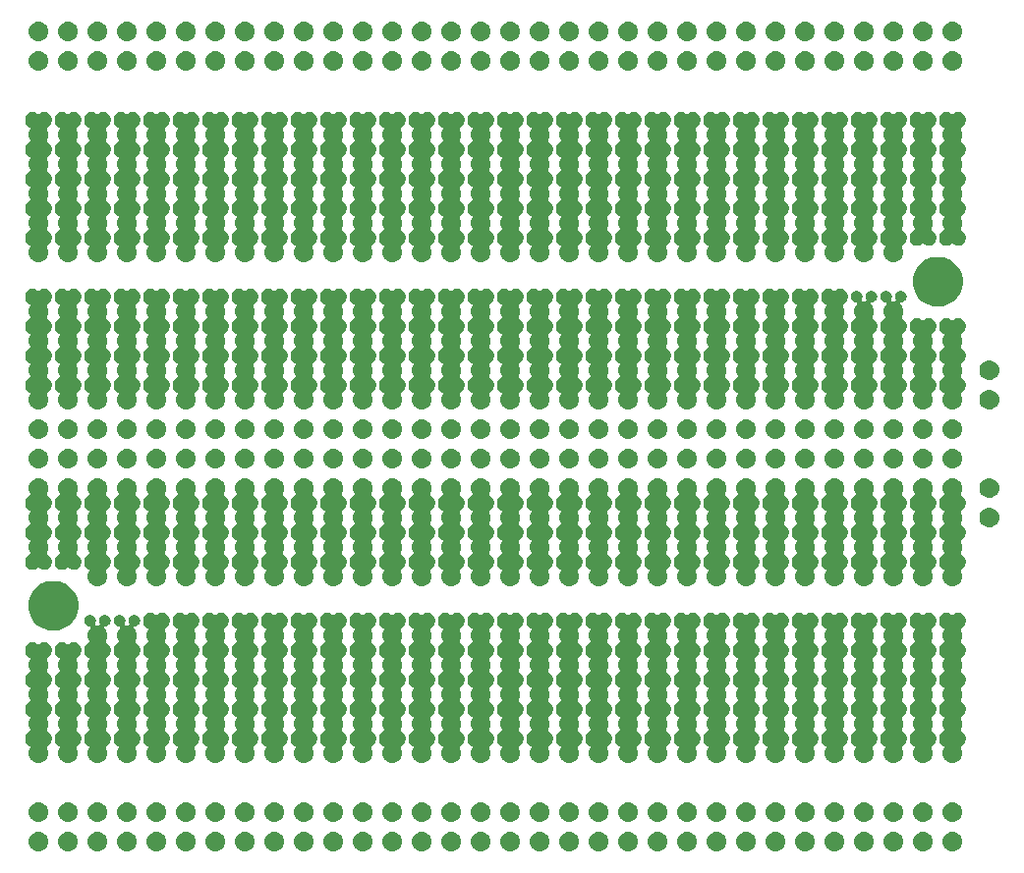
<source format=gbs>
G04 #@! TF.GenerationSoftware,KiCad,Pcbnew,5.0.2+dfsg1-1~bpo9+1*
G04 #@! TF.CreationDate,2020-04-04T02:03:35-04:00*
G04 #@! TF.ProjectId,EDIT_C,45444954-5f43-42e6-9b69-6361645f7063,0.10.a*
G04 #@! TF.SameCoordinates,Original*
G04 #@! TF.FileFunction,Soldermask,Bot*
G04 #@! TF.FilePolarity,Negative*
%FSLAX46Y46*%
G04 Gerber Fmt 4.6, Leading zero omitted, Abs format (unit mm)*
G04 Created by KiCad (PCBNEW 5.0.2+dfsg1-1~bpo9+1) date Sat 04 Apr 2020 02:03:35 AM EDT*
%MOMM*%
%LPD*%
G01*
G04 APERTURE LIST*
%ADD10C,0.150000*%
G04 APERTURE END LIST*
D10*
G36*
X31281630Y-112827299D02*
X31441855Y-112875903D01*
X31589520Y-112954831D01*
X31718949Y-113061051D01*
X31825169Y-113190480D01*
X31904097Y-113338145D01*
X31952701Y-113498370D01*
X31969112Y-113665000D01*
X31952701Y-113831630D01*
X31904097Y-113991855D01*
X31825169Y-114139520D01*
X31718949Y-114268949D01*
X31589520Y-114375169D01*
X31441855Y-114454097D01*
X31281630Y-114502701D01*
X31156752Y-114515000D01*
X31073248Y-114515000D01*
X30948370Y-114502701D01*
X30788145Y-114454097D01*
X30640480Y-114375169D01*
X30511051Y-114268949D01*
X30404831Y-114139520D01*
X30325903Y-113991855D01*
X30277299Y-113831630D01*
X30260888Y-113665000D01*
X30277299Y-113498370D01*
X30325903Y-113338145D01*
X30404831Y-113190480D01*
X30511051Y-113061051D01*
X30640480Y-112954831D01*
X30788145Y-112875903D01*
X30948370Y-112827299D01*
X31073248Y-112815000D01*
X31156752Y-112815000D01*
X31281630Y-112827299D01*
X31281630Y-112827299D01*
G37*
G36*
X38901630Y-112827299D02*
X39061855Y-112875903D01*
X39209520Y-112954831D01*
X39338949Y-113061051D01*
X39445169Y-113190480D01*
X39524097Y-113338145D01*
X39572701Y-113498370D01*
X39589112Y-113665000D01*
X39572701Y-113831630D01*
X39524097Y-113991855D01*
X39445169Y-114139520D01*
X39338949Y-114268949D01*
X39209520Y-114375169D01*
X39061855Y-114454097D01*
X38901630Y-114502701D01*
X38776752Y-114515000D01*
X38693248Y-114515000D01*
X38568370Y-114502701D01*
X38408145Y-114454097D01*
X38260480Y-114375169D01*
X38131051Y-114268949D01*
X38024831Y-114139520D01*
X37945903Y-113991855D01*
X37897299Y-113831630D01*
X37880888Y-113665000D01*
X37897299Y-113498370D01*
X37945903Y-113338145D01*
X38024831Y-113190480D01*
X38131051Y-113061051D01*
X38260480Y-112954831D01*
X38408145Y-112875903D01*
X38568370Y-112827299D01*
X38693248Y-112815000D01*
X38776752Y-112815000D01*
X38901630Y-112827299D01*
X38901630Y-112827299D01*
G37*
G36*
X16041630Y-112827299D02*
X16201855Y-112875903D01*
X16349520Y-112954831D01*
X16478949Y-113061051D01*
X16585169Y-113190480D01*
X16664097Y-113338145D01*
X16712701Y-113498370D01*
X16729112Y-113665000D01*
X16712701Y-113831630D01*
X16664097Y-113991855D01*
X16585169Y-114139520D01*
X16478949Y-114268949D01*
X16349520Y-114375169D01*
X16201855Y-114454097D01*
X16041630Y-114502701D01*
X15916752Y-114515000D01*
X15833248Y-114515000D01*
X15708370Y-114502701D01*
X15548145Y-114454097D01*
X15400480Y-114375169D01*
X15271051Y-114268949D01*
X15164831Y-114139520D01*
X15085903Y-113991855D01*
X15037299Y-113831630D01*
X15020888Y-113665000D01*
X15037299Y-113498370D01*
X15085903Y-113338145D01*
X15164831Y-113190480D01*
X15271051Y-113061051D01*
X15400480Y-112954831D01*
X15548145Y-112875903D01*
X15708370Y-112827299D01*
X15833248Y-112815000D01*
X15916752Y-112815000D01*
X16041630Y-112827299D01*
X16041630Y-112827299D01*
G37*
G36*
X21121630Y-112827299D02*
X21281855Y-112875903D01*
X21429520Y-112954831D01*
X21558949Y-113061051D01*
X21665169Y-113190480D01*
X21744097Y-113338145D01*
X21792701Y-113498370D01*
X21809112Y-113665000D01*
X21792701Y-113831630D01*
X21744097Y-113991855D01*
X21665169Y-114139520D01*
X21558949Y-114268949D01*
X21429520Y-114375169D01*
X21281855Y-114454097D01*
X21121630Y-114502701D01*
X20996752Y-114515000D01*
X20913248Y-114515000D01*
X20788370Y-114502701D01*
X20628145Y-114454097D01*
X20480480Y-114375169D01*
X20351051Y-114268949D01*
X20244831Y-114139520D01*
X20165903Y-113991855D01*
X20117299Y-113831630D01*
X20100888Y-113665000D01*
X20117299Y-113498370D01*
X20165903Y-113338145D01*
X20244831Y-113190480D01*
X20351051Y-113061051D01*
X20480480Y-112954831D01*
X20628145Y-112875903D01*
X20788370Y-112827299D01*
X20913248Y-112815000D01*
X20996752Y-112815000D01*
X21121630Y-112827299D01*
X21121630Y-112827299D01*
G37*
G36*
X23661630Y-112827299D02*
X23821855Y-112875903D01*
X23969520Y-112954831D01*
X24098949Y-113061051D01*
X24205169Y-113190480D01*
X24284097Y-113338145D01*
X24332701Y-113498370D01*
X24349112Y-113665000D01*
X24332701Y-113831630D01*
X24284097Y-113991855D01*
X24205169Y-114139520D01*
X24098949Y-114268949D01*
X23969520Y-114375169D01*
X23821855Y-114454097D01*
X23661630Y-114502701D01*
X23536752Y-114515000D01*
X23453248Y-114515000D01*
X23328370Y-114502701D01*
X23168145Y-114454097D01*
X23020480Y-114375169D01*
X22891051Y-114268949D01*
X22784831Y-114139520D01*
X22705903Y-113991855D01*
X22657299Y-113831630D01*
X22640888Y-113665000D01*
X22657299Y-113498370D01*
X22705903Y-113338145D01*
X22784831Y-113190480D01*
X22891051Y-113061051D01*
X23020480Y-112954831D01*
X23168145Y-112875903D01*
X23328370Y-112827299D01*
X23453248Y-112815000D01*
X23536752Y-112815000D01*
X23661630Y-112827299D01*
X23661630Y-112827299D01*
G37*
G36*
X18581630Y-112827299D02*
X18741855Y-112875903D01*
X18889520Y-112954831D01*
X19018949Y-113061051D01*
X19125169Y-113190480D01*
X19204097Y-113338145D01*
X19252701Y-113498370D01*
X19269112Y-113665000D01*
X19252701Y-113831630D01*
X19204097Y-113991855D01*
X19125169Y-114139520D01*
X19018949Y-114268949D01*
X18889520Y-114375169D01*
X18741855Y-114454097D01*
X18581630Y-114502701D01*
X18456752Y-114515000D01*
X18373248Y-114515000D01*
X18248370Y-114502701D01*
X18088145Y-114454097D01*
X17940480Y-114375169D01*
X17811051Y-114268949D01*
X17704831Y-114139520D01*
X17625903Y-113991855D01*
X17577299Y-113831630D01*
X17560888Y-113665000D01*
X17577299Y-113498370D01*
X17625903Y-113338145D01*
X17704831Y-113190480D01*
X17811051Y-113061051D01*
X17940480Y-112954831D01*
X18088145Y-112875903D01*
X18248370Y-112827299D01*
X18373248Y-112815000D01*
X18456752Y-112815000D01*
X18581630Y-112827299D01*
X18581630Y-112827299D01*
G37*
G36*
X28741630Y-112827299D02*
X28901855Y-112875903D01*
X29049520Y-112954831D01*
X29178949Y-113061051D01*
X29285169Y-113190480D01*
X29364097Y-113338145D01*
X29412701Y-113498370D01*
X29429112Y-113665000D01*
X29412701Y-113831630D01*
X29364097Y-113991855D01*
X29285169Y-114139520D01*
X29178949Y-114268949D01*
X29049520Y-114375169D01*
X28901855Y-114454097D01*
X28741630Y-114502701D01*
X28616752Y-114515000D01*
X28533248Y-114515000D01*
X28408370Y-114502701D01*
X28248145Y-114454097D01*
X28100480Y-114375169D01*
X27971051Y-114268949D01*
X27864831Y-114139520D01*
X27785903Y-113991855D01*
X27737299Y-113831630D01*
X27720888Y-113665000D01*
X27737299Y-113498370D01*
X27785903Y-113338145D01*
X27864831Y-113190480D01*
X27971051Y-113061051D01*
X28100480Y-112954831D01*
X28248145Y-112875903D01*
X28408370Y-112827299D01*
X28533248Y-112815000D01*
X28616752Y-112815000D01*
X28741630Y-112827299D01*
X28741630Y-112827299D01*
G37*
G36*
X33821630Y-112827299D02*
X33981855Y-112875903D01*
X34129520Y-112954831D01*
X34258949Y-113061051D01*
X34365169Y-113190480D01*
X34444097Y-113338145D01*
X34492701Y-113498370D01*
X34509112Y-113665000D01*
X34492701Y-113831630D01*
X34444097Y-113991855D01*
X34365169Y-114139520D01*
X34258949Y-114268949D01*
X34129520Y-114375169D01*
X33981855Y-114454097D01*
X33821630Y-114502701D01*
X33696752Y-114515000D01*
X33613248Y-114515000D01*
X33488370Y-114502701D01*
X33328145Y-114454097D01*
X33180480Y-114375169D01*
X33051051Y-114268949D01*
X32944831Y-114139520D01*
X32865903Y-113991855D01*
X32817299Y-113831630D01*
X32800888Y-113665000D01*
X32817299Y-113498370D01*
X32865903Y-113338145D01*
X32944831Y-113190480D01*
X33051051Y-113061051D01*
X33180480Y-112954831D01*
X33328145Y-112875903D01*
X33488370Y-112827299D01*
X33613248Y-112815000D01*
X33696752Y-112815000D01*
X33821630Y-112827299D01*
X33821630Y-112827299D01*
G37*
G36*
X26201630Y-112827299D02*
X26361855Y-112875903D01*
X26509520Y-112954831D01*
X26638949Y-113061051D01*
X26745169Y-113190480D01*
X26824097Y-113338145D01*
X26872701Y-113498370D01*
X26889112Y-113665000D01*
X26872701Y-113831630D01*
X26824097Y-113991855D01*
X26745169Y-114139520D01*
X26638949Y-114268949D01*
X26509520Y-114375169D01*
X26361855Y-114454097D01*
X26201630Y-114502701D01*
X26076752Y-114515000D01*
X25993248Y-114515000D01*
X25868370Y-114502701D01*
X25708145Y-114454097D01*
X25560480Y-114375169D01*
X25431051Y-114268949D01*
X25324831Y-114139520D01*
X25245903Y-113991855D01*
X25197299Y-113831630D01*
X25180888Y-113665000D01*
X25197299Y-113498370D01*
X25245903Y-113338145D01*
X25324831Y-113190480D01*
X25431051Y-113061051D01*
X25560480Y-112954831D01*
X25708145Y-112875903D01*
X25868370Y-112827299D01*
X25993248Y-112815000D01*
X26076752Y-112815000D01*
X26201630Y-112827299D01*
X26201630Y-112827299D01*
G37*
G36*
X54141630Y-112827299D02*
X54301855Y-112875903D01*
X54449520Y-112954831D01*
X54578949Y-113061051D01*
X54685169Y-113190480D01*
X54764097Y-113338145D01*
X54812701Y-113498370D01*
X54829112Y-113665000D01*
X54812701Y-113831630D01*
X54764097Y-113991855D01*
X54685169Y-114139520D01*
X54578949Y-114268949D01*
X54449520Y-114375169D01*
X54301855Y-114454097D01*
X54141630Y-114502701D01*
X54016752Y-114515000D01*
X53933248Y-114515000D01*
X53808370Y-114502701D01*
X53648145Y-114454097D01*
X53500480Y-114375169D01*
X53371051Y-114268949D01*
X53264831Y-114139520D01*
X53185903Y-113991855D01*
X53137299Y-113831630D01*
X53120888Y-113665000D01*
X53137299Y-113498370D01*
X53185903Y-113338145D01*
X53264831Y-113190480D01*
X53371051Y-113061051D01*
X53500480Y-112954831D01*
X53648145Y-112875903D01*
X53808370Y-112827299D01*
X53933248Y-112815000D01*
X54016752Y-112815000D01*
X54141630Y-112827299D01*
X54141630Y-112827299D01*
G37*
G36*
X43981630Y-112827299D02*
X44141855Y-112875903D01*
X44289520Y-112954831D01*
X44418949Y-113061051D01*
X44525169Y-113190480D01*
X44604097Y-113338145D01*
X44652701Y-113498370D01*
X44669112Y-113665000D01*
X44652701Y-113831630D01*
X44604097Y-113991855D01*
X44525169Y-114139520D01*
X44418949Y-114268949D01*
X44289520Y-114375169D01*
X44141855Y-114454097D01*
X43981630Y-114502701D01*
X43856752Y-114515000D01*
X43773248Y-114515000D01*
X43648370Y-114502701D01*
X43488145Y-114454097D01*
X43340480Y-114375169D01*
X43211051Y-114268949D01*
X43104831Y-114139520D01*
X43025903Y-113991855D01*
X42977299Y-113831630D01*
X42960888Y-113665000D01*
X42977299Y-113498370D01*
X43025903Y-113338145D01*
X43104831Y-113190480D01*
X43211051Y-113061051D01*
X43340480Y-112954831D01*
X43488145Y-112875903D01*
X43648370Y-112827299D01*
X43773248Y-112815000D01*
X43856752Y-112815000D01*
X43981630Y-112827299D01*
X43981630Y-112827299D01*
G37*
G36*
X36361630Y-112827299D02*
X36521855Y-112875903D01*
X36669520Y-112954831D01*
X36798949Y-113061051D01*
X36905169Y-113190480D01*
X36984097Y-113338145D01*
X37032701Y-113498370D01*
X37049112Y-113665000D01*
X37032701Y-113831630D01*
X36984097Y-113991855D01*
X36905169Y-114139520D01*
X36798949Y-114268949D01*
X36669520Y-114375169D01*
X36521855Y-114454097D01*
X36361630Y-114502701D01*
X36236752Y-114515000D01*
X36153248Y-114515000D01*
X36028370Y-114502701D01*
X35868145Y-114454097D01*
X35720480Y-114375169D01*
X35591051Y-114268949D01*
X35484831Y-114139520D01*
X35405903Y-113991855D01*
X35357299Y-113831630D01*
X35340888Y-113665000D01*
X35357299Y-113498370D01*
X35405903Y-113338145D01*
X35484831Y-113190480D01*
X35591051Y-113061051D01*
X35720480Y-112954831D01*
X35868145Y-112875903D01*
X36028370Y-112827299D01*
X36153248Y-112815000D01*
X36236752Y-112815000D01*
X36361630Y-112827299D01*
X36361630Y-112827299D01*
G37*
G36*
X41441630Y-112827299D02*
X41601855Y-112875903D01*
X41749520Y-112954831D01*
X41878949Y-113061051D01*
X41985169Y-113190480D01*
X42064097Y-113338145D01*
X42112701Y-113498370D01*
X42129112Y-113665000D01*
X42112701Y-113831630D01*
X42064097Y-113991855D01*
X41985169Y-114139520D01*
X41878949Y-114268949D01*
X41749520Y-114375169D01*
X41601855Y-114454097D01*
X41441630Y-114502701D01*
X41316752Y-114515000D01*
X41233248Y-114515000D01*
X41108370Y-114502701D01*
X40948145Y-114454097D01*
X40800480Y-114375169D01*
X40671051Y-114268949D01*
X40564831Y-114139520D01*
X40485903Y-113991855D01*
X40437299Y-113831630D01*
X40420888Y-113665000D01*
X40437299Y-113498370D01*
X40485903Y-113338145D01*
X40564831Y-113190480D01*
X40671051Y-113061051D01*
X40800480Y-112954831D01*
X40948145Y-112875903D01*
X41108370Y-112827299D01*
X41233248Y-112815000D01*
X41316752Y-112815000D01*
X41441630Y-112827299D01*
X41441630Y-112827299D01*
G37*
G36*
X46521630Y-112827299D02*
X46681855Y-112875903D01*
X46829520Y-112954831D01*
X46958949Y-113061051D01*
X47065169Y-113190480D01*
X47144097Y-113338145D01*
X47192701Y-113498370D01*
X47209112Y-113665000D01*
X47192701Y-113831630D01*
X47144097Y-113991855D01*
X47065169Y-114139520D01*
X46958949Y-114268949D01*
X46829520Y-114375169D01*
X46681855Y-114454097D01*
X46521630Y-114502701D01*
X46396752Y-114515000D01*
X46313248Y-114515000D01*
X46188370Y-114502701D01*
X46028145Y-114454097D01*
X45880480Y-114375169D01*
X45751051Y-114268949D01*
X45644831Y-114139520D01*
X45565903Y-113991855D01*
X45517299Y-113831630D01*
X45500888Y-113665000D01*
X45517299Y-113498370D01*
X45565903Y-113338145D01*
X45644831Y-113190480D01*
X45751051Y-113061051D01*
X45880480Y-112954831D01*
X46028145Y-112875903D01*
X46188370Y-112827299D01*
X46313248Y-112815000D01*
X46396752Y-112815000D01*
X46521630Y-112827299D01*
X46521630Y-112827299D01*
G37*
G36*
X64301630Y-112827299D02*
X64461855Y-112875903D01*
X64609520Y-112954831D01*
X64738949Y-113061051D01*
X64845169Y-113190480D01*
X64924097Y-113338145D01*
X64972701Y-113498370D01*
X64989112Y-113665000D01*
X64972701Y-113831630D01*
X64924097Y-113991855D01*
X64845169Y-114139520D01*
X64738949Y-114268949D01*
X64609520Y-114375169D01*
X64461855Y-114454097D01*
X64301630Y-114502701D01*
X64176752Y-114515000D01*
X64093248Y-114515000D01*
X63968370Y-114502701D01*
X63808145Y-114454097D01*
X63660480Y-114375169D01*
X63531051Y-114268949D01*
X63424831Y-114139520D01*
X63345903Y-113991855D01*
X63297299Y-113831630D01*
X63280888Y-113665000D01*
X63297299Y-113498370D01*
X63345903Y-113338145D01*
X63424831Y-113190480D01*
X63531051Y-113061051D01*
X63660480Y-112954831D01*
X63808145Y-112875903D01*
X63968370Y-112827299D01*
X64093248Y-112815000D01*
X64176752Y-112815000D01*
X64301630Y-112827299D01*
X64301630Y-112827299D01*
G37*
G36*
X69381630Y-112827299D02*
X69541855Y-112875903D01*
X69689520Y-112954831D01*
X69818949Y-113061051D01*
X69925169Y-113190480D01*
X70004097Y-113338145D01*
X70052701Y-113498370D01*
X70069112Y-113665000D01*
X70052701Y-113831630D01*
X70004097Y-113991855D01*
X69925169Y-114139520D01*
X69818949Y-114268949D01*
X69689520Y-114375169D01*
X69541855Y-114454097D01*
X69381630Y-114502701D01*
X69256752Y-114515000D01*
X69173248Y-114515000D01*
X69048370Y-114502701D01*
X68888145Y-114454097D01*
X68740480Y-114375169D01*
X68611051Y-114268949D01*
X68504831Y-114139520D01*
X68425903Y-113991855D01*
X68377299Y-113831630D01*
X68360888Y-113665000D01*
X68377299Y-113498370D01*
X68425903Y-113338145D01*
X68504831Y-113190480D01*
X68611051Y-113061051D01*
X68740480Y-112954831D01*
X68888145Y-112875903D01*
X69048370Y-112827299D01*
X69173248Y-112815000D01*
X69256752Y-112815000D01*
X69381630Y-112827299D01*
X69381630Y-112827299D01*
G37*
G36*
X56681630Y-112827299D02*
X56841855Y-112875903D01*
X56989520Y-112954831D01*
X57118949Y-113061051D01*
X57225169Y-113190480D01*
X57304097Y-113338145D01*
X57352701Y-113498370D01*
X57369112Y-113665000D01*
X57352701Y-113831630D01*
X57304097Y-113991855D01*
X57225169Y-114139520D01*
X57118949Y-114268949D01*
X56989520Y-114375169D01*
X56841855Y-114454097D01*
X56681630Y-114502701D01*
X56556752Y-114515000D01*
X56473248Y-114515000D01*
X56348370Y-114502701D01*
X56188145Y-114454097D01*
X56040480Y-114375169D01*
X55911051Y-114268949D01*
X55804831Y-114139520D01*
X55725903Y-113991855D01*
X55677299Y-113831630D01*
X55660888Y-113665000D01*
X55677299Y-113498370D01*
X55725903Y-113338145D01*
X55804831Y-113190480D01*
X55911051Y-113061051D01*
X56040480Y-112954831D01*
X56188145Y-112875903D01*
X56348370Y-112827299D01*
X56473248Y-112815000D01*
X56556752Y-112815000D01*
X56681630Y-112827299D01*
X56681630Y-112827299D01*
G37*
G36*
X92241630Y-112827299D02*
X92401855Y-112875903D01*
X92549520Y-112954831D01*
X92678949Y-113061051D01*
X92785169Y-113190480D01*
X92864097Y-113338145D01*
X92912701Y-113498370D01*
X92929112Y-113665000D01*
X92912701Y-113831630D01*
X92864097Y-113991855D01*
X92785169Y-114139520D01*
X92678949Y-114268949D01*
X92549520Y-114375169D01*
X92401855Y-114454097D01*
X92241630Y-114502701D01*
X92116752Y-114515000D01*
X92033248Y-114515000D01*
X91908370Y-114502701D01*
X91748145Y-114454097D01*
X91600480Y-114375169D01*
X91471051Y-114268949D01*
X91364831Y-114139520D01*
X91285903Y-113991855D01*
X91237299Y-113831630D01*
X91220888Y-113665000D01*
X91237299Y-113498370D01*
X91285903Y-113338145D01*
X91364831Y-113190480D01*
X91471051Y-113061051D01*
X91600480Y-112954831D01*
X91748145Y-112875903D01*
X91908370Y-112827299D01*
X92033248Y-112815000D01*
X92116752Y-112815000D01*
X92241630Y-112827299D01*
X92241630Y-112827299D01*
G37*
G36*
X94781630Y-112827299D02*
X94941855Y-112875903D01*
X95089520Y-112954831D01*
X95218949Y-113061051D01*
X95325169Y-113190480D01*
X95404097Y-113338145D01*
X95452701Y-113498370D01*
X95469112Y-113665000D01*
X95452701Y-113831630D01*
X95404097Y-113991855D01*
X95325169Y-114139520D01*
X95218949Y-114268949D01*
X95089520Y-114375169D01*
X94941855Y-114454097D01*
X94781630Y-114502701D01*
X94656752Y-114515000D01*
X94573248Y-114515000D01*
X94448370Y-114502701D01*
X94288145Y-114454097D01*
X94140480Y-114375169D01*
X94011051Y-114268949D01*
X93904831Y-114139520D01*
X93825903Y-113991855D01*
X93777299Y-113831630D01*
X93760888Y-113665000D01*
X93777299Y-113498370D01*
X93825903Y-113338145D01*
X93904831Y-113190480D01*
X94011051Y-113061051D01*
X94140480Y-112954831D01*
X94288145Y-112875903D01*
X94448370Y-112827299D01*
X94573248Y-112815000D01*
X94656752Y-112815000D01*
X94781630Y-112827299D01*
X94781630Y-112827299D01*
G37*
G36*
X82081630Y-112827299D02*
X82241855Y-112875903D01*
X82389520Y-112954831D01*
X82518949Y-113061051D01*
X82625169Y-113190480D01*
X82704097Y-113338145D01*
X82752701Y-113498370D01*
X82769112Y-113665000D01*
X82752701Y-113831630D01*
X82704097Y-113991855D01*
X82625169Y-114139520D01*
X82518949Y-114268949D01*
X82389520Y-114375169D01*
X82241855Y-114454097D01*
X82081630Y-114502701D01*
X81956752Y-114515000D01*
X81873248Y-114515000D01*
X81748370Y-114502701D01*
X81588145Y-114454097D01*
X81440480Y-114375169D01*
X81311051Y-114268949D01*
X81204831Y-114139520D01*
X81125903Y-113991855D01*
X81077299Y-113831630D01*
X81060888Y-113665000D01*
X81077299Y-113498370D01*
X81125903Y-113338145D01*
X81204831Y-113190480D01*
X81311051Y-113061051D01*
X81440480Y-112954831D01*
X81588145Y-112875903D01*
X81748370Y-112827299D01*
X81873248Y-112815000D01*
X81956752Y-112815000D01*
X82081630Y-112827299D01*
X82081630Y-112827299D01*
G37*
G36*
X74461630Y-112827299D02*
X74621855Y-112875903D01*
X74769520Y-112954831D01*
X74898949Y-113061051D01*
X75005169Y-113190480D01*
X75084097Y-113338145D01*
X75132701Y-113498370D01*
X75149112Y-113665000D01*
X75132701Y-113831630D01*
X75084097Y-113991855D01*
X75005169Y-114139520D01*
X74898949Y-114268949D01*
X74769520Y-114375169D01*
X74621855Y-114454097D01*
X74461630Y-114502701D01*
X74336752Y-114515000D01*
X74253248Y-114515000D01*
X74128370Y-114502701D01*
X73968145Y-114454097D01*
X73820480Y-114375169D01*
X73691051Y-114268949D01*
X73584831Y-114139520D01*
X73505903Y-113991855D01*
X73457299Y-113831630D01*
X73440888Y-113665000D01*
X73457299Y-113498370D01*
X73505903Y-113338145D01*
X73584831Y-113190480D01*
X73691051Y-113061051D01*
X73820480Y-112954831D01*
X73968145Y-112875903D01*
X74128370Y-112827299D01*
X74253248Y-112815000D01*
X74336752Y-112815000D01*
X74461630Y-112827299D01*
X74461630Y-112827299D01*
G37*
G36*
X59221630Y-112827299D02*
X59381855Y-112875903D01*
X59529520Y-112954831D01*
X59658949Y-113061051D01*
X59765169Y-113190480D01*
X59844097Y-113338145D01*
X59892701Y-113498370D01*
X59909112Y-113665000D01*
X59892701Y-113831630D01*
X59844097Y-113991855D01*
X59765169Y-114139520D01*
X59658949Y-114268949D01*
X59529520Y-114375169D01*
X59381855Y-114454097D01*
X59221630Y-114502701D01*
X59096752Y-114515000D01*
X59013248Y-114515000D01*
X58888370Y-114502701D01*
X58728145Y-114454097D01*
X58580480Y-114375169D01*
X58451051Y-114268949D01*
X58344831Y-114139520D01*
X58265903Y-113991855D01*
X58217299Y-113831630D01*
X58200888Y-113665000D01*
X58217299Y-113498370D01*
X58265903Y-113338145D01*
X58344831Y-113190480D01*
X58451051Y-113061051D01*
X58580480Y-112954831D01*
X58728145Y-112875903D01*
X58888370Y-112827299D01*
X59013248Y-112815000D01*
X59096752Y-112815000D01*
X59221630Y-112827299D01*
X59221630Y-112827299D01*
G37*
G36*
X79541630Y-112827299D02*
X79701855Y-112875903D01*
X79849520Y-112954831D01*
X79978949Y-113061051D01*
X80085169Y-113190480D01*
X80164097Y-113338145D01*
X80212701Y-113498370D01*
X80229112Y-113665000D01*
X80212701Y-113831630D01*
X80164097Y-113991855D01*
X80085169Y-114139520D01*
X79978949Y-114268949D01*
X79849520Y-114375169D01*
X79701855Y-114454097D01*
X79541630Y-114502701D01*
X79416752Y-114515000D01*
X79333248Y-114515000D01*
X79208370Y-114502701D01*
X79048145Y-114454097D01*
X78900480Y-114375169D01*
X78771051Y-114268949D01*
X78664831Y-114139520D01*
X78585903Y-113991855D01*
X78537299Y-113831630D01*
X78520888Y-113665000D01*
X78537299Y-113498370D01*
X78585903Y-113338145D01*
X78664831Y-113190480D01*
X78771051Y-113061051D01*
X78900480Y-112954831D01*
X79048145Y-112875903D01*
X79208370Y-112827299D01*
X79333248Y-112815000D01*
X79416752Y-112815000D01*
X79541630Y-112827299D01*
X79541630Y-112827299D01*
G37*
G36*
X71921630Y-112827299D02*
X72081855Y-112875903D01*
X72229520Y-112954831D01*
X72358949Y-113061051D01*
X72465169Y-113190480D01*
X72544097Y-113338145D01*
X72592701Y-113498370D01*
X72609112Y-113665000D01*
X72592701Y-113831630D01*
X72544097Y-113991855D01*
X72465169Y-114139520D01*
X72358949Y-114268949D01*
X72229520Y-114375169D01*
X72081855Y-114454097D01*
X71921630Y-114502701D01*
X71796752Y-114515000D01*
X71713248Y-114515000D01*
X71588370Y-114502701D01*
X71428145Y-114454097D01*
X71280480Y-114375169D01*
X71151051Y-114268949D01*
X71044831Y-114139520D01*
X70965903Y-113991855D01*
X70917299Y-113831630D01*
X70900888Y-113665000D01*
X70917299Y-113498370D01*
X70965903Y-113338145D01*
X71044831Y-113190480D01*
X71151051Y-113061051D01*
X71280480Y-112954831D01*
X71428145Y-112875903D01*
X71588370Y-112827299D01*
X71713248Y-112815000D01*
X71796752Y-112815000D01*
X71921630Y-112827299D01*
X71921630Y-112827299D01*
G37*
G36*
X51601630Y-112827299D02*
X51761855Y-112875903D01*
X51909520Y-112954831D01*
X52038949Y-113061051D01*
X52145169Y-113190480D01*
X52224097Y-113338145D01*
X52272701Y-113498370D01*
X52289112Y-113665000D01*
X52272701Y-113831630D01*
X52224097Y-113991855D01*
X52145169Y-114139520D01*
X52038949Y-114268949D01*
X51909520Y-114375169D01*
X51761855Y-114454097D01*
X51601630Y-114502701D01*
X51476752Y-114515000D01*
X51393248Y-114515000D01*
X51268370Y-114502701D01*
X51108145Y-114454097D01*
X50960480Y-114375169D01*
X50831051Y-114268949D01*
X50724831Y-114139520D01*
X50645903Y-113991855D01*
X50597299Y-113831630D01*
X50580888Y-113665000D01*
X50597299Y-113498370D01*
X50645903Y-113338145D01*
X50724831Y-113190480D01*
X50831051Y-113061051D01*
X50960480Y-112954831D01*
X51108145Y-112875903D01*
X51268370Y-112827299D01*
X51393248Y-112815000D01*
X51476752Y-112815000D01*
X51601630Y-112827299D01*
X51601630Y-112827299D01*
G37*
G36*
X66841630Y-112827299D02*
X67001855Y-112875903D01*
X67149520Y-112954831D01*
X67278949Y-113061051D01*
X67385169Y-113190480D01*
X67464097Y-113338145D01*
X67512701Y-113498370D01*
X67529112Y-113665000D01*
X67512701Y-113831630D01*
X67464097Y-113991855D01*
X67385169Y-114139520D01*
X67278949Y-114268949D01*
X67149520Y-114375169D01*
X67001855Y-114454097D01*
X66841630Y-114502701D01*
X66716752Y-114515000D01*
X66633248Y-114515000D01*
X66508370Y-114502701D01*
X66348145Y-114454097D01*
X66200480Y-114375169D01*
X66071051Y-114268949D01*
X65964831Y-114139520D01*
X65885903Y-113991855D01*
X65837299Y-113831630D01*
X65820888Y-113665000D01*
X65837299Y-113498370D01*
X65885903Y-113338145D01*
X65964831Y-113190480D01*
X66071051Y-113061051D01*
X66200480Y-112954831D01*
X66348145Y-112875903D01*
X66508370Y-112827299D01*
X66633248Y-112815000D01*
X66716752Y-112815000D01*
X66841630Y-112827299D01*
X66841630Y-112827299D01*
G37*
G36*
X61761630Y-112827299D02*
X61921855Y-112875903D01*
X62069520Y-112954831D01*
X62198949Y-113061051D01*
X62305169Y-113190480D01*
X62384097Y-113338145D01*
X62432701Y-113498370D01*
X62449112Y-113665000D01*
X62432701Y-113831630D01*
X62384097Y-113991855D01*
X62305169Y-114139520D01*
X62198949Y-114268949D01*
X62069520Y-114375169D01*
X61921855Y-114454097D01*
X61761630Y-114502701D01*
X61636752Y-114515000D01*
X61553248Y-114515000D01*
X61428370Y-114502701D01*
X61268145Y-114454097D01*
X61120480Y-114375169D01*
X60991051Y-114268949D01*
X60884831Y-114139520D01*
X60805903Y-113991855D01*
X60757299Y-113831630D01*
X60740888Y-113665000D01*
X60757299Y-113498370D01*
X60805903Y-113338145D01*
X60884831Y-113190480D01*
X60991051Y-113061051D01*
X61120480Y-112954831D01*
X61268145Y-112875903D01*
X61428370Y-112827299D01*
X61553248Y-112815000D01*
X61636752Y-112815000D01*
X61761630Y-112827299D01*
X61761630Y-112827299D01*
G37*
G36*
X49061630Y-112827299D02*
X49221855Y-112875903D01*
X49369520Y-112954831D01*
X49498949Y-113061051D01*
X49605169Y-113190480D01*
X49684097Y-113338145D01*
X49732701Y-113498370D01*
X49749112Y-113665000D01*
X49732701Y-113831630D01*
X49684097Y-113991855D01*
X49605169Y-114139520D01*
X49498949Y-114268949D01*
X49369520Y-114375169D01*
X49221855Y-114454097D01*
X49061630Y-114502701D01*
X48936752Y-114515000D01*
X48853248Y-114515000D01*
X48728370Y-114502701D01*
X48568145Y-114454097D01*
X48420480Y-114375169D01*
X48291051Y-114268949D01*
X48184831Y-114139520D01*
X48105903Y-113991855D01*
X48057299Y-113831630D01*
X48040888Y-113665000D01*
X48057299Y-113498370D01*
X48105903Y-113338145D01*
X48184831Y-113190480D01*
X48291051Y-113061051D01*
X48420480Y-112954831D01*
X48568145Y-112875903D01*
X48728370Y-112827299D01*
X48853248Y-112815000D01*
X48936752Y-112815000D01*
X49061630Y-112827299D01*
X49061630Y-112827299D01*
G37*
G36*
X84621630Y-112827299D02*
X84781855Y-112875903D01*
X84929520Y-112954831D01*
X85058949Y-113061051D01*
X85165169Y-113190480D01*
X85244097Y-113338145D01*
X85292701Y-113498370D01*
X85309112Y-113665000D01*
X85292701Y-113831630D01*
X85244097Y-113991855D01*
X85165169Y-114139520D01*
X85058949Y-114268949D01*
X84929520Y-114375169D01*
X84781855Y-114454097D01*
X84621630Y-114502701D01*
X84496752Y-114515000D01*
X84413248Y-114515000D01*
X84288370Y-114502701D01*
X84128145Y-114454097D01*
X83980480Y-114375169D01*
X83851051Y-114268949D01*
X83744831Y-114139520D01*
X83665903Y-113991855D01*
X83617299Y-113831630D01*
X83600888Y-113665000D01*
X83617299Y-113498370D01*
X83665903Y-113338145D01*
X83744831Y-113190480D01*
X83851051Y-113061051D01*
X83980480Y-112954831D01*
X84128145Y-112875903D01*
X84288370Y-112827299D01*
X84413248Y-112815000D01*
X84496752Y-112815000D01*
X84621630Y-112827299D01*
X84621630Y-112827299D01*
G37*
G36*
X87161630Y-112827299D02*
X87321855Y-112875903D01*
X87469520Y-112954831D01*
X87598949Y-113061051D01*
X87705169Y-113190480D01*
X87784097Y-113338145D01*
X87832701Y-113498370D01*
X87849112Y-113665000D01*
X87832701Y-113831630D01*
X87784097Y-113991855D01*
X87705169Y-114139520D01*
X87598949Y-114268949D01*
X87469520Y-114375169D01*
X87321855Y-114454097D01*
X87161630Y-114502701D01*
X87036752Y-114515000D01*
X86953248Y-114515000D01*
X86828370Y-114502701D01*
X86668145Y-114454097D01*
X86520480Y-114375169D01*
X86391051Y-114268949D01*
X86284831Y-114139520D01*
X86205903Y-113991855D01*
X86157299Y-113831630D01*
X86140888Y-113665000D01*
X86157299Y-113498370D01*
X86205903Y-113338145D01*
X86284831Y-113190480D01*
X86391051Y-113061051D01*
X86520480Y-112954831D01*
X86668145Y-112875903D01*
X86828370Y-112827299D01*
X86953248Y-112815000D01*
X87036752Y-112815000D01*
X87161630Y-112827299D01*
X87161630Y-112827299D01*
G37*
G36*
X89701630Y-112827299D02*
X89861855Y-112875903D01*
X90009520Y-112954831D01*
X90138949Y-113061051D01*
X90245169Y-113190480D01*
X90324097Y-113338145D01*
X90372701Y-113498370D01*
X90389112Y-113665000D01*
X90372701Y-113831630D01*
X90324097Y-113991855D01*
X90245169Y-114139520D01*
X90138949Y-114268949D01*
X90009520Y-114375169D01*
X89861855Y-114454097D01*
X89701630Y-114502701D01*
X89576752Y-114515000D01*
X89493248Y-114515000D01*
X89368370Y-114502701D01*
X89208145Y-114454097D01*
X89060480Y-114375169D01*
X88931051Y-114268949D01*
X88824831Y-114139520D01*
X88745903Y-113991855D01*
X88697299Y-113831630D01*
X88680888Y-113665000D01*
X88697299Y-113498370D01*
X88745903Y-113338145D01*
X88824831Y-113190480D01*
X88931051Y-113061051D01*
X89060480Y-112954831D01*
X89208145Y-112875903D01*
X89368370Y-112827299D01*
X89493248Y-112815000D01*
X89576752Y-112815000D01*
X89701630Y-112827299D01*
X89701630Y-112827299D01*
G37*
G36*
X77001630Y-112827299D02*
X77161855Y-112875903D01*
X77309520Y-112954831D01*
X77438949Y-113061051D01*
X77545169Y-113190480D01*
X77624097Y-113338145D01*
X77672701Y-113498370D01*
X77689112Y-113665000D01*
X77672701Y-113831630D01*
X77624097Y-113991855D01*
X77545169Y-114139520D01*
X77438949Y-114268949D01*
X77309520Y-114375169D01*
X77161855Y-114454097D01*
X77001630Y-114502701D01*
X76876752Y-114515000D01*
X76793248Y-114515000D01*
X76668370Y-114502701D01*
X76508145Y-114454097D01*
X76360480Y-114375169D01*
X76231051Y-114268949D01*
X76124831Y-114139520D01*
X76045903Y-113991855D01*
X75997299Y-113831630D01*
X75980888Y-113665000D01*
X75997299Y-113498370D01*
X76045903Y-113338145D01*
X76124831Y-113190480D01*
X76231051Y-113061051D01*
X76360480Y-112954831D01*
X76508145Y-112875903D01*
X76668370Y-112827299D01*
X76793248Y-112815000D01*
X76876752Y-112815000D01*
X77001630Y-112827299D01*
X77001630Y-112827299D01*
G37*
G36*
X84621630Y-110287299D02*
X84781855Y-110335903D01*
X84929520Y-110414831D01*
X85058949Y-110521051D01*
X85165169Y-110650480D01*
X85244097Y-110798145D01*
X85292701Y-110958370D01*
X85309112Y-111125000D01*
X85292701Y-111291630D01*
X85244097Y-111451855D01*
X85165169Y-111599520D01*
X85058949Y-111728949D01*
X84929520Y-111835169D01*
X84781855Y-111914097D01*
X84621630Y-111962701D01*
X84496752Y-111975000D01*
X84413248Y-111975000D01*
X84288370Y-111962701D01*
X84128145Y-111914097D01*
X83980480Y-111835169D01*
X83851051Y-111728949D01*
X83744831Y-111599520D01*
X83665903Y-111451855D01*
X83617299Y-111291630D01*
X83600888Y-111125000D01*
X83617299Y-110958370D01*
X83665903Y-110798145D01*
X83744831Y-110650480D01*
X83851051Y-110521051D01*
X83980480Y-110414831D01*
X84128145Y-110335903D01*
X84288370Y-110287299D01*
X84413248Y-110275000D01*
X84496752Y-110275000D01*
X84621630Y-110287299D01*
X84621630Y-110287299D01*
G37*
G36*
X77001630Y-110287299D02*
X77161855Y-110335903D01*
X77309520Y-110414831D01*
X77438949Y-110521051D01*
X77545169Y-110650480D01*
X77624097Y-110798145D01*
X77672701Y-110958370D01*
X77689112Y-111125000D01*
X77672701Y-111291630D01*
X77624097Y-111451855D01*
X77545169Y-111599520D01*
X77438949Y-111728949D01*
X77309520Y-111835169D01*
X77161855Y-111914097D01*
X77001630Y-111962701D01*
X76876752Y-111975000D01*
X76793248Y-111975000D01*
X76668370Y-111962701D01*
X76508145Y-111914097D01*
X76360480Y-111835169D01*
X76231051Y-111728949D01*
X76124831Y-111599520D01*
X76045903Y-111451855D01*
X75997299Y-111291630D01*
X75980888Y-111125000D01*
X75997299Y-110958370D01*
X76045903Y-110798145D01*
X76124831Y-110650480D01*
X76231051Y-110521051D01*
X76360480Y-110414831D01*
X76508145Y-110335903D01*
X76668370Y-110287299D01*
X76793248Y-110275000D01*
X76876752Y-110275000D01*
X77001630Y-110287299D01*
X77001630Y-110287299D01*
G37*
G36*
X66841630Y-110287299D02*
X67001855Y-110335903D01*
X67149520Y-110414831D01*
X67278949Y-110521051D01*
X67385169Y-110650480D01*
X67464097Y-110798145D01*
X67512701Y-110958370D01*
X67529112Y-111125000D01*
X67512701Y-111291630D01*
X67464097Y-111451855D01*
X67385169Y-111599520D01*
X67278949Y-111728949D01*
X67149520Y-111835169D01*
X67001855Y-111914097D01*
X66841630Y-111962701D01*
X66716752Y-111975000D01*
X66633248Y-111975000D01*
X66508370Y-111962701D01*
X66348145Y-111914097D01*
X66200480Y-111835169D01*
X66071051Y-111728949D01*
X65964831Y-111599520D01*
X65885903Y-111451855D01*
X65837299Y-111291630D01*
X65820888Y-111125000D01*
X65837299Y-110958370D01*
X65885903Y-110798145D01*
X65964831Y-110650480D01*
X66071051Y-110521051D01*
X66200480Y-110414831D01*
X66348145Y-110335903D01*
X66508370Y-110287299D01*
X66633248Y-110275000D01*
X66716752Y-110275000D01*
X66841630Y-110287299D01*
X66841630Y-110287299D01*
G37*
G36*
X69381630Y-110287299D02*
X69541855Y-110335903D01*
X69689520Y-110414831D01*
X69818949Y-110521051D01*
X69925169Y-110650480D01*
X70004097Y-110798145D01*
X70052701Y-110958370D01*
X70069112Y-111125000D01*
X70052701Y-111291630D01*
X70004097Y-111451855D01*
X69925169Y-111599520D01*
X69818949Y-111728949D01*
X69689520Y-111835169D01*
X69541855Y-111914097D01*
X69381630Y-111962701D01*
X69256752Y-111975000D01*
X69173248Y-111975000D01*
X69048370Y-111962701D01*
X68888145Y-111914097D01*
X68740480Y-111835169D01*
X68611051Y-111728949D01*
X68504831Y-111599520D01*
X68425903Y-111451855D01*
X68377299Y-111291630D01*
X68360888Y-111125000D01*
X68377299Y-110958370D01*
X68425903Y-110798145D01*
X68504831Y-110650480D01*
X68611051Y-110521051D01*
X68740480Y-110414831D01*
X68888145Y-110335903D01*
X69048370Y-110287299D01*
X69173248Y-110275000D01*
X69256752Y-110275000D01*
X69381630Y-110287299D01*
X69381630Y-110287299D01*
G37*
G36*
X54141630Y-110287299D02*
X54301855Y-110335903D01*
X54449520Y-110414831D01*
X54578949Y-110521051D01*
X54685169Y-110650480D01*
X54764097Y-110798145D01*
X54812701Y-110958370D01*
X54829112Y-111125000D01*
X54812701Y-111291630D01*
X54764097Y-111451855D01*
X54685169Y-111599520D01*
X54578949Y-111728949D01*
X54449520Y-111835169D01*
X54301855Y-111914097D01*
X54141630Y-111962701D01*
X54016752Y-111975000D01*
X53933248Y-111975000D01*
X53808370Y-111962701D01*
X53648145Y-111914097D01*
X53500480Y-111835169D01*
X53371051Y-111728949D01*
X53264831Y-111599520D01*
X53185903Y-111451855D01*
X53137299Y-111291630D01*
X53120888Y-111125000D01*
X53137299Y-110958370D01*
X53185903Y-110798145D01*
X53264831Y-110650480D01*
X53371051Y-110521051D01*
X53500480Y-110414831D01*
X53648145Y-110335903D01*
X53808370Y-110287299D01*
X53933248Y-110275000D01*
X54016752Y-110275000D01*
X54141630Y-110287299D01*
X54141630Y-110287299D01*
G37*
G36*
X59221630Y-110287299D02*
X59381855Y-110335903D01*
X59529520Y-110414831D01*
X59658949Y-110521051D01*
X59765169Y-110650480D01*
X59844097Y-110798145D01*
X59892701Y-110958370D01*
X59909112Y-111125000D01*
X59892701Y-111291630D01*
X59844097Y-111451855D01*
X59765169Y-111599520D01*
X59658949Y-111728949D01*
X59529520Y-111835169D01*
X59381855Y-111914097D01*
X59221630Y-111962701D01*
X59096752Y-111975000D01*
X59013248Y-111975000D01*
X58888370Y-111962701D01*
X58728145Y-111914097D01*
X58580480Y-111835169D01*
X58451051Y-111728949D01*
X58344831Y-111599520D01*
X58265903Y-111451855D01*
X58217299Y-111291630D01*
X58200888Y-111125000D01*
X58217299Y-110958370D01*
X58265903Y-110798145D01*
X58344831Y-110650480D01*
X58451051Y-110521051D01*
X58580480Y-110414831D01*
X58728145Y-110335903D01*
X58888370Y-110287299D01*
X59013248Y-110275000D01*
X59096752Y-110275000D01*
X59221630Y-110287299D01*
X59221630Y-110287299D01*
G37*
G36*
X46521630Y-110287299D02*
X46681855Y-110335903D01*
X46829520Y-110414831D01*
X46958949Y-110521051D01*
X47065169Y-110650480D01*
X47144097Y-110798145D01*
X47192701Y-110958370D01*
X47209112Y-111125000D01*
X47192701Y-111291630D01*
X47144097Y-111451855D01*
X47065169Y-111599520D01*
X46958949Y-111728949D01*
X46829520Y-111835169D01*
X46681855Y-111914097D01*
X46521630Y-111962701D01*
X46396752Y-111975000D01*
X46313248Y-111975000D01*
X46188370Y-111962701D01*
X46028145Y-111914097D01*
X45880480Y-111835169D01*
X45751051Y-111728949D01*
X45644831Y-111599520D01*
X45565903Y-111451855D01*
X45517299Y-111291630D01*
X45500888Y-111125000D01*
X45517299Y-110958370D01*
X45565903Y-110798145D01*
X45644831Y-110650480D01*
X45751051Y-110521051D01*
X45880480Y-110414831D01*
X46028145Y-110335903D01*
X46188370Y-110287299D01*
X46313248Y-110275000D01*
X46396752Y-110275000D01*
X46521630Y-110287299D01*
X46521630Y-110287299D01*
G37*
G36*
X61761630Y-110287299D02*
X61921855Y-110335903D01*
X62069520Y-110414831D01*
X62198949Y-110521051D01*
X62305169Y-110650480D01*
X62384097Y-110798145D01*
X62432701Y-110958370D01*
X62449112Y-111125000D01*
X62432701Y-111291630D01*
X62384097Y-111451855D01*
X62305169Y-111599520D01*
X62198949Y-111728949D01*
X62069520Y-111835169D01*
X61921855Y-111914097D01*
X61761630Y-111962701D01*
X61636752Y-111975000D01*
X61553248Y-111975000D01*
X61428370Y-111962701D01*
X61268145Y-111914097D01*
X61120480Y-111835169D01*
X60991051Y-111728949D01*
X60884831Y-111599520D01*
X60805903Y-111451855D01*
X60757299Y-111291630D01*
X60740888Y-111125000D01*
X60757299Y-110958370D01*
X60805903Y-110798145D01*
X60884831Y-110650480D01*
X60991051Y-110521051D01*
X61120480Y-110414831D01*
X61268145Y-110335903D01*
X61428370Y-110287299D01*
X61553248Y-110275000D01*
X61636752Y-110275000D01*
X61761630Y-110287299D01*
X61761630Y-110287299D01*
G37*
G36*
X79541630Y-110287299D02*
X79701855Y-110335903D01*
X79849520Y-110414831D01*
X79978949Y-110521051D01*
X80085169Y-110650480D01*
X80164097Y-110798145D01*
X80212701Y-110958370D01*
X80229112Y-111125000D01*
X80212701Y-111291630D01*
X80164097Y-111451855D01*
X80085169Y-111599520D01*
X79978949Y-111728949D01*
X79849520Y-111835169D01*
X79701855Y-111914097D01*
X79541630Y-111962701D01*
X79416752Y-111975000D01*
X79333248Y-111975000D01*
X79208370Y-111962701D01*
X79048145Y-111914097D01*
X78900480Y-111835169D01*
X78771051Y-111728949D01*
X78664831Y-111599520D01*
X78585903Y-111451855D01*
X78537299Y-111291630D01*
X78520888Y-111125000D01*
X78537299Y-110958370D01*
X78585903Y-110798145D01*
X78664831Y-110650480D01*
X78771051Y-110521051D01*
X78900480Y-110414831D01*
X79048145Y-110335903D01*
X79208370Y-110287299D01*
X79333248Y-110275000D01*
X79416752Y-110275000D01*
X79541630Y-110287299D01*
X79541630Y-110287299D01*
G37*
G36*
X56681630Y-110287299D02*
X56841855Y-110335903D01*
X56989520Y-110414831D01*
X57118949Y-110521051D01*
X57225169Y-110650480D01*
X57304097Y-110798145D01*
X57352701Y-110958370D01*
X57369112Y-111125000D01*
X57352701Y-111291630D01*
X57304097Y-111451855D01*
X57225169Y-111599520D01*
X57118949Y-111728949D01*
X56989520Y-111835169D01*
X56841855Y-111914097D01*
X56681630Y-111962701D01*
X56556752Y-111975000D01*
X56473248Y-111975000D01*
X56348370Y-111962701D01*
X56188145Y-111914097D01*
X56040480Y-111835169D01*
X55911051Y-111728949D01*
X55804831Y-111599520D01*
X55725903Y-111451855D01*
X55677299Y-111291630D01*
X55660888Y-111125000D01*
X55677299Y-110958370D01*
X55725903Y-110798145D01*
X55804831Y-110650480D01*
X55911051Y-110521051D01*
X56040480Y-110414831D01*
X56188145Y-110335903D01*
X56348370Y-110287299D01*
X56473248Y-110275000D01*
X56556752Y-110275000D01*
X56681630Y-110287299D01*
X56681630Y-110287299D01*
G37*
G36*
X82081630Y-110287299D02*
X82241855Y-110335903D01*
X82389520Y-110414831D01*
X82518949Y-110521051D01*
X82625169Y-110650480D01*
X82704097Y-110798145D01*
X82752701Y-110958370D01*
X82769112Y-111125000D01*
X82752701Y-111291630D01*
X82704097Y-111451855D01*
X82625169Y-111599520D01*
X82518949Y-111728949D01*
X82389520Y-111835169D01*
X82241855Y-111914097D01*
X82081630Y-111962701D01*
X81956752Y-111975000D01*
X81873248Y-111975000D01*
X81748370Y-111962701D01*
X81588145Y-111914097D01*
X81440480Y-111835169D01*
X81311051Y-111728949D01*
X81204831Y-111599520D01*
X81125903Y-111451855D01*
X81077299Y-111291630D01*
X81060888Y-111125000D01*
X81077299Y-110958370D01*
X81125903Y-110798145D01*
X81204831Y-110650480D01*
X81311051Y-110521051D01*
X81440480Y-110414831D01*
X81588145Y-110335903D01*
X81748370Y-110287299D01*
X81873248Y-110275000D01*
X81956752Y-110275000D01*
X82081630Y-110287299D01*
X82081630Y-110287299D01*
G37*
G36*
X64301630Y-110287299D02*
X64461855Y-110335903D01*
X64609520Y-110414831D01*
X64738949Y-110521051D01*
X64845169Y-110650480D01*
X64924097Y-110798145D01*
X64972701Y-110958370D01*
X64989112Y-111125000D01*
X64972701Y-111291630D01*
X64924097Y-111451855D01*
X64845169Y-111599520D01*
X64738949Y-111728949D01*
X64609520Y-111835169D01*
X64461855Y-111914097D01*
X64301630Y-111962701D01*
X64176752Y-111975000D01*
X64093248Y-111975000D01*
X63968370Y-111962701D01*
X63808145Y-111914097D01*
X63660480Y-111835169D01*
X63531051Y-111728949D01*
X63424831Y-111599520D01*
X63345903Y-111451855D01*
X63297299Y-111291630D01*
X63280888Y-111125000D01*
X63297299Y-110958370D01*
X63345903Y-110798145D01*
X63424831Y-110650480D01*
X63531051Y-110521051D01*
X63660480Y-110414831D01*
X63808145Y-110335903D01*
X63968370Y-110287299D01*
X64093248Y-110275000D01*
X64176752Y-110275000D01*
X64301630Y-110287299D01*
X64301630Y-110287299D01*
G37*
G36*
X51601630Y-110287299D02*
X51761855Y-110335903D01*
X51909520Y-110414831D01*
X52038949Y-110521051D01*
X52145169Y-110650480D01*
X52224097Y-110798145D01*
X52272701Y-110958370D01*
X52289112Y-111125000D01*
X52272701Y-111291630D01*
X52224097Y-111451855D01*
X52145169Y-111599520D01*
X52038949Y-111728949D01*
X51909520Y-111835169D01*
X51761855Y-111914097D01*
X51601630Y-111962701D01*
X51476752Y-111975000D01*
X51393248Y-111975000D01*
X51268370Y-111962701D01*
X51108145Y-111914097D01*
X50960480Y-111835169D01*
X50831051Y-111728949D01*
X50724831Y-111599520D01*
X50645903Y-111451855D01*
X50597299Y-111291630D01*
X50580888Y-111125000D01*
X50597299Y-110958370D01*
X50645903Y-110798145D01*
X50724831Y-110650480D01*
X50831051Y-110521051D01*
X50960480Y-110414831D01*
X51108145Y-110335903D01*
X51268370Y-110287299D01*
X51393248Y-110275000D01*
X51476752Y-110275000D01*
X51601630Y-110287299D01*
X51601630Y-110287299D01*
G37*
G36*
X38901630Y-110287299D02*
X39061855Y-110335903D01*
X39209520Y-110414831D01*
X39338949Y-110521051D01*
X39445169Y-110650480D01*
X39524097Y-110798145D01*
X39572701Y-110958370D01*
X39589112Y-111125000D01*
X39572701Y-111291630D01*
X39524097Y-111451855D01*
X39445169Y-111599520D01*
X39338949Y-111728949D01*
X39209520Y-111835169D01*
X39061855Y-111914097D01*
X38901630Y-111962701D01*
X38776752Y-111975000D01*
X38693248Y-111975000D01*
X38568370Y-111962701D01*
X38408145Y-111914097D01*
X38260480Y-111835169D01*
X38131051Y-111728949D01*
X38024831Y-111599520D01*
X37945903Y-111451855D01*
X37897299Y-111291630D01*
X37880888Y-111125000D01*
X37897299Y-110958370D01*
X37945903Y-110798145D01*
X38024831Y-110650480D01*
X38131051Y-110521051D01*
X38260480Y-110414831D01*
X38408145Y-110335903D01*
X38568370Y-110287299D01*
X38693248Y-110275000D01*
X38776752Y-110275000D01*
X38901630Y-110287299D01*
X38901630Y-110287299D01*
G37*
G36*
X43981630Y-110287299D02*
X44141855Y-110335903D01*
X44289520Y-110414831D01*
X44418949Y-110521051D01*
X44525169Y-110650480D01*
X44604097Y-110798145D01*
X44652701Y-110958370D01*
X44669112Y-111125000D01*
X44652701Y-111291630D01*
X44604097Y-111451855D01*
X44525169Y-111599520D01*
X44418949Y-111728949D01*
X44289520Y-111835169D01*
X44141855Y-111914097D01*
X43981630Y-111962701D01*
X43856752Y-111975000D01*
X43773248Y-111975000D01*
X43648370Y-111962701D01*
X43488145Y-111914097D01*
X43340480Y-111835169D01*
X43211051Y-111728949D01*
X43104831Y-111599520D01*
X43025903Y-111451855D01*
X42977299Y-111291630D01*
X42960888Y-111125000D01*
X42977299Y-110958370D01*
X43025903Y-110798145D01*
X43104831Y-110650480D01*
X43211051Y-110521051D01*
X43340480Y-110414831D01*
X43488145Y-110335903D01*
X43648370Y-110287299D01*
X43773248Y-110275000D01*
X43856752Y-110275000D01*
X43981630Y-110287299D01*
X43981630Y-110287299D01*
G37*
G36*
X71921630Y-110287299D02*
X72081855Y-110335903D01*
X72229520Y-110414831D01*
X72358949Y-110521051D01*
X72465169Y-110650480D01*
X72544097Y-110798145D01*
X72592701Y-110958370D01*
X72609112Y-111125000D01*
X72592701Y-111291630D01*
X72544097Y-111451855D01*
X72465169Y-111599520D01*
X72358949Y-111728949D01*
X72229520Y-111835169D01*
X72081855Y-111914097D01*
X71921630Y-111962701D01*
X71796752Y-111975000D01*
X71713248Y-111975000D01*
X71588370Y-111962701D01*
X71428145Y-111914097D01*
X71280480Y-111835169D01*
X71151051Y-111728949D01*
X71044831Y-111599520D01*
X70965903Y-111451855D01*
X70917299Y-111291630D01*
X70900888Y-111125000D01*
X70917299Y-110958370D01*
X70965903Y-110798145D01*
X71044831Y-110650480D01*
X71151051Y-110521051D01*
X71280480Y-110414831D01*
X71428145Y-110335903D01*
X71588370Y-110287299D01*
X71713248Y-110275000D01*
X71796752Y-110275000D01*
X71921630Y-110287299D01*
X71921630Y-110287299D01*
G37*
G36*
X89701630Y-110287299D02*
X89861855Y-110335903D01*
X90009520Y-110414831D01*
X90138949Y-110521051D01*
X90245169Y-110650480D01*
X90324097Y-110798145D01*
X90372701Y-110958370D01*
X90389112Y-111125000D01*
X90372701Y-111291630D01*
X90324097Y-111451855D01*
X90245169Y-111599520D01*
X90138949Y-111728949D01*
X90009520Y-111835169D01*
X89861855Y-111914097D01*
X89701630Y-111962701D01*
X89576752Y-111975000D01*
X89493248Y-111975000D01*
X89368370Y-111962701D01*
X89208145Y-111914097D01*
X89060480Y-111835169D01*
X88931051Y-111728949D01*
X88824831Y-111599520D01*
X88745903Y-111451855D01*
X88697299Y-111291630D01*
X88680888Y-111125000D01*
X88697299Y-110958370D01*
X88745903Y-110798145D01*
X88824831Y-110650480D01*
X88931051Y-110521051D01*
X89060480Y-110414831D01*
X89208145Y-110335903D01*
X89368370Y-110287299D01*
X89493248Y-110275000D01*
X89576752Y-110275000D01*
X89701630Y-110287299D01*
X89701630Y-110287299D01*
G37*
G36*
X41441630Y-110287299D02*
X41601855Y-110335903D01*
X41749520Y-110414831D01*
X41878949Y-110521051D01*
X41985169Y-110650480D01*
X42064097Y-110798145D01*
X42112701Y-110958370D01*
X42129112Y-111125000D01*
X42112701Y-111291630D01*
X42064097Y-111451855D01*
X41985169Y-111599520D01*
X41878949Y-111728949D01*
X41749520Y-111835169D01*
X41601855Y-111914097D01*
X41441630Y-111962701D01*
X41316752Y-111975000D01*
X41233248Y-111975000D01*
X41108370Y-111962701D01*
X40948145Y-111914097D01*
X40800480Y-111835169D01*
X40671051Y-111728949D01*
X40564831Y-111599520D01*
X40485903Y-111451855D01*
X40437299Y-111291630D01*
X40420888Y-111125000D01*
X40437299Y-110958370D01*
X40485903Y-110798145D01*
X40564831Y-110650480D01*
X40671051Y-110521051D01*
X40800480Y-110414831D01*
X40948145Y-110335903D01*
X41108370Y-110287299D01*
X41233248Y-110275000D01*
X41316752Y-110275000D01*
X41441630Y-110287299D01*
X41441630Y-110287299D01*
G37*
G36*
X49061630Y-110287299D02*
X49221855Y-110335903D01*
X49369520Y-110414831D01*
X49498949Y-110521051D01*
X49605169Y-110650480D01*
X49684097Y-110798145D01*
X49732701Y-110958370D01*
X49749112Y-111125000D01*
X49732701Y-111291630D01*
X49684097Y-111451855D01*
X49605169Y-111599520D01*
X49498949Y-111728949D01*
X49369520Y-111835169D01*
X49221855Y-111914097D01*
X49061630Y-111962701D01*
X48936752Y-111975000D01*
X48853248Y-111975000D01*
X48728370Y-111962701D01*
X48568145Y-111914097D01*
X48420480Y-111835169D01*
X48291051Y-111728949D01*
X48184831Y-111599520D01*
X48105903Y-111451855D01*
X48057299Y-111291630D01*
X48040888Y-111125000D01*
X48057299Y-110958370D01*
X48105903Y-110798145D01*
X48184831Y-110650480D01*
X48291051Y-110521051D01*
X48420480Y-110414831D01*
X48568145Y-110335903D01*
X48728370Y-110287299D01*
X48853248Y-110275000D01*
X48936752Y-110275000D01*
X49061630Y-110287299D01*
X49061630Y-110287299D01*
G37*
G36*
X36361630Y-110287299D02*
X36521855Y-110335903D01*
X36669520Y-110414831D01*
X36798949Y-110521051D01*
X36905169Y-110650480D01*
X36984097Y-110798145D01*
X37032701Y-110958370D01*
X37049112Y-111125000D01*
X37032701Y-111291630D01*
X36984097Y-111451855D01*
X36905169Y-111599520D01*
X36798949Y-111728949D01*
X36669520Y-111835169D01*
X36521855Y-111914097D01*
X36361630Y-111962701D01*
X36236752Y-111975000D01*
X36153248Y-111975000D01*
X36028370Y-111962701D01*
X35868145Y-111914097D01*
X35720480Y-111835169D01*
X35591051Y-111728949D01*
X35484831Y-111599520D01*
X35405903Y-111451855D01*
X35357299Y-111291630D01*
X35340888Y-111125000D01*
X35357299Y-110958370D01*
X35405903Y-110798145D01*
X35484831Y-110650480D01*
X35591051Y-110521051D01*
X35720480Y-110414831D01*
X35868145Y-110335903D01*
X36028370Y-110287299D01*
X36153248Y-110275000D01*
X36236752Y-110275000D01*
X36361630Y-110287299D01*
X36361630Y-110287299D01*
G37*
G36*
X23661630Y-110287299D02*
X23821855Y-110335903D01*
X23969520Y-110414831D01*
X24098949Y-110521051D01*
X24205169Y-110650480D01*
X24284097Y-110798145D01*
X24332701Y-110958370D01*
X24349112Y-111125000D01*
X24332701Y-111291630D01*
X24284097Y-111451855D01*
X24205169Y-111599520D01*
X24098949Y-111728949D01*
X23969520Y-111835169D01*
X23821855Y-111914097D01*
X23661630Y-111962701D01*
X23536752Y-111975000D01*
X23453248Y-111975000D01*
X23328370Y-111962701D01*
X23168145Y-111914097D01*
X23020480Y-111835169D01*
X22891051Y-111728949D01*
X22784831Y-111599520D01*
X22705903Y-111451855D01*
X22657299Y-111291630D01*
X22640888Y-111125000D01*
X22657299Y-110958370D01*
X22705903Y-110798145D01*
X22784831Y-110650480D01*
X22891051Y-110521051D01*
X23020480Y-110414831D01*
X23168145Y-110335903D01*
X23328370Y-110287299D01*
X23453248Y-110275000D01*
X23536752Y-110275000D01*
X23661630Y-110287299D01*
X23661630Y-110287299D01*
G37*
G36*
X28741630Y-110287299D02*
X28901855Y-110335903D01*
X29049520Y-110414831D01*
X29178949Y-110521051D01*
X29285169Y-110650480D01*
X29364097Y-110798145D01*
X29412701Y-110958370D01*
X29429112Y-111125000D01*
X29412701Y-111291630D01*
X29364097Y-111451855D01*
X29285169Y-111599520D01*
X29178949Y-111728949D01*
X29049520Y-111835169D01*
X28901855Y-111914097D01*
X28741630Y-111962701D01*
X28616752Y-111975000D01*
X28533248Y-111975000D01*
X28408370Y-111962701D01*
X28248145Y-111914097D01*
X28100480Y-111835169D01*
X27971051Y-111728949D01*
X27864831Y-111599520D01*
X27785903Y-111451855D01*
X27737299Y-111291630D01*
X27720888Y-111125000D01*
X27737299Y-110958370D01*
X27785903Y-110798145D01*
X27864831Y-110650480D01*
X27971051Y-110521051D01*
X28100480Y-110414831D01*
X28248145Y-110335903D01*
X28408370Y-110287299D01*
X28533248Y-110275000D01*
X28616752Y-110275000D01*
X28741630Y-110287299D01*
X28741630Y-110287299D01*
G37*
G36*
X33821630Y-110287299D02*
X33981855Y-110335903D01*
X34129520Y-110414831D01*
X34258949Y-110521051D01*
X34365169Y-110650480D01*
X34444097Y-110798145D01*
X34492701Y-110958370D01*
X34509112Y-111125000D01*
X34492701Y-111291630D01*
X34444097Y-111451855D01*
X34365169Y-111599520D01*
X34258949Y-111728949D01*
X34129520Y-111835169D01*
X33981855Y-111914097D01*
X33821630Y-111962701D01*
X33696752Y-111975000D01*
X33613248Y-111975000D01*
X33488370Y-111962701D01*
X33328145Y-111914097D01*
X33180480Y-111835169D01*
X33051051Y-111728949D01*
X32944831Y-111599520D01*
X32865903Y-111451855D01*
X32817299Y-111291630D01*
X32800888Y-111125000D01*
X32817299Y-110958370D01*
X32865903Y-110798145D01*
X32944831Y-110650480D01*
X33051051Y-110521051D01*
X33180480Y-110414831D01*
X33328145Y-110335903D01*
X33488370Y-110287299D01*
X33613248Y-110275000D01*
X33696752Y-110275000D01*
X33821630Y-110287299D01*
X33821630Y-110287299D01*
G37*
G36*
X31281630Y-110287299D02*
X31441855Y-110335903D01*
X31589520Y-110414831D01*
X31718949Y-110521051D01*
X31825169Y-110650480D01*
X31904097Y-110798145D01*
X31952701Y-110958370D01*
X31969112Y-111125000D01*
X31952701Y-111291630D01*
X31904097Y-111451855D01*
X31825169Y-111599520D01*
X31718949Y-111728949D01*
X31589520Y-111835169D01*
X31441855Y-111914097D01*
X31281630Y-111962701D01*
X31156752Y-111975000D01*
X31073248Y-111975000D01*
X30948370Y-111962701D01*
X30788145Y-111914097D01*
X30640480Y-111835169D01*
X30511051Y-111728949D01*
X30404831Y-111599520D01*
X30325903Y-111451855D01*
X30277299Y-111291630D01*
X30260888Y-111125000D01*
X30277299Y-110958370D01*
X30325903Y-110798145D01*
X30404831Y-110650480D01*
X30511051Y-110521051D01*
X30640480Y-110414831D01*
X30788145Y-110335903D01*
X30948370Y-110287299D01*
X31073248Y-110275000D01*
X31156752Y-110275000D01*
X31281630Y-110287299D01*
X31281630Y-110287299D01*
G37*
G36*
X26201630Y-110287299D02*
X26361855Y-110335903D01*
X26509520Y-110414831D01*
X26638949Y-110521051D01*
X26745169Y-110650480D01*
X26824097Y-110798145D01*
X26872701Y-110958370D01*
X26889112Y-111125000D01*
X26872701Y-111291630D01*
X26824097Y-111451855D01*
X26745169Y-111599520D01*
X26638949Y-111728949D01*
X26509520Y-111835169D01*
X26361855Y-111914097D01*
X26201630Y-111962701D01*
X26076752Y-111975000D01*
X25993248Y-111975000D01*
X25868370Y-111962701D01*
X25708145Y-111914097D01*
X25560480Y-111835169D01*
X25431051Y-111728949D01*
X25324831Y-111599520D01*
X25245903Y-111451855D01*
X25197299Y-111291630D01*
X25180888Y-111125000D01*
X25197299Y-110958370D01*
X25245903Y-110798145D01*
X25324831Y-110650480D01*
X25431051Y-110521051D01*
X25560480Y-110414831D01*
X25708145Y-110335903D01*
X25868370Y-110287299D01*
X25993248Y-110275000D01*
X26076752Y-110275000D01*
X26201630Y-110287299D01*
X26201630Y-110287299D01*
G37*
G36*
X94781630Y-110287299D02*
X94941855Y-110335903D01*
X95089520Y-110414831D01*
X95218949Y-110521051D01*
X95325169Y-110650480D01*
X95404097Y-110798145D01*
X95452701Y-110958370D01*
X95469112Y-111125000D01*
X95452701Y-111291630D01*
X95404097Y-111451855D01*
X95325169Y-111599520D01*
X95218949Y-111728949D01*
X95089520Y-111835169D01*
X94941855Y-111914097D01*
X94781630Y-111962701D01*
X94656752Y-111975000D01*
X94573248Y-111975000D01*
X94448370Y-111962701D01*
X94288145Y-111914097D01*
X94140480Y-111835169D01*
X94011051Y-111728949D01*
X93904831Y-111599520D01*
X93825903Y-111451855D01*
X93777299Y-111291630D01*
X93760888Y-111125000D01*
X93777299Y-110958370D01*
X93825903Y-110798145D01*
X93904831Y-110650480D01*
X94011051Y-110521051D01*
X94140480Y-110414831D01*
X94288145Y-110335903D01*
X94448370Y-110287299D01*
X94573248Y-110275000D01*
X94656752Y-110275000D01*
X94781630Y-110287299D01*
X94781630Y-110287299D01*
G37*
G36*
X16041630Y-110287299D02*
X16201855Y-110335903D01*
X16349520Y-110414831D01*
X16478949Y-110521051D01*
X16585169Y-110650480D01*
X16664097Y-110798145D01*
X16712701Y-110958370D01*
X16729112Y-111125000D01*
X16712701Y-111291630D01*
X16664097Y-111451855D01*
X16585169Y-111599520D01*
X16478949Y-111728949D01*
X16349520Y-111835169D01*
X16201855Y-111914097D01*
X16041630Y-111962701D01*
X15916752Y-111975000D01*
X15833248Y-111975000D01*
X15708370Y-111962701D01*
X15548145Y-111914097D01*
X15400480Y-111835169D01*
X15271051Y-111728949D01*
X15164831Y-111599520D01*
X15085903Y-111451855D01*
X15037299Y-111291630D01*
X15020888Y-111125000D01*
X15037299Y-110958370D01*
X15085903Y-110798145D01*
X15164831Y-110650480D01*
X15271051Y-110521051D01*
X15400480Y-110414831D01*
X15548145Y-110335903D01*
X15708370Y-110287299D01*
X15833248Y-110275000D01*
X15916752Y-110275000D01*
X16041630Y-110287299D01*
X16041630Y-110287299D01*
G37*
G36*
X21121630Y-110287299D02*
X21281855Y-110335903D01*
X21429520Y-110414831D01*
X21558949Y-110521051D01*
X21665169Y-110650480D01*
X21744097Y-110798145D01*
X21792701Y-110958370D01*
X21809112Y-111125000D01*
X21792701Y-111291630D01*
X21744097Y-111451855D01*
X21665169Y-111599520D01*
X21558949Y-111728949D01*
X21429520Y-111835169D01*
X21281855Y-111914097D01*
X21121630Y-111962701D01*
X20996752Y-111975000D01*
X20913248Y-111975000D01*
X20788370Y-111962701D01*
X20628145Y-111914097D01*
X20480480Y-111835169D01*
X20351051Y-111728949D01*
X20244831Y-111599520D01*
X20165903Y-111451855D01*
X20117299Y-111291630D01*
X20100888Y-111125000D01*
X20117299Y-110958370D01*
X20165903Y-110798145D01*
X20244831Y-110650480D01*
X20351051Y-110521051D01*
X20480480Y-110414831D01*
X20628145Y-110335903D01*
X20788370Y-110287299D01*
X20913248Y-110275000D01*
X20996752Y-110275000D01*
X21121630Y-110287299D01*
X21121630Y-110287299D01*
G37*
G36*
X18581630Y-110287299D02*
X18741855Y-110335903D01*
X18889520Y-110414831D01*
X19018949Y-110521051D01*
X19125169Y-110650480D01*
X19204097Y-110798145D01*
X19252701Y-110958370D01*
X19269112Y-111125000D01*
X19252701Y-111291630D01*
X19204097Y-111451855D01*
X19125169Y-111599520D01*
X19018949Y-111728949D01*
X18889520Y-111835169D01*
X18741855Y-111914097D01*
X18581630Y-111962701D01*
X18456752Y-111975000D01*
X18373248Y-111975000D01*
X18248370Y-111962701D01*
X18088145Y-111914097D01*
X17940480Y-111835169D01*
X17811051Y-111728949D01*
X17704831Y-111599520D01*
X17625903Y-111451855D01*
X17577299Y-111291630D01*
X17560888Y-111125000D01*
X17577299Y-110958370D01*
X17625903Y-110798145D01*
X17704831Y-110650480D01*
X17811051Y-110521051D01*
X17940480Y-110414831D01*
X18088145Y-110335903D01*
X18248370Y-110287299D01*
X18373248Y-110275000D01*
X18456752Y-110275000D01*
X18581630Y-110287299D01*
X18581630Y-110287299D01*
G37*
G36*
X87161630Y-110287299D02*
X87321855Y-110335903D01*
X87469520Y-110414831D01*
X87598949Y-110521051D01*
X87705169Y-110650480D01*
X87784097Y-110798145D01*
X87832701Y-110958370D01*
X87849112Y-111125000D01*
X87832701Y-111291630D01*
X87784097Y-111451855D01*
X87705169Y-111599520D01*
X87598949Y-111728949D01*
X87469520Y-111835169D01*
X87321855Y-111914097D01*
X87161630Y-111962701D01*
X87036752Y-111975000D01*
X86953248Y-111975000D01*
X86828370Y-111962701D01*
X86668145Y-111914097D01*
X86520480Y-111835169D01*
X86391051Y-111728949D01*
X86284831Y-111599520D01*
X86205903Y-111451855D01*
X86157299Y-111291630D01*
X86140888Y-111125000D01*
X86157299Y-110958370D01*
X86205903Y-110798145D01*
X86284831Y-110650480D01*
X86391051Y-110521051D01*
X86520480Y-110414831D01*
X86668145Y-110335903D01*
X86828370Y-110287299D01*
X86953248Y-110275000D01*
X87036752Y-110275000D01*
X87161630Y-110287299D01*
X87161630Y-110287299D01*
G37*
G36*
X74461630Y-110287299D02*
X74621855Y-110335903D01*
X74769520Y-110414831D01*
X74898949Y-110521051D01*
X75005169Y-110650480D01*
X75084097Y-110798145D01*
X75132701Y-110958370D01*
X75149112Y-111125000D01*
X75132701Y-111291630D01*
X75084097Y-111451855D01*
X75005169Y-111599520D01*
X74898949Y-111728949D01*
X74769520Y-111835169D01*
X74621855Y-111914097D01*
X74461630Y-111962701D01*
X74336752Y-111975000D01*
X74253248Y-111975000D01*
X74128370Y-111962701D01*
X73968145Y-111914097D01*
X73820480Y-111835169D01*
X73691051Y-111728949D01*
X73584831Y-111599520D01*
X73505903Y-111451855D01*
X73457299Y-111291630D01*
X73440888Y-111125000D01*
X73457299Y-110958370D01*
X73505903Y-110798145D01*
X73584831Y-110650480D01*
X73691051Y-110521051D01*
X73820480Y-110414831D01*
X73968145Y-110335903D01*
X74128370Y-110287299D01*
X74253248Y-110275000D01*
X74336752Y-110275000D01*
X74461630Y-110287299D01*
X74461630Y-110287299D01*
G37*
G36*
X92241630Y-110287299D02*
X92401855Y-110335903D01*
X92549520Y-110414831D01*
X92678949Y-110521051D01*
X92785169Y-110650480D01*
X92864097Y-110798145D01*
X92912701Y-110958370D01*
X92929112Y-111125000D01*
X92912701Y-111291630D01*
X92864097Y-111451855D01*
X92785169Y-111599520D01*
X92678949Y-111728949D01*
X92549520Y-111835169D01*
X92401855Y-111914097D01*
X92241630Y-111962701D01*
X92116752Y-111975000D01*
X92033248Y-111975000D01*
X91908370Y-111962701D01*
X91748145Y-111914097D01*
X91600480Y-111835169D01*
X91471051Y-111728949D01*
X91364831Y-111599520D01*
X91285903Y-111451855D01*
X91237299Y-111291630D01*
X91220888Y-111125000D01*
X91237299Y-110958370D01*
X91285903Y-110798145D01*
X91364831Y-110650480D01*
X91471051Y-110521051D01*
X91600480Y-110414831D01*
X91748145Y-110335903D01*
X91908370Y-110287299D01*
X92033248Y-110275000D01*
X92116752Y-110275000D01*
X92241630Y-110287299D01*
X92241630Y-110287299D01*
G37*
G36*
X20465845Y-94134215D02*
X20556839Y-94171906D01*
X20637640Y-94225896D01*
X20638734Y-94226627D01*
X20708373Y-94296266D01*
X20708375Y-94296269D01*
X20753236Y-94363407D01*
X20763095Y-94378163D01*
X20800785Y-94469155D01*
X20820000Y-94565755D01*
X20820000Y-94664245D01*
X20800785Y-94760845D01*
X20759477Y-94860571D01*
X20756787Y-94865605D01*
X20749676Y-94889054D01*
X20747276Y-94913441D01*
X20749680Y-94937827D01*
X20756795Y-94961275D01*
X20768348Y-94982885D01*
X20783895Y-95001826D01*
X20802838Y-95017370D01*
X20824450Y-95028920D01*
X20847899Y-95036031D01*
X20884529Y-95037829D01*
X20913249Y-95035000D01*
X20996751Y-95035000D01*
X21025471Y-95037829D01*
X21049975Y-95037829D01*
X21074008Y-95033049D01*
X21096648Y-95023672D01*
X21117022Y-95010058D01*
X21134350Y-94992731D01*
X21147964Y-94972357D01*
X21157341Y-94949718D01*
X21162122Y-94925684D01*
X21162122Y-94901180D01*
X21157342Y-94877147D01*
X21150894Y-94863512D01*
X21151617Y-94863213D01*
X21109215Y-94760845D01*
X21090000Y-94664245D01*
X21090000Y-94565755D01*
X21109215Y-94469155D01*
X21146905Y-94378163D01*
X21156765Y-94363407D01*
X21201625Y-94296269D01*
X21201627Y-94296266D01*
X21271266Y-94226627D01*
X21272360Y-94225896D01*
X21353161Y-94171906D01*
X21444155Y-94134215D01*
X21540754Y-94115000D01*
X21639246Y-94115000D01*
X21735845Y-94134215D01*
X21826839Y-94171906D01*
X21907640Y-94225896D01*
X21908734Y-94226627D01*
X21978373Y-94296266D01*
X21978375Y-94296269D01*
X22023236Y-94363407D01*
X22033095Y-94378163D01*
X22070785Y-94469155D01*
X22090000Y-94565755D01*
X22090000Y-94664245D01*
X22070785Y-94760845D01*
X22041055Y-94832621D01*
X22033094Y-94851839D01*
X22008227Y-94889054D01*
X21978373Y-94933734D01*
X21908734Y-95003373D01*
X21908731Y-95003375D01*
X21826839Y-95058094D01*
X21735845Y-95095785D01*
X21657606Y-95111348D01*
X21634160Y-95118460D01*
X21612549Y-95130011D01*
X21593607Y-95145557D01*
X21578062Y-95164499D01*
X21566511Y-95186110D01*
X21559398Y-95209559D01*
X21556996Y-95233945D01*
X21559398Y-95258332D01*
X21566511Y-95281781D01*
X21585369Y-95313244D01*
X21665170Y-95410483D01*
X21744097Y-95558145D01*
X21792701Y-95718370D01*
X21809112Y-95885000D01*
X21792701Y-96051630D01*
X21753273Y-96181604D01*
X21744097Y-96211855D01*
X21716117Y-96264201D01*
X21678870Y-96333886D01*
X21669492Y-96356525D01*
X21664712Y-96380558D01*
X21664712Y-96405063D01*
X21669493Y-96429096D01*
X21678870Y-96451735D01*
X21692484Y-96472110D01*
X21709811Y-96489437D01*
X21730178Y-96503046D01*
X21824954Y-96553704D01*
X21916317Y-96628683D01*
X21991296Y-96720045D01*
X22047010Y-96824279D01*
X22081318Y-96937379D01*
X22090000Y-97025526D01*
X22090000Y-97284473D01*
X22081318Y-97372620D01*
X22047010Y-97485720D01*
X21991296Y-97589955D01*
X21916317Y-97681317D01*
X21824955Y-97756296D01*
X21730174Y-97806957D01*
X21709811Y-97820564D01*
X21692484Y-97837891D01*
X21678870Y-97858266D01*
X21669492Y-97880905D01*
X21664712Y-97904938D01*
X21664712Y-97929442D01*
X21669493Y-97953476D01*
X21678870Y-97976114D01*
X21716117Y-98045799D01*
X21744097Y-98098145D01*
X21744097Y-98098146D01*
X21792701Y-98258370D01*
X21809112Y-98425000D01*
X21792701Y-98591630D01*
X21753273Y-98721604D01*
X21744097Y-98751855D01*
X21716117Y-98804201D01*
X21678870Y-98873886D01*
X21669492Y-98896525D01*
X21664712Y-98920558D01*
X21664712Y-98945063D01*
X21669493Y-98969096D01*
X21678870Y-98991735D01*
X21692484Y-99012110D01*
X21709811Y-99029437D01*
X21730178Y-99043046D01*
X21824954Y-99093704D01*
X21916317Y-99168683D01*
X21991296Y-99260045D01*
X22047010Y-99364279D01*
X22081318Y-99477379D01*
X22090000Y-99565526D01*
X22090000Y-99824473D01*
X22081318Y-99912620D01*
X22047010Y-100025720D01*
X21991296Y-100129955D01*
X21916317Y-100221317D01*
X21824955Y-100296296D01*
X21730174Y-100346957D01*
X21709811Y-100360564D01*
X21692484Y-100377891D01*
X21678870Y-100398266D01*
X21669492Y-100420905D01*
X21664712Y-100444938D01*
X21664712Y-100469442D01*
X21669493Y-100493476D01*
X21678870Y-100516114D01*
X21716117Y-100585799D01*
X21744097Y-100638145D01*
X21744097Y-100638146D01*
X21792701Y-100798370D01*
X21809112Y-100965000D01*
X21792701Y-101131630D01*
X21753273Y-101261604D01*
X21744097Y-101291855D01*
X21716117Y-101344201D01*
X21678870Y-101413886D01*
X21669492Y-101436525D01*
X21664712Y-101460558D01*
X21664712Y-101485063D01*
X21669493Y-101509096D01*
X21678870Y-101531735D01*
X21692484Y-101552110D01*
X21709811Y-101569437D01*
X21730178Y-101583046D01*
X21824954Y-101633704D01*
X21916317Y-101708683D01*
X21991296Y-101800045D01*
X22047010Y-101904279D01*
X22081318Y-102017379D01*
X22090000Y-102105526D01*
X22090000Y-102364473D01*
X22081318Y-102452620D01*
X22047010Y-102565720D01*
X21991296Y-102669955D01*
X21916317Y-102761317D01*
X21824955Y-102836296D01*
X21730174Y-102886957D01*
X21709811Y-102900564D01*
X21692484Y-102917891D01*
X21678870Y-102938266D01*
X21669492Y-102960905D01*
X21664712Y-102984938D01*
X21664712Y-103009442D01*
X21669493Y-103033476D01*
X21678870Y-103056114D01*
X21716117Y-103125799D01*
X21744097Y-103178145D01*
X21744097Y-103178146D01*
X21792701Y-103338370D01*
X21809112Y-103505000D01*
X21792701Y-103671630D01*
X21753273Y-103801604D01*
X21744097Y-103831855D01*
X21716117Y-103884201D01*
X21678870Y-103953886D01*
X21669492Y-103976525D01*
X21664712Y-104000558D01*
X21664712Y-104025063D01*
X21669493Y-104049096D01*
X21678870Y-104071735D01*
X21692484Y-104092110D01*
X21709811Y-104109437D01*
X21730178Y-104123046D01*
X21824954Y-104173704D01*
X21916317Y-104248683D01*
X21991296Y-104340045D01*
X22047010Y-104444279D01*
X22081318Y-104557379D01*
X22090000Y-104645526D01*
X22090000Y-104904473D01*
X22081318Y-104992620D01*
X22047010Y-105105720D01*
X21991296Y-105209955D01*
X21916317Y-105301317D01*
X21824955Y-105376296D01*
X21730174Y-105426957D01*
X21709811Y-105440564D01*
X21692484Y-105457891D01*
X21678870Y-105478266D01*
X21669492Y-105500905D01*
X21664712Y-105524938D01*
X21664712Y-105549442D01*
X21669493Y-105573476D01*
X21678870Y-105596114D01*
X21716117Y-105665799D01*
X21744097Y-105718145D01*
X21744097Y-105718146D01*
X21792701Y-105878370D01*
X21809112Y-106045000D01*
X21792701Y-106211630D01*
X21744097Y-106371855D01*
X21665169Y-106519520D01*
X21558949Y-106648949D01*
X21429520Y-106755169D01*
X21281855Y-106834097D01*
X21121630Y-106882701D01*
X20996752Y-106895000D01*
X20913248Y-106895000D01*
X20788370Y-106882701D01*
X20628145Y-106834097D01*
X20480480Y-106755169D01*
X20351051Y-106648949D01*
X20244831Y-106519520D01*
X20165903Y-106371855D01*
X20117299Y-106211630D01*
X20100888Y-106045000D01*
X20117299Y-105878370D01*
X20165903Y-105718146D01*
X20165903Y-105718145D01*
X20193883Y-105665799D01*
X20231130Y-105596114D01*
X20240508Y-105573475D01*
X20245288Y-105549442D01*
X20245288Y-105524937D01*
X20240507Y-105500904D01*
X20231130Y-105478265D01*
X20217516Y-105457890D01*
X20200189Y-105440563D01*
X20179822Y-105426954D01*
X20085046Y-105376296D01*
X19993684Y-105301317D01*
X19918705Y-105209955D01*
X19862990Y-105105721D01*
X19828682Y-104992621D01*
X19820000Y-104904474D01*
X19820000Y-104645527D01*
X19828682Y-104557380D01*
X19862990Y-104444280D01*
X19918704Y-104340046D01*
X19993683Y-104248683D01*
X20085045Y-104173704D01*
X20179826Y-104123043D01*
X20200189Y-104109436D01*
X20217516Y-104092109D01*
X20231130Y-104071734D01*
X20240508Y-104049095D01*
X20245288Y-104025062D01*
X20245288Y-104000558D01*
X20240507Y-103976524D01*
X20231130Y-103953886D01*
X20193883Y-103884201D01*
X20165903Y-103831855D01*
X20156727Y-103801604D01*
X20117299Y-103671630D01*
X20100888Y-103505000D01*
X20117299Y-103338370D01*
X20165903Y-103178146D01*
X20165903Y-103178145D01*
X20193883Y-103125799D01*
X20231130Y-103056114D01*
X20240508Y-103033475D01*
X20245288Y-103009442D01*
X20245288Y-102984937D01*
X20240507Y-102960904D01*
X20231130Y-102938265D01*
X20217516Y-102917890D01*
X20200189Y-102900563D01*
X20179822Y-102886954D01*
X20085046Y-102836296D01*
X19993684Y-102761317D01*
X19918705Y-102669955D01*
X19862990Y-102565721D01*
X19828682Y-102452621D01*
X19820000Y-102364474D01*
X19820000Y-102105527D01*
X19828682Y-102017380D01*
X19862990Y-101904280D01*
X19918704Y-101800046D01*
X19993683Y-101708683D01*
X20085045Y-101633704D01*
X20179826Y-101583043D01*
X20200189Y-101569436D01*
X20217516Y-101552109D01*
X20231130Y-101531734D01*
X20240508Y-101509095D01*
X20245288Y-101485062D01*
X20245288Y-101460558D01*
X20240507Y-101436524D01*
X20231130Y-101413886D01*
X20193883Y-101344201D01*
X20165903Y-101291855D01*
X20156727Y-101261604D01*
X20117299Y-101131630D01*
X20100888Y-100965000D01*
X20117299Y-100798370D01*
X20165903Y-100638146D01*
X20165903Y-100638145D01*
X20193883Y-100585799D01*
X20231130Y-100516114D01*
X20240508Y-100493475D01*
X20245288Y-100469442D01*
X20245288Y-100444937D01*
X20240507Y-100420904D01*
X20231130Y-100398265D01*
X20217516Y-100377890D01*
X20200189Y-100360563D01*
X20179822Y-100346954D01*
X20085046Y-100296296D01*
X19993684Y-100221317D01*
X19918705Y-100129955D01*
X19862990Y-100025721D01*
X19828682Y-99912621D01*
X19820000Y-99824474D01*
X19820000Y-99565527D01*
X19828682Y-99477380D01*
X19862990Y-99364280D01*
X19918704Y-99260046D01*
X19993683Y-99168683D01*
X20085045Y-99093704D01*
X20179826Y-99043043D01*
X20200189Y-99029436D01*
X20217516Y-99012109D01*
X20231130Y-98991734D01*
X20240508Y-98969095D01*
X20245288Y-98945062D01*
X20245288Y-98920558D01*
X20240507Y-98896524D01*
X20231130Y-98873886D01*
X20193883Y-98804201D01*
X20165903Y-98751855D01*
X20156727Y-98721604D01*
X20117299Y-98591630D01*
X20100888Y-98425000D01*
X20117299Y-98258370D01*
X20165903Y-98098146D01*
X20165903Y-98098145D01*
X20193883Y-98045799D01*
X20231130Y-97976114D01*
X20240508Y-97953475D01*
X20245288Y-97929442D01*
X20245288Y-97904937D01*
X20240507Y-97880904D01*
X20231130Y-97858265D01*
X20217516Y-97837890D01*
X20200189Y-97820563D01*
X20179822Y-97806954D01*
X20085046Y-97756296D01*
X19993684Y-97681317D01*
X19918705Y-97589955D01*
X19862990Y-97485721D01*
X19828682Y-97372621D01*
X19820000Y-97284474D01*
X19820000Y-97025527D01*
X19828682Y-96937380D01*
X19862990Y-96824280D01*
X19918704Y-96720046D01*
X19993683Y-96628683D01*
X20085045Y-96553704D01*
X20179826Y-96503043D01*
X20200189Y-96489436D01*
X20217516Y-96472109D01*
X20231130Y-96451734D01*
X20240508Y-96429095D01*
X20245288Y-96405062D01*
X20245288Y-96380558D01*
X20240507Y-96356524D01*
X20231130Y-96333886D01*
X20193883Y-96264201D01*
X20165903Y-96211855D01*
X20156727Y-96181604D01*
X20117299Y-96051630D01*
X20100888Y-95885000D01*
X20117299Y-95718370D01*
X20165903Y-95558145D01*
X20244830Y-95410483D01*
X20324631Y-95313244D01*
X20338244Y-95292869D01*
X20347622Y-95270230D01*
X20352402Y-95246196D01*
X20352402Y-95221692D01*
X20347621Y-95197659D01*
X20338244Y-95175020D01*
X20324630Y-95154645D01*
X20307303Y-95137318D01*
X20286928Y-95123705D01*
X20252393Y-95111348D01*
X20174155Y-95095785D01*
X20083161Y-95058094D01*
X20001269Y-95003375D01*
X20001266Y-95003373D01*
X19931627Y-94933734D01*
X19901773Y-94889054D01*
X19876906Y-94851839D01*
X19868946Y-94832621D01*
X19839215Y-94760845D01*
X19820000Y-94664245D01*
X19820000Y-94565755D01*
X19839215Y-94469155D01*
X19876905Y-94378163D01*
X19886765Y-94363407D01*
X19931625Y-94296269D01*
X19931627Y-94296266D01*
X20001266Y-94226627D01*
X20002360Y-94225896D01*
X20083161Y-94171906D01*
X20174155Y-94134215D01*
X20270754Y-94115000D01*
X20369246Y-94115000D01*
X20465845Y-94134215D01*
X20465845Y-94134215D01*
G37*
G36*
X19067620Y-96463682D02*
X19180720Y-96497990D01*
X19284954Y-96553704D01*
X19376317Y-96628683D01*
X19451296Y-96720045D01*
X19507010Y-96824279D01*
X19541318Y-96937379D01*
X19550000Y-97025526D01*
X19550000Y-97284473D01*
X19541318Y-97372620D01*
X19507010Y-97485720D01*
X19451296Y-97589955D01*
X19376317Y-97681317D01*
X19284955Y-97756296D01*
X19190174Y-97806957D01*
X19169811Y-97820564D01*
X19152484Y-97837891D01*
X19138870Y-97858266D01*
X19129492Y-97880905D01*
X19124712Y-97904938D01*
X19124712Y-97929442D01*
X19129493Y-97953476D01*
X19138870Y-97976114D01*
X19176117Y-98045799D01*
X19204097Y-98098145D01*
X19204097Y-98098146D01*
X19252701Y-98258370D01*
X19269112Y-98425000D01*
X19252701Y-98591630D01*
X19213273Y-98721604D01*
X19204097Y-98751855D01*
X19176117Y-98804201D01*
X19138870Y-98873886D01*
X19129492Y-98896525D01*
X19124712Y-98920558D01*
X19124712Y-98945063D01*
X19129493Y-98969096D01*
X19138870Y-98991735D01*
X19152484Y-99012110D01*
X19169811Y-99029437D01*
X19190178Y-99043046D01*
X19284954Y-99093704D01*
X19376317Y-99168683D01*
X19451296Y-99260045D01*
X19507010Y-99364279D01*
X19541318Y-99477379D01*
X19550000Y-99565526D01*
X19550000Y-99824473D01*
X19541318Y-99912620D01*
X19507010Y-100025720D01*
X19451296Y-100129955D01*
X19376317Y-100221317D01*
X19284955Y-100296296D01*
X19190174Y-100346957D01*
X19169811Y-100360564D01*
X19152484Y-100377891D01*
X19138870Y-100398266D01*
X19129492Y-100420905D01*
X19124712Y-100444938D01*
X19124712Y-100469442D01*
X19129493Y-100493476D01*
X19138870Y-100516114D01*
X19176117Y-100585799D01*
X19204097Y-100638145D01*
X19204097Y-100638146D01*
X19252701Y-100798370D01*
X19269112Y-100965000D01*
X19252701Y-101131630D01*
X19213273Y-101261604D01*
X19204097Y-101291855D01*
X19176117Y-101344201D01*
X19138870Y-101413886D01*
X19129492Y-101436525D01*
X19124712Y-101460558D01*
X19124712Y-101485063D01*
X19129493Y-101509096D01*
X19138870Y-101531735D01*
X19152484Y-101552110D01*
X19169811Y-101569437D01*
X19190178Y-101583046D01*
X19284954Y-101633704D01*
X19376317Y-101708683D01*
X19451296Y-101800045D01*
X19507010Y-101904279D01*
X19541318Y-102017379D01*
X19550000Y-102105526D01*
X19550000Y-102364473D01*
X19541318Y-102452620D01*
X19507010Y-102565720D01*
X19451296Y-102669955D01*
X19376317Y-102761317D01*
X19284955Y-102836296D01*
X19190174Y-102886957D01*
X19169811Y-102900564D01*
X19152484Y-102917891D01*
X19138870Y-102938266D01*
X19129492Y-102960905D01*
X19124712Y-102984938D01*
X19124712Y-103009442D01*
X19129493Y-103033476D01*
X19138870Y-103056114D01*
X19176117Y-103125799D01*
X19204097Y-103178145D01*
X19204097Y-103178146D01*
X19252701Y-103338370D01*
X19269112Y-103505000D01*
X19252701Y-103671630D01*
X19213273Y-103801604D01*
X19204097Y-103831855D01*
X19176117Y-103884201D01*
X19138870Y-103953886D01*
X19129492Y-103976525D01*
X19124712Y-104000558D01*
X19124712Y-104025063D01*
X19129493Y-104049096D01*
X19138870Y-104071735D01*
X19152484Y-104092110D01*
X19169811Y-104109437D01*
X19190178Y-104123046D01*
X19284954Y-104173704D01*
X19376317Y-104248683D01*
X19451296Y-104340045D01*
X19507010Y-104444279D01*
X19541318Y-104557379D01*
X19550000Y-104645526D01*
X19550000Y-104904473D01*
X19541318Y-104992620D01*
X19507010Y-105105720D01*
X19451296Y-105209955D01*
X19376317Y-105301317D01*
X19284955Y-105376296D01*
X19190174Y-105426957D01*
X19169811Y-105440564D01*
X19152484Y-105457891D01*
X19138870Y-105478266D01*
X19129492Y-105500905D01*
X19124712Y-105524938D01*
X19124712Y-105549442D01*
X19129493Y-105573476D01*
X19138870Y-105596114D01*
X19176117Y-105665799D01*
X19204097Y-105718145D01*
X19204097Y-105718146D01*
X19252701Y-105878370D01*
X19269112Y-106045000D01*
X19252701Y-106211630D01*
X19204097Y-106371855D01*
X19125169Y-106519520D01*
X19018949Y-106648949D01*
X18889520Y-106755169D01*
X18741855Y-106834097D01*
X18581630Y-106882701D01*
X18456752Y-106895000D01*
X18373248Y-106895000D01*
X18248370Y-106882701D01*
X18088145Y-106834097D01*
X17940480Y-106755169D01*
X17811051Y-106648949D01*
X17704831Y-106519520D01*
X17625903Y-106371855D01*
X17577299Y-106211630D01*
X17560888Y-106045000D01*
X17577299Y-105878370D01*
X17625903Y-105718146D01*
X17625903Y-105718145D01*
X17653883Y-105665799D01*
X17691130Y-105596114D01*
X17700508Y-105573475D01*
X17705288Y-105549442D01*
X17705288Y-105524937D01*
X17700507Y-105500904D01*
X17691130Y-105478265D01*
X17677516Y-105457890D01*
X17660189Y-105440563D01*
X17639822Y-105426954D01*
X17545046Y-105376296D01*
X17453684Y-105301317D01*
X17378705Y-105209955D01*
X17322990Y-105105721D01*
X17288682Y-104992621D01*
X17280000Y-104904474D01*
X17280000Y-104645527D01*
X17288682Y-104557380D01*
X17322990Y-104444280D01*
X17378704Y-104340046D01*
X17453683Y-104248683D01*
X17545045Y-104173704D01*
X17639826Y-104123043D01*
X17660189Y-104109436D01*
X17677516Y-104092109D01*
X17691130Y-104071734D01*
X17700508Y-104049095D01*
X17705288Y-104025062D01*
X17705288Y-104000558D01*
X17700507Y-103976524D01*
X17691130Y-103953886D01*
X17653883Y-103884201D01*
X17625903Y-103831855D01*
X17616727Y-103801604D01*
X17577299Y-103671630D01*
X17560888Y-103505000D01*
X17577299Y-103338370D01*
X17625903Y-103178146D01*
X17625903Y-103178145D01*
X17653883Y-103125799D01*
X17691130Y-103056114D01*
X17700508Y-103033475D01*
X17705288Y-103009442D01*
X17705288Y-102984937D01*
X17700507Y-102960904D01*
X17691130Y-102938265D01*
X17677516Y-102917890D01*
X17660189Y-102900563D01*
X17639822Y-102886954D01*
X17545046Y-102836296D01*
X17453684Y-102761317D01*
X17378705Y-102669955D01*
X17322990Y-102565721D01*
X17288682Y-102452621D01*
X17280000Y-102364474D01*
X17280000Y-102105527D01*
X17288682Y-102017380D01*
X17322990Y-101904280D01*
X17378704Y-101800046D01*
X17453683Y-101708683D01*
X17545045Y-101633704D01*
X17639826Y-101583043D01*
X17660189Y-101569436D01*
X17677516Y-101552109D01*
X17691130Y-101531734D01*
X17700508Y-101509095D01*
X17705288Y-101485062D01*
X17705288Y-101460558D01*
X17700507Y-101436524D01*
X17691130Y-101413886D01*
X17653883Y-101344201D01*
X17625903Y-101291855D01*
X17616727Y-101261604D01*
X17577299Y-101131630D01*
X17560888Y-100965000D01*
X17577299Y-100798370D01*
X17625903Y-100638146D01*
X17625903Y-100638145D01*
X17653883Y-100585799D01*
X17691130Y-100516114D01*
X17700508Y-100493475D01*
X17705288Y-100469442D01*
X17705288Y-100444937D01*
X17700507Y-100420904D01*
X17691130Y-100398265D01*
X17677516Y-100377890D01*
X17660189Y-100360563D01*
X17639822Y-100346954D01*
X17545046Y-100296296D01*
X17453684Y-100221317D01*
X17378705Y-100129955D01*
X17322990Y-100025721D01*
X17288682Y-99912621D01*
X17280000Y-99824474D01*
X17280000Y-99565527D01*
X17288682Y-99477380D01*
X17322990Y-99364280D01*
X17378704Y-99260046D01*
X17453683Y-99168683D01*
X17545045Y-99093704D01*
X17639826Y-99043043D01*
X17660189Y-99029436D01*
X17677516Y-99012109D01*
X17691130Y-98991734D01*
X17700508Y-98969095D01*
X17705288Y-98945062D01*
X17705288Y-98920558D01*
X17700507Y-98896524D01*
X17691130Y-98873886D01*
X17653883Y-98804201D01*
X17625903Y-98751855D01*
X17616727Y-98721604D01*
X17577299Y-98591630D01*
X17560888Y-98425000D01*
X17577299Y-98258370D01*
X17625903Y-98098146D01*
X17625903Y-98098145D01*
X17653883Y-98045799D01*
X17691130Y-97976114D01*
X17700508Y-97953475D01*
X17705288Y-97929442D01*
X17705288Y-97904937D01*
X17700507Y-97880904D01*
X17691130Y-97858265D01*
X17677516Y-97837890D01*
X17660189Y-97820563D01*
X17639822Y-97806954D01*
X17545046Y-97756296D01*
X17453684Y-97681317D01*
X17378705Y-97589955D01*
X17322990Y-97485721D01*
X17288682Y-97372621D01*
X17280000Y-97284474D01*
X17280000Y-97025527D01*
X17288682Y-96937380D01*
X17322990Y-96824280D01*
X17378704Y-96720046D01*
X17453683Y-96628683D01*
X17545045Y-96553704D01*
X17649279Y-96497990D01*
X17762379Y-96463682D01*
X17880000Y-96452097D01*
X17997620Y-96463682D01*
X18110720Y-96497990D01*
X18214954Y-96553704D01*
X18306317Y-96628683D01*
X18318390Y-96643394D01*
X18335702Y-96660705D01*
X18356076Y-96674319D01*
X18378715Y-96683696D01*
X18402749Y-96688476D01*
X18427253Y-96688476D01*
X18451287Y-96683695D01*
X18473926Y-96674318D01*
X18494300Y-96660704D01*
X18511611Y-96643393D01*
X18523683Y-96628683D01*
X18615045Y-96553704D01*
X18719279Y-96497990D01*
X18832379Y-96463682D01*
X18950000Y-96452097D01*
X19067620Y-96463682D01*
X19067620Y-96463682D01*
G37*
G36*
X16527620Y-96463682D02*
X16640720Y-96497990D01*
X16744954Y-96553704D01*
X16836317Y-96628683D01*
X16911296Y-96720045D01*
X16967010Y-96824279D01*
X17001318Y-96937379D01*
X17010000Y-97025526D01*
X17010000Y-97284473D01*
X17001318Y-97372620D01*
X16967010Y-97485720D01*
X16911296Y-97589955D01*
X16836317Y-97681317D01*
X16744955Y-97756296D01*
X16650174Y-97806957D01*
X16629811Y-97820564D01*
X16612484Y-97837891D01*
X16598870Y-97858266D01*
X16589492Y-97880905D01*
X16584712Y-97904938D01*
X16584712Y-97929442D01*
X16589493Y-97953476D01*
X16598870Y-97976114D01*
X16636117Y-98045799D01*
X16664097Y-98098145D01*
X16664097Y-98098146D01*
X16712701Y-98258370D01*
X16729112Y-98425000D01*
X16712701Y-98591630D01*
X16673273Y-98721604D01*
X16664097Y-98751855D01*
X16636117Y-98804201D01*
X16598870Y-98873886D01*
X16589492Y-98896525D01*
X16584712Y-98920558D01*
X16584712Y-98945063D01*
X16589493Y-98969096D01*
X16598870Y-98991735D01*
X16612484Y-99012110D01*
X16629811Y-99029437D01*
X16650178Y-99043046D01*
X16744954Y-99093704D01*
X16836317Y-99168683D01*
X16911296Y-99260045D01*
X16967010Y-99364279D01*
X17001318Y-99477379D01*
X17010000Y-99565526D01*
X17010000Y-99824473D01*
X17001318Y-99912620D01*
X16967010Y-100025720D01*
X16911296Y-100129955D01*
X16836317Y-100221317D01*
X16744955Y-100296296D01*
X16650174Y-100346957D01*
X16629811Y-100360564D01*
X16612484Y-100377891D01*
X16598870Y-100398266D01*
X16589492Y-100420905D01*
X16584712Y-100444938D01*
X16584712Y-100469442D01*
X16589493Y-100493476D01*
X16598870Y-100516114D01*
X16636117Y-100585799D01*
X16664097Y-100638145D01*
X16664097Y-100638146D01*
X16712701Y-100798370D01*
X16729112Y-100965000D01*
X16712701Y-101131630D01*
X16673273Y-101261604D01*
X16664097Y-101291855D01*
X16636117Y-101344201D01*
X16598870Y-101413886D01*
X16589492Y-101436525D01*
X16584712Y-101460558D01*
X16584712Y-101485063D01*
X16589493Y-101509096D01*
X16598870Y-101531735D01*
X16612484Y-101552110D01*
X16629811Y-101569437D01*
X16650178Y-101583046D01*
X16744954Y-101633704D01*
X16836317Y-101708683D01*
X16911296Y-101800045D01*
X16967010Y-101904279D01*
X17001318Y-102017379D01*
X17010000Y-102105526D01*
X17010000Y-102364473D01*
X17001318Y-102452620D01*
X16967010Y-102565720D01*
X16911296Y-102669955D01*
X16836317Y-102761317D01*
X16744955Y-102836296D01*
X16650174Y-102886957D01*
X16629811Y-102900564D01*
X16612484Y-102917891D01*
X16598870Y-102938266D01*
X16589492Y-102960905D01*
X16584712Y-102984938D01*
X16584712Y-103009442D01*
X16589493Y-103033476D01*
X16598870Y-103056114D01*
X16636117Y-103125799D01*
X16664097Y-103178145D01*
X16664097Y-103178146D01*
X16712701Y-103338370D01*
X16729112Y-103505000D01*
X16712701Y-103671630D01*
X16673273Y-103801604D01*
X16664097Y-103831855D01*
X16636117Y-103884201D01*
X16598870Y-103953886D01*
X16589492Y-103976525D01*
X16584712Y-104000558D01*
X16584712Y-104025063D01*
X16589493Y-104049096D01*
X16598870Y-104071735D01*
X16612484Y-104092110D01*
X16629811Y-104109437D01*
X16650178Y-104123046D01*
X16744954Y-104173704D01*
X16836317Y-104248683D01*
X16911296Y-104340045D01*
X16967010Y-104444279D01*
X17001318Y-104557379D01*
X17010000Y-104645526D01*
X17010000Y-104904473D01*
X17001318Y-104992620D01*
X16967010Y-105105720D01*
X16911296Y-105209955D01*
X16836317Y-105301317D01*
X16744955Y-105376296D01*
X16650174Y-105426957D01*
X16629811Y-105440564D01*
X16612484Y-105457891D01*
X16598870Y-105478266D01*
X16589492Y-105500905D01*
X16584712Y-105524938D01*
X16584712Y-105549442D01*
X16589493Y-105573476D01*
X16598870Y-105596114D01*
X16636117Y-105665799D01*
X16664097Y-105718145D01*
X16664097Y-105718146D01*
X16712701Y-105878370D01*
X16729112Y-106045000D01*
X16712701Y-106211630D01*
X16664097Y-106371855D01*
X16585169Y-106519520D01*
X16478949Y-106648949D01*
X16349520Y-106755169D01*
X16201855Y-106834097D01*
X16041630Y-106882701D01*
X15916752Y-106895000D01*
X15833248Y-106895000D01*
X15708370Y-106882701D01*
X15548145Y-106834097D01*
X15400480Y-106755169D01*
X15271051Y-106648949D01*
X15164831Y-106519520D01*
X15085903Y-106371855D01*
X15037299Y-106211630D01*
X15020888Y-106045000D01*
X15037299Y-105878370D01*
X15085903Y-105718146D01*
X15085903Y-105718145D01*
X15113883Y-105665799D01*
X15151130Y-105596114D01*
X15160508Y-105573475D01*
X15165288Y-105549442D01*
X15165288Y-105524937D01*
X15160507Y-105500904D01*
X15151130Y-105478265D01*
X15137516Y-105457890D01*
X15120189Y-105440563D01*
X15099822Y-105426954D01*
X15005046Y-105376296D01*
X14913684Y-105301317D01*
X14838705Y-105209955D01*
X14782990Y-105105721D01*
X14748682Y-104992621D01*
X14740000Y-104904474D01*
X14740000Y-104645527D01*
X14748682Y-104557380D01*
X14782990Y-104444280D01*
X14838704Y-104340046D01*
X14913683Y-104248683D01*
X15005045Y-104173704D01*
X15099826Y-104123043D01*
X15120189Y-104109436D01*
X15137516Y-104092109D01*
X15151130Y-104071734D01*
X15160508Y-104049095D01*
X15165288Y-104025062D01*
X15165288Y-104000558D01*
X15160507Y-103976524D01*
X15151130Y-103953886D01*
X15113883Y-103884201D01*
X15085903Y-103831855D01*
X15076727Y-103801604D01*
X15037299Y-103671630D01*
X15020888Y-103505000D01*
X15037299Y-103338370D01*
X15085903Y-103178146D01*
X15085903Y-103178145D01*
X15113883Y-103125799D01*
X15151130Y-103056114D01*
X15160508Y-103033475D01*
X15165288Y-103009442D01*
X15165288Y-102984937D01*
X15160507Y-102960904D01*
X15151130Y-102938265D01*
X15137516Y-102917890D01*
X15120189Y-102900563D01*
X15099822Y-102886954D01*
X15005046Y-102836296D01*
X14913684Y-102761317D01*
X14838705Y-102669955D01*
X14782990Y-102565721D01*
X14748682Y-102452621D01*
X14740000Y-102364474D01*
X14740000Y-102105527D01*
X14748682Y-102017380D01*
X14782990Y-101904280D01*
X14838704Y-101800046D01*
X14913683Y-101708683D01*
X15005045Y-101633704D01*
X15099826Y-101583043D01*
X15120189Y-101569436D01*
X15137516Y-101552109D01*
X15151130Y-101531734D01*
X15160508Y-101509095D01*
X15165288Y-101485062D01*
X15165288Y-101460558D01*
X15160507Y-101436524D01*
X15151130Y-101413886D01*
X15113883Y-101344201D01*
X15085903Y-101291855D01*
X15076727Y-101261604D01*
X15037299Y-101131630D01*
X15020888Y-100965000D01*
X15037299Y-100798370D01*
X15085903Y-100638146D01*
X15085903Y-100638145D01*
X15113883Y-100585799D01*
X15151130Y-100516114D01*
X15160508Y-100493475D01*
X15165288Y-100469442D01*
X15165288Y-100444937D01*
X15160507Y-100420904D01*
X15151130Y-100398265D01*
X15137516Y-100377890D01*
X15120189Y-100360563D01*
X15099822Y-100346954D01*
X15005046Y-100296296D01*
X14913684Y-100221317D01*
X14838705Y-100129955D01*
X14782990Y-100025721D01*
X14748682Y-99912621D01*
X14740000Y-99824474D01*
X14740000Y-99565527D01*
X14748682Y-99477380D01*
X14782990Y-99364280D01*
X14838704Y-99260046D01*
X14913683Y-99168683D01*
X15005045Y-99093704D01*
X15099826Y-99043043D01*
X15120189Y-99029436D01*
X15137516Y-99012109D01*
X15151130Y-98991734D01*
X15160508Y-98969095D01*
X15165288Y-98945062D01*
X15165288Y-98920558D01*
X15160507Y-98896524D01*
X15151130Y-98873886D01*
X15113883Y-98804201D01*
X15085903Y-98751855D01*
X15076727Y-98721604D01*
X15037299Y-98591630D01*
X15020888Y-98425000D01*
X15037299Y-98258370D01*
X15085903Y-98098146D01*
X15085903Y-98098145D01*
X15113883Y-98045799D01*
X15151130Y-97976114D01*
X15160508Y-97953475D01*
X15165288Y-97929442D01*
X15165288Y-97904937D01*
X15160507Y-97880904D01*
X15151130Y-97858265D01*
X15137516Y-97837890D01*
X15120189Y-97820563D01*
X15099822Y-97806954D01*
X15005046Y-97756296D01*
X14913684Y-97681317D01*
X14838705Y-97589955D01*
X14782990Y-97485721D01*
X14748682Y-97372621D01*
X14740000Y-97284474D01*
X14740000Y-97025527D01*
X14748682Y-96937380D01*
X14782990Y-96824280D01*
X14838704Y-96720046D01*
X14913683Y-96628683D01*
X15005045Y-96553704D01*
X15109279Y-96497990D01*
X15222379Y-96463682D01*
X15340000Y-96452097D01*
X15457620Y-96463682D01*
X15570720Y-96497990D01*
X15674954Y-96553704D01*
X15766317Y-96628683D01*
X15778390Y-96643394D01*
X15795702Y-96660705D01*
X15816076Y-96674319D01*
X15838715Y-96683696D01*
X15862749Y-96688476D01*
X15887253Y-96688476D01*
X15911287Y-96683695D01*
X15933926Y-96674318D01*
X15954300Y-96660704D01*
X15971611Y-96643393D01*
X15983683Y-96628683D01*
X16075045Y-96553704D01*
X16179279Y-96497990D01*
X16292379Y-96463682D01*
X16410000Y-96452097D01*
X16527620Y-96463682D01*
X16527620Y-96463682D01*
G37*
G36*
X69867620Y-93923682D02*
X69980720Y-93957990D01*
X70084954Y-94013704D01*
X70176317Y-94088683D01*
X70251296Y-94180045D01*
X70307010Y-94284279D01*
X70341318Y-94397379D01*
X70350000Y-94485526D01*
X70350000Y-94744473D01*
X70341318Y-94832620D01*
X70307010Y-94945720D01*
X70251296Y-95049955D01*
X70176317Y-95141317D01*
X70084955Y-95216296D01*
X69990174Y-95266957D01*
X69969811Y-95280564D01*
X69952484Y-95297891D01*
X69938870Y-95318266D01*
X69929492Y-95340905D01*
X69924712Y-95364938D01*
X69924712Y-95389442D01*
X69929493Y-95413476D01*
X69938870Y-95436114D01*
X69970345Y-95495000D01*
X70004097Y-95558145D01*
X70004097Y-95558146D01*
X70052701Y-95718370D01*
X70069112Y-95885000D01*
X70052701Y-96051630D01*
X70013273Y-96181604D01*
X70004097Y-96211855D01*
X69976117Y-96264201D01*
X69938870Y-96333886D01*
X69929492Y-96356525D01*
X69924712Y-96380558D01*
X69924712Y-96405063D01*
X69929493Y-96429096D01*
X69938870Y-96451735D01*
X69952484Y-96472110D01*
X69969811Y-96489437D01*
X69990178Y-96503046D01*
X70084954Y-96553704D01*
X70176317Y-96628683D01*
X70251296Y-96720045D01*
X70307010Y-96824279D01*
X70341318Y-96937379D01*
X70350000Y-97025526D01*
X70350000Y-97284473D01*
X70341318Y-97372620D01*
X70307010Y-97485720D01*
X70251296Y-97589955D01*
X70176317Y-97681317D01*
X70084955Y-97756296D01*
X69990174Y-97806957D01*
X69969811Y-97820564D01*
X69952484Y-97837891D01*
X69938870Y-97858266D01*
X69929492Y-97880905D01*
X69924712Y-97904938D01*
X69924712Y-97929442D01*
X69929493Y-97953476D01*
X69938870Y-97976114D01*
X69976117Y-98045799D01*
X70004097Y-98098145D01*
X70004097Y-98098146D01*
X70052701Y-98258370D01*
X70069112Y-98425000D01*
X70052701Y-98591630D01*
X70013273Y-98721604D01*
X70004097Y-98751855D01*
X69976117Y-98804201D01*
X69938870Y-98873886D01*
X69929492Y-98896525D01*
X69924712Y-98920558D01*
X69924712Y-98945063D01*
X69929493Y-98969096D01*
X69938870Y-98991735D01*
X69952484Y-99012110D01*
X69969811Y-99029437D01*
X69990178Y-99043046D01*
X70084954Y-99093704D01*
X70176317Y-99168683D01*
X70251296Y-99260045D01*
X70307010Y-99364279D01*
X70341318Y-99477379D01*
X70350000Y-99565526D01*
X70350000Y-99824473D01*
X70341318Y-99912620D01*
X70307010Y-100025720D01*
X70251296Y-100129955D01*
X70176317Y-100221317D01*
X70084955Y-100296296D01*
X69990174Y-100346957D01*
X69969811Y-100360564D01*
X69952484Y-100377891D01*
X69938870Y-100398266D01*
X69929492Y-100420905D01*
X69924712Y-100444938D01*
X69924712Y-100469442D01*
X69929493Y-100493476D01*
X69938870Y-100516114D01*
X69976117Y-100585799D01*
X70004097Y-100638145D01*
X70004097Y-100638146D01*
X70052701Y-100798370D01*
X70069112Y-100965000D01*
X70052701Y-101131630D01*
X70013273Y-101261604D01*
X70004097Y-101291855D01*
X69976117Y-101344201D01*
X69938870Y-101413886D01*
X69929492Y-101436525D01*
X69924712Y-101460558D01*
X69924712Y-101485063D01*
X69929493Y-101509096D01*
X69938870Y-101531735D01*
X69952484Y-101552110D01*
X69969811Y-101569437D01*
X69990178Y-101583046D01*
X70084954Y-101633704D01*
X70176317Y-101708683D01*
X70251296Y-101800045D01*
X70307010Y-101904279D01*
X70341318Y-102017379D01*
X70350000Y-102105526D01*
X70350000Y-102364473D01*
X70341318Y-102452620D01*
X70307010Y-102565720D01*
X70251296Y-102669955D01*
X70176317Y-102761317D01*
X70084955Y-102836296D01*
X69990174Y-102886957D01*
X69969811Y-102900564D01*
X69952484Y-102917891D01*
X69938870Y-102938266D01*
X69929492Y-102960905D01*
X69924712Y-102984938D01*
X69924712Y-103009442D01*
X69929493Y-103033476D01*
X69938870Y-103056114D01*
X69976117Y-103125799D01*
X70004097Y-103178145D01*
X70004097Y-103178146D01*
X70052701Y-103338370D01*
X70069112Y-103505000D01*
X70052701Y-103671630D01*
X70013273Y-103801604D01*
X70004097Y-103831855D01*
X69976117Y-103884201D01*
X69938870Y-103953886D01*
X69929492Y-103976525D01*
X69924712Y-104000558D01*
X69924712Y-104025063D01*
X69929493Y-104049096D01*
X69938870Y-104071735D01*
X69952484Y-104092110D01*
X69969811Y-104109437D01*
X69990178Y-104123046D01*
X70084954Y-104173704D01*
X70176317Y-104248683D01*
X70251296Y-104340045D01*
X70307010Y-104444279D01*
X70341318Y-104557379D01*
X70350000Y-104645526D01*
X70350000Y-104904473D01*
X70341318Y-104992620D01*
X70307010Y-105105720D01*
X70251296Y-105209955D01*
X70176317Y-105301317D01*
X70084955Y-105376296D01*
X69990174Y-105426957D01*
X69969811Y-105440564D01*
X69952484Y-105457891D01*
X69938870Y-105478266D01*
X69929492Y-105500905D01*
X69924712Y-105524938D01*
X69924712Y-105549442D01*
X69929493Y-105573476D01*
X69938870Y-105596114D01*
X69976117Y-105665799D01*
X70004097Y-105718145D01*
X70004097Y-105718146D01*
X70052701Y-105878370D01*
X70069112Y-106045000D01*
X70052701Y-106211630D01*
X70004097Y-106371855D01*
X69925169Y-106519520D01*
X69818949Y-106648949D01*
X69689520Y-106755169D01*
X69541855Y-106834097D01*
X69381630Y-106882701D01*
X69256752Y-106895000D01*
X69173248Y-106895000D01*
X69048370Y-106882701D01*
X68888145Y-106834097D01*
X68740480Y-106755169D01*
X68611051Y-106648949D01*
X68504831Y-106519520D01*
X68425903Y-106371855D01*
X68377299Y-106211630D01*
X68360888Y-106045000D01*
X68377299Y-105878370D01*
X68425903Y-105718146D01*
X68425903Y-105718145D01*
X68453883Y-105665799D01*
X68491130Y-105596114D01*
X68500508Y-105573475D01*
X68505288Y-105549442D01*
X68505288Y-105524937D01*
X68500507Y-105500904D01*
X68491130Y-105478265D01*
X68477516Y-105457890D01*
X68460189Y-105440563D01*
X68439822Y-105426954D01*
X68345046Y-105376296D01*
X68253684Y-105301317D01*
X68178705Y-105209955D01*
X68122990Y-105105721D01*
X68088682Y-104992621D01*
X68080000Y-104904474D01*
X68080000Y-104645527D01*
X68088682Y-104557380D01*
X68122990Y-104444280D01*
X68178704Y-104340046D01*
X68253683Y-104248683D01*
X68345045Y-104173704D01*
X68439826Y-104123043D01*
X68460189Y-104109436D01*
X68477516Y-104092109D01*
X68491130Y-104071734D01*
X68500508Y-104049095D01*
X68505288Y-104025062D01*
X68505288Y-104000558D01*
X68500507Y-103976524D01*
X68491130Y-103953886D01*
X68453883Y-103884201D01*
X68425903Y-103831855D01*
X68416727Y-103801604D01*
X68377299Y-103671630D01*
X68360888Y-103505000D01*
X68377299Y-103338370D01*
X68425903Y-103178146D01*
X68425903Y-103178145D01*
X68453883Y-103125799D01*
X68491130Y-103056114D01*
X68500508Y-103033475D01*
X68505288Y-103009442D01*
X68505288Y-102984937D01*
X68500507Y-102960904D01*
X68491130Y-102938265D01*
X68477516Y-102917890D01*
X68460189Y-102900563D01*
X68439822Y-102886954D01*
X68345046Y-102836296D01*
X68253684Y-102761317D01*
X68178705Y-102669955D01*
X68122990Y-102565721D01*
X68088682Y-102452621D01*
X68080000Y-102364474D01*
X68080000Y-102105527D01*
X68088682Y-102017380D01*
X68122990Y-101904280D01*
X68178704Y-101800046D01*
X68253683Y-101708683D01*
X68345045Y-101633704D01*
X68439826Y-101583043D01*
X68460189Y-101569436D01*
X68477516Y-101552109D01*
X68491130Y-101531734D01*
X68500508Y-101509095D01*
X68505288Y-101485062D01*
X68505288Y-101460558D01*
X68500507Y-101436524D01*
X68491130Y-101413886D01*
X68453883Y-101344201D01*
X68425903Y-101291855D01*
X68416727Y-101261604D01*
X68377299Y-101131630D01*
X68360888Y-100965000D01*
X68377299Y-100798370D01*
X68425903Y-100638146D01*
X68425903Y-100638145D01*
X68453883Y-100585799D01*
X68491130Y-100516114D01*
X68500508Y-100493475D01*
X68505288Y-100469442D01*
X68505288Y-100444937D01*
X68500507Y-100420904D01*
X68491130Y-100398265D01*
X68477516Y-100377890D01*
X68460189Y-100360563D01*
X68439822Y-100346954D01*
X68345046Y-100296296D01*
X68253684Y-100221317D01*
X68178705Y-100129955D01*
X68122990Y-100025721D01*
X68088682Y-99912621D01*
X68080000Y-99824474D01*
X68080000Y-99565527D01*
X68088682Y-99477380D01*
X68122990Y-99364280D01*
X68178704Y-99260046D01*
X68253683Y-99168683D01*
X68345045Y-99093704D01*
X68439826Y-99043043D01*
X68460189Y-99029436D01*
X68477516Y-99012109D01*
X68491130Y-98991734D01*
X68500508Y-98969095D01*
X68505288Y-98945062D01*
X68505288Y-98920558D01*
X68500507Y-98896524D01*
X68491130Y-98873886D01*
X68453883Y-98804201D01*
X68425903Y-98751855D01*
X68416727Y-98721604D01*
X68377299Y-98591630D01*
X68360888Y-98425000D01*
X68377299Y-98258370D01*
X68425903Y-98098146D01*
X68425903Y-98098145D01*
X68453883Y-98045799D01*
X68491130Y-97976114D01*
X68500508Y-97953475D01*
X68505288Y-97929442D01*
X68505288Y-97904937D01*
X68500507Y-97880904D01*
X68491130Y-97858265D01*
X68477516Y-97837890D01*
X68460189Y-97820563D01*
X68439822Y-97806954D01*
X68345046Y-97756296D01*
X68253684Y-97681317D01*
X68178705Y-97589955D01*
X68122990Y-97485721D01*
X68088682Y-97372621D01*
X68080000Y-97284474D01*
X68080000Y-97025527D01*
X68088682Y-96937380D01*
X68122990Y-96824280D01*
X68178704Y-96720046D01*
X68253683Y-96628683D01*
X68345045Y-96553704D01*
X68439826Y-96503043D01*
X68460189Y-96489436D01*
X68477516Y-96472109D01*
X68491130Y-96451734D01*
X68500508Y-96429095D01*
X68505288Y-96405062D01*
X68505288Y-96380558D01*
X68500507Y-96356524D01*
X68491130Y-96333886D01*
X68453883Y-96264201D01*
X68425903Y-96211855D01*
X68416727Y-96181604D01*
X68377299Y-96051630D01*
X68360888Y-95885000D01*
X68377299Y-95718370D01*
X68425903Y-95558146D01*
X68425903Y-95558145D01*
X68459655Y-95495000D01*
X68491130Y-95436114D01*
X68500508Y-95413475D01*
X68505288Y-95389442D01*
X68505288Y-95364937D01*
X68500507Y-95340904D01*
X68491130Y-95318265D01*
X68477516Y-95297890D01*
X68460189Y-95280563D01*
X68439822Y-95266954D01*
X68345046Y-95216296D01*
X68253684Y-95141317D01*
X68178705Y-95049955D01*
X68122990Y-94945721D01*
X68088682Y-94832621D01*
X68080000Y-94744474D01*
X68080000Y-94485527D01*
X68088682Y-94397380D01*
X68122990Y-94284280D01*
X68178704Y-94180046D01*
X68253683Y-94088683D01*
X68345045Y-94013704D01*
X68449279Y-93957990D01*
X68562379Y-93923682D01*
X68680000Y-93912097D01*
X68797620Y-93923682D01*
X68910720Y-93957990D01*
X69014954Y-94013704D01*
X69106317Y-94088683D01*
X69118390Y-94103394D01*
X69135702Y-94120705D01*
X69156076Y-94134319D01*
X69178715Y-94143696D01*
X69202749Y-94148476D01*
X69227253Y-94148476D01*
X69251287Y-94143695D01*
X69273926Y-94134318D01*
X69294300Y-94120704D01*
X69311611Y-94103393D01*
X69323683Y-94088683D01*
X69415045Y-94013704D01*
X69519279Y-93957990D01*
X69632379Y-93923682D01*
X69750000Y-93912097D01*
X69867620Y-93923682D01*
X69867620Y-93923682D01*
G37*
G36*
X54627620Y-93923682D02*
X54740720Y-93957990D01*
X54844954Y-94013704D01*
X54936317Y-94088683D01*
X55011296Y-94180045D01*
X55067010Y-94284279D01*
X55101318Y-94397379D01*
X55110000Y-94485526D01*
X55110000Y-94744473D01*
X55101318Y-94832620D01*
X55067010Y-94945720D01*
X55011296Y-95049955D01*
X54936317Y-95141317D01*
X54844955Y-95216296D01*
X54750174Y-95266957D01*
X54729811Y-95280564D01*
X54712484Y-95297891D01*
X54698870Y-95318266D01*
X54689492Y-95340905D01*
X54684712Y-95364938D01*
X54684712Y-95389442D01*
X54689493Y-95413476D01*
X54698870Y-95436114D01*
X54730345Y-95495000D01*
X54764097Y-95558145D01*
X54764097Y-95558146D01*
X54812701Y-95718370D01*
X54829112Y-95885000D01*
X54812701Y-96051630D01*
X54773273Y-96181604D01*
X54764097Y-96211855D01*
X54736117Y-96264201D01*
X54698870Y-96333886D01*
X54689492Y-96356525D01*
X54684712Y-96380558D01*
X54684712Y-96405063D01*
X54689493Y-96429096D01*
X54698870Y-96451735D01*
X54712484Y-96472110D01*
X54729811Y-96489437D01*
X54750178Y-96503046D01*
X54844954Y-96553704D01*
X54936317Y-96628683D01*
X55011296Y-96720045D01*
X55067010Y-96824279D01*
X55101318Y-96937379D01*
X55110000Y-97025526D01*
X55110000Y-97284473D01*
X55101318Y-97372620D01*
X55067010Y-97485720D01*
X55011296Y-97589955D01*
X54936317Y-97681317D01*
X54844955Y-97756296D01*
X54750174Y-97806957D01*
X54729811Y-97820564D01*
X54712484Y-97837891D01*
X54698870Y-97858266D01*
X54689492Y-97880905D01*
X54684712Y-97904938D01*
X54684712Y-97929442D01*
X54689493Y-97953476D01*
X54698870Y-97976114D01*
X54736117Y-98045799D01*
X54764097Y-98098145D01*
X54764097Y-98098146D01*
X54812701Y-98258370D01*
X54829112Y-98425000D01*
X54812701Y-98591630D01*
X54773273Y-98721604D01*
X54764097Y-98751855D01*
X54736117Y-98804201D01*
X54698870Y-98873886D01*
X54689492Y-98896525D01*
X54684712Y-98920558D01*
X54684712Y-98945063D01*
X54689493Y-98969096D01*
X54698870Y-98991735D01*
X54712484Y-99012110D01*
X54729811Y-99029437D01*
X54750178Y-99043046D01*
X54844954Y-99093704D01*
X54936317Y-99168683D01*
X55011296Y-99260045D01*
X55067010Y-99364279D01*
X55101318Y-99477379D01*
X55110000Y-99565526D01*
X55110000Y-99824473D01*
X55101318Y-99912620D01*
X55067010Y-100025720D01*
X55011296Y-100129955D01*
X54936317Y-100221317D01*
X54844955Y-100296296D01*
X54750174Y-100346957D01*
X54729811Y-100360564D01*
X54712484Y-100377891D01*
X54698870Y-100398266D01*
X54689492Y-100420905D01*
X54684712Y-100444938D01*
X54684712Y-100469442D01*
X54689493Y-100493476D01*
X54698870Y-100516114D01*
X54736117Y-100585799D01*
X54764097Y-100638145D01*
X54764097Y-100638146D01*
X54812701Y-100798370D01*
X54829112Y-100965000D01*
X54812701Y-101131630D01*
X54773273Y-101261604D01*
X54764097Y-101291855D01*
X54736117Y-101344201D01*
X54698870Y-101413886D01*
X54689492Y-101436525D01*
X54684712Y-101460558D01*
X54684712Y-101485063D01*
X54689493Y-101509096D01*
X54698870Y-101531735D01*
X54712484Y-101552110D01*
X54729811Y-101569437D01*
X54750178Y-101583046D01*
X54844954Y-101633704D01*
X54936317Y-101708683D01*
X55011296Y-101800045D01*
X55067010Y-101904279D01*
X55101318Y-102017379D01*
X55110000Y-102105526D01*
X55110000Y-102364473D01*
X55101318Y-102452620D01*
X55067010Y-102565720D01*
X55011296Y-102669955D01*
X54936317Y-102761317D01*
X54844955Y-102836296D01*
X54750174Y-102886957D01*
X54729811Y-102900564D01*
X54712484Y-102917891D01*
X54698870Y-102938266D01*
X54689492Y-102960905D01*
X54684712Y-102984938D01*
X54684712Y-103009442D01*
X54689493Y-103033476D01*
X54698870Y-103056114D01*
X54736117Y-103125799D01*
X54764097Y-103178145D01*
X54764097Y-103178146D01*
X54812701Y-103338370D01*
X54829112Y-103505000D01*
X54812701Y-103671630D01*
X54773273Y-103801604D01*
X54764097Y-103831855D01*
X54736117Y-103884201D01*
X54698870Y-103953886D01*
X54689492Y-103976525D01*
X54684712Y-104000558D01*
X54684712Y-104025063D01*
X54689493Y-104049096D01*
X54698870Y-104071735D01*
X54712484Y-104092110D01*
X54729811Y-104109437D01*
X54750178Y-104123046D01*
X54844954Y-104173704D01*
X54936317Y-104248683D01*
X55011296Y-104340045D01*
X55067010Y-104444279D01*
X55101318Y-104557379D01*
X55110000Y-104645526D01*
X55110000Y-104904473D01*
X55101318Y-104992620D01*
X55067010Y-105105720D01*
X55011296Y-105209955D01*
X54936317Y-105301317D01*
X54844955Y-105376296D01*
X54750174Y-105426957D01*
X54729811Y-105440564D01*
X54712484Y-105457891D01*
X54698870Y-105478266D01*
X54689492Y-105500905D01*
X54684712Y-105524938D01*
X54684712Y-105549442D01*
X54689493Y-105573476D01*
X54698870Y-105596114D01*
X54736117Y-105665799D01*
X54764097Y-105718145D01*
X54764097Y-105718146D01*
X54812701Y-105878370D01*
X54829112Y-106045000D01*
X54812701Y-106211630D01*
X54764097Y-106371855D01*
X54685169Y-106519520D01*
X54578949Y-106648949D01*
X54449520Y-106755169D01*
X54301855Y-106834097D01*
X54141630Y-106882701D01*
X54016752Y-106895000D01*
X53933248Y-106895000D01*
X53808370Y-106882701D01*
X53648145Y-106834097D01*
X53500480Y-106755169D01*
X53371051Y-106648949D01*
X53264831Y-106519520D01*
X53185903Y-106371855D01*
X53137299Y-106211630D01*
X53120888Y-106045000D01*
X53137299Y-105878370D01*
X53185903Y-105718146D01*
X53185903Y-105718145D01*
X53213883Y-105665799D01*
X53251130Y-105596114D01*
X53260508Y-105573475D01*
X53265288Y-105549442D01*
X53265288Y-105524937D01*
X53260507Y-105500904D01*
X53251130Y-105478265D01*
X53237516Y-105457890D01*
X53220189Y-105440563D01*
X53199822Y-105426954D01*
X53105046Y-105376296D01*
X53013684Y-105301317D01*
X52938705Y-105209955D01*
X52882990Y-105105721D01*
X52848682Y-104992621D01*
X52840000Y-104904474D01*
X52840000Y-104645527D01*
X52848682Y-104557380D01*
X52882990Y-104444280D01*
X52938704Y-104340046D01*
X53013683Y-104248683D01*
X53105045Y-104173704D01*
X53199826Y-104123043D01*
X53220189Y-104109436D01*
X53237516Y-104092109D01*
X53251130Y-104071734D01*
X53260508Y-104049095D01*
X53265288Y-104025062D01*
X53265288Y-104000558D01*
X53260507Y-103976524D01*
X53251130Y-103953886D01*
X53213883Y-103884201D01*
X53185903Y-103831855D01*
X53176727Y-103801604D01*
X53137299Y-103671630D01*
X53120888Y-103505000D01*
X53137299Y-103338370D01*
X53185903Y-103178146D01*
X53185903Y-103178145D01*
X53213883Y-103125799D01*
X53251130Y-103056114D01*
X53260508Y-103033475D01*
X53265288Y-103009442D01*
X53265288Y-102984937D01*
X53260507Y-102960904D01*
X53251130Y-102938265D01*
X53237516Y-102917890D01*
X53220189Y-102900563D01*
X53199822Y-102886954D01*
X53105046Y-102836296D01*
X53013684Y-102761317D01*
X52938705Y-102669955D01*
X52882990Y-102565721D01*
X52848682Y-102452621D01*
X52840000Y-102364474D01*
X52840000Y-102105527D01*
X52848682Y-102017380D01*
X52882990Y-101904280D01*
X52938704Y-101800046D01*
X53013683Y-101708683D01*
X53105045Y-101633704D01*
X53199826Y-101583043D01*
X53220189Y-101569436D01*
X53237516Y-101552109D01*
X53251130Y-101531734D01*
X53260508Y-101509095D01*
X53265288Y-101485062D01*
X53265288Y-101460558D01*
X53260507Y-101436524D01*
X53251130Y-101413886D01*
X53213883Y-101344201D01*
X53185903Y-101291855D01*
X53176727Y-101261604D01*
X53137299Y-101131630D01*
X53120888Y-100965000D01*
X53137299Y-100798370D01*
X53185903Y-100638146D01*
X53185903Y-100638145D01*
X53213883Y-100585799D01*
X53251130Y-100516114D01*
X53260508Y-100493475D01*
X53265288Y-100469442D01*
X53265288Y-100444937D01*
X53260507Y-100420904D01*
X53251130Y-100398265D01*
X53237516Y-100377890D01*
X53220189Y-100360563D01*
X53199822Y-100346954D01*
X53105046Y-100296296D01*
X53013684Y-100221317D01*
X52938705Y-100129955D01*
X52882990Y-100025721D01*
X52848682Y-99912621D01*
X52840000Y-99824474D01*
X52840000Y-99565527D01*
X52848682Y-99477380D01*
X52882990Y-99364280D01*
X52938704Y-99260046D01*
X53013683Y-99168683D01*
X53105045Y-99093704D01*
X53199826Y-99043043D01*
X53220189Y-99029436D01*
X53237516Y-99012109D01*
X53251130Y-98991734D01*
X53260508Y-98969095D01*
X53265288Y-98945062D01*
X53265288Y-98920558D01*
X53260507Y-98896524D01*
X53251130Y-98873886D01*
X53213883Y-98804201D01*
X53185903Y-98751855D01*
X53176727Y-98721604D01*
X53137299Y-98591630D01*
X53120888Y-98425000D01*
X53137299Y-98258370D01*
X53185903Y-98098146D01*
X53185903Y-98098145D01*
X53213883Y-98045799D01*
X53251130Y-97976114D01*
X53260508Y-97953475D01*
X53265288Y-97929442D01*
X53265288Y-97904937D01*
X53260507Y-97880904D01*
X53251130Y-97858265D01*
X53237516Y-97837890D01*
X53220189Y-97820563D01*
X53199822Y-97806954D01*
X53105046Y-97756296D01*
X53013684Y-97681317D01*
X52938705Y-97589955D01*
X52882990Y-97485721D01*
X52848682Y-97372621D01*
X52840000Y-97284474D01*
X52840000Y-97025527D01*
X52848682Y-96937380D01*
X52882990Y-96824280D01*
X52938704Y-96720046D01*
X53013683Y-96628683D01*
X53105045Y-96553704D01*
X53199826Y-96503043D01*
X53220189Y-96489436D01*
X53237516Y-96472109D01*
X53251130Y-96451734D01*
X53260508Y-96429095D01*
X53265288Y-96405062D01*
X53265288Y-96380558D01*
X53260507Y-96356524D01*
X53251130Y-96333886D01*
X53213883Y-96264201D01*
X53185903Y-96211855D01*
X53176727Y-96181604D01*
X53137299Y-96051630D01*
X53120888Y-95885000D01*
X53137299Y-95718370D01*
X53185903Y-95558146D01*
X53185903Y-95558145D01*
X53219655Y-95495000D01*
X53251130Y-95436114D01*
X53260508Y-95413475D01*
X53265288Y-95389442D01*
X53265288Y-95364937D01*
X53260507Y-95340904D01*
X53251130Y-95318265D01*
X53237516Y-95297890D01*
X53220189Y-95280563D01*
X53199822Y-95266954D01*
X53105046Y-95216296D01*
X53013684Y-95141317D01*
X52938705Y-95049955D01*
X52882990Y-94945721D01*
X52848682Y-94832621D01*
X52840000Y-94744474D01*
X52840000Y-94485527D01*
X52848682Y-94397380D01*
X52882990Y-94284280D01*
X52938704Y-94180046D01*
X53013683Y-94088683D01*
X53105045Y-94013704D01*
X53209279Y-93957990D01*
X53322379Y-93923682D01*
X53440000Y-93912097D01*
X53557620Y-93923682D01*
X53670720Y-93957990D01*
X53774954Y-94013704D01*
X53866317Y-94088683D01*
X53878390Y-94103394D01*
X53895702Y-94120705D01*
X53916076Y-94134319D01*
X53938715Y-94143696D01*
X53962749Y-94148476D01*
X53987253Y-94148476D01*
X54011287Y-94143695D01*
X54033926Y-94134318D01*
X54054300Y-94120704D01*
X54071611Y-94103393D01*
X54083683Y-94088683D01*
X54175045Y-94013704D01*
X54279279Y-93957990D01*
X54392379Y-93923682D01*
X54510000Y-93912097D01*
X54627620Y-93923682D01*
X54627620Y-93923682D01*
G37*
G36*
X87647620Y-93923682D02*
X87760720Y-93957990D01*
X87864954Y-94013704D01*
X87956317Y-94088683D01*
X88031296Y-94180045D01*
X88087010Y-94284279D01*
X88121318Y-94397379D01*
X88130000Y-94485526D01*
X88130000Y-94744473D01*
X88121318Y-94832620D01*
X88087010Y-94945720D01*
X88031296Y-95049955D01*
X87956317Y-95141317D01*
X87864955Y-95216296D01*
X87770174Y-95266957D01*
X87749811Y-95280564D01*
X87732484Y-95297891D01*
X87718870Y-95318266D01*
X87709492Y-95340905D01*
X87704712Y-95364938D01*
X87704712Y-95389442D01*
X87709493Y-95413476D01*
X87718870Y-95436114D01*
X87750345Y-95495000D01*
X87784097Y-95558145D01*
X87784097Y-95558146D01*
X87832701Y-95718370D01*
X87849112Y-95885000D01*
X87832701Y-96051630D01*
X87793273Y-96181604D01*
X87784097Y-96211855D01*
X87756117Y-96264201D01*
X87718870Y-96333886D01*
X87709492Y-96356525D01*
X87704712Y-96380558D01*
X87704712Y-96405063D01*
X87709493Y-96429096D01*
X87718870Y-96451735D01*
X87732484Y-96472110D01*
X87749811Y-96489437D01*
X87770178Y-96503046D01*
X87864954Y-96553704D01*
X87956317Y-96628683D01*
X88031296Y-96720045D01*
X88087010Y-96824279D01*
X88121318Y-96937379D01*
X88130000Y-97025526D01*
X88130000Y-97284473D01*
X88121318Y-97372620D01*
X88087010Y-97485720D01*
X88031296Y-97589955D01*
X87956317Y-97681317D01*
X87864955Y-97756296D01*
X87770174Y-97806957D01*
X87749811Y-97820564D01*
X87732484Y-97837891D01*
X87718870Y-97858266D01*
X87709492Y-97880905D01*
X87704712Y-97904938D01*
X87704712Y-97929442D01*
X87709493Y-97953476D01*
X87718870Y-97976114D01*
X87756117Y-98045799D01*
X87784097Y-98098145D01*
X87784097Y-98098146D01*
X87832701Y-98258370D01*
X87849112Y-98425000D01*
X87832701Y-98591630D01*
X87793273Y-98721604D01*
X87784097Y-98751855D01*
X87756117Y-98804201D01*
X87718870Y-98873886D01*
X87709492Y-98896525D01*
X87704712Y-98920558D01*
X87704712Y-98945063D01*
X87709493Y-98969096D01*
X87718870Y-98991735D01*
X87732484Y-99012110D01*
X87749811Y-99029437D01*
X87770178Y-99043046D01*
X87864954Y-99093704D01*
X87956317Y-99168683D01*
X88031296Y-99260045D01*
X88087010Y-99364279D01*
X88121318Y-99477379D01*
X88130000Y-99565526D01*
X88130000Y-99824473D01*
X88121318Y-99912620D01*
X88087010Y-100025720D01*
X88031296Y-100129955D01*
X87956317Y-100221317D01*
X87864955Y-100296296D01*
X87770174Y-100346957D01*
X87749811Y-100360564D01*
X87732484Y-100377891D01*
X87718870Y-100398266D01*
X87709492Y-100420905D01*
X87704712Y-100444938D01*
X87704712Y-100469442D01*
X87709493Y-100493476D01*
X87718870Y-100516114D01*
X87756117Y-100585799D01*
X87784097Y-100638145D01*
X87784097Y-100638146D01*
X87832701Y-100798370D01*
X87849112Y-100965000D01*
X87832701Y-101131630D01*
X87793273Y-101261604D01*
X87784097Y-101291855D01*
X87756117Y-101344201D01*
X87718870Y-101413886D01*
X87709492Y-101436525D01*
X87704712Y-101460558D01*
X87704712Y-101485063D01*
X87709493Y-101509096D01*
X87718870Y-101531735D01*
X87732484Y-101552110D01*
X87749811Y-101569437D01*
X87770178Y-101583046D01*
X87864954Y-101633704D01*
X87956317Y-101708683D01*
X88031296Y-101800045D01*
X88087010Y-101904279D01*
X88121318Y-102017379D01*
X88130000Y-102105526D01*
X88130000Y-102364473D01*
X88121318Y-102452620D01*
X88087010Y-102565720D01*
X88031296Y-102669955D01*
X87956317Y-102761317D01*
X87864955Y-102836296D01*
X87770174Y-102886957D01*
X87749811Y-102900564D01*
X87732484Y-102917891D01*
X87718870Y-102938266D01*
X87709492Y-102960905D01*
X87704712Y-102984938D01*
X87704712Y-103009442D01*
X87709493Y-103033476D01*
X87718870Y-103056114D01*
X87756117Y-103125799D01*
X87784097Y-103178145D01*
X87784097Y-103178146D01*
X87832701Y-103338370D01*
X87849112Y-103505000D01*
X87832701Y-103671630D01*
X87793273Y-103801604D01*
X87784097Y-103831855D01*
X87756117Y-103884201D01*
X87718870Y-103953886D01*
X87709492Y-103976525D01*
X87704712Y-104000558D01*
X87704712Y-104025063D01*
X87709493Y-104049096D01*
X87718870Y-104071735D01*
X87732484Y-104092110D01*
X87749811Y-104109437D01*
X87770178Y-104123046D01*
X87864954Y-104173704D01*
X87956317Y-104248683D01*
X88031296Y-104340045D01*
X88087010Y-104444279D01*
X88121318Y-104557379D01*
X88130000Y-104645526D01*
X88130000Y-104904473D01*
X88121318Y-104992620D01*
X88087010Y-105105720D01*
X88031296Y-105209955D01*
X87956317Y-105301317D01*
X87864955Y-105376296D01*
X87770174Y-105426957D01*
X87749811Y-105440564D01*
X87732484Y-105457891D01*
X87718870Y-105478266D01*
X87709492Y-105500905D01*
X87704712Y-105524938D01*
X87704712Y-105549442D01*
X87709493Y-105573476D01*
X87718870Y-105596114D01*
X87756117Y-105665799D01*
X87784097Y-105718145D01*
X87784097Y-105718146D01*
X87832701Y-105878370D01*
X87849112Y-106045000D01*
X87832701Y-106211630D01*
X87784097Y-106371855D01*
X87705169Y-106519520D01*
X87598949Y-106648949D01*
X87469520Y-106755169D01*
X87321855Y-106834097D01*
X87161630Y-106882701D01*
X87036752Y-106895000D01*
X86953248Y-106895000D01*
X86828370Y-106882701D01*
X86668145Y-106834097D01*
X86520480Y-106755169D01*
X86391051Y-106648949D01*
X86284831Y-106519520D01*
X86205903Y-106371855D01*
X86157299Y-106211630D01*
X86140888Y-106045000D01*
X86157299Y-105878370D01*
X86205903Y-105718146D01*
X86205903Y-105718145D01*
X86233883Y-105665799D01*
X86271130Y-105596114D01*
X86280508Y-105573475D01*
X86285288Y-105549442D01*
X86285288Y-105524937D01*
X86280507Y-105500904D01*
X86271130Y-105478265D01*
X86257516Y-105457890D01*
X86240189Y-105440563D01*
X86219822Y-105426954D01*
X86125046Y-105376296D01*
X86033684Y-105301317D01*
X85958705Y-105209955D01*
X85902990Y-105105721D01*
X85868682Y-104992621D01*
X85860000Y-104904474D01*
X85860000Y-104645527D01*
X85868682Y-104557380D01*
X85902990Y-104444280D01*
X85958704Y-104340046D01*
X86033683Y-104248683D01*
X86125045Y-104173704D01*
X86219826Y-104123043D01*
X86240189Y-104109436D01*
X86257516Y-104092109D01*
X86271130Y-104071734D01*
X86280508Y-104049095D01*
X86285288Y-104025062D01*
X86285288Y-104000558D01*
X86280507Y-103976524D01*
X86271130Y-103953886D01*
X86233883Y-103884201D01*
X86205903Y-103831855D01*
X86196727Y-103801604D01*
X86157299Y-103671630D01*
X86140888Y-103505000D01*
X86157299Y-103338370D01*
X86205903Y-103178146D01*
X86205903Y-103178145D01*
X86233883Y-103125799D01*
X86271130Y-103056114D01*
X86280508Y-103033475D01*
X86285288Y-103009442D01*
X86285288Y-102984937D01*
X86280507Y-102960904D01*
X86271130Y-102938265D01*
X86257516Y-102917890D01*
X86240189Y-102900563D01*
X86219822Y-102886954D01*
X86125046Y-102836296D01*
X86033684Y-102761317D01*
X85958705Y-102669955D01*
X85902990Y-102565721D01*
X85868682Y-102452621D01*
X85860000Y-102364474D01*
X85860000Y-102105527D01*
X85868682Y-102017380D01*
X85902990Y-101904280D01*
X85958704Y-101800046D01*
X86033683Y-101708683D01*
X86125045Y-101633704D01*
X86219826Y-101583043D01*
X86240189Y-101569436D01*
X86257516Y-101552109D01*
X86271130Y-101531734D01*
X86280508Y-101509095D01*
X86285288Y-101485062D01*
X86285288Y-101460558D01*
X86280507Y-101436524D01*
X86271130Y-101413886D01*
X86233883Y-101344201D01*
X86205903Y-101291855D01*
X86196727Y-101261604D01*
X86157299Y-101131630D01*
X86140888Y-100965000D01*
X86157299Y-100798370D01*
X86205903Y-100638146D01*
X86205903Y-100638145D01*
X86233883Y-100585799D01*
X86271130Y-100516114D01*
X86280508Y-100493475D01*
X86285288Y-100469442D01*
X86285288Y-100444937D01*
X86280507Y-100420904D01*
X86271130Y-100398265D01*
X86257516Y-100377890D01*
X86240189Y-100360563D01*
X86219822Y-100346954D01*
X86125046Y-100296296D01*
X86033684Y-100221317D01*
X85958705Y-100129955D01*
X85902990Y-100025721D01*
X85868682Y-99912621D01*
X85860000Y-99824474D01*
X85860000Y-99565527D01*
X85868682Y-99477380D01*
X85902990Y-99364280D01*
X85958704Y-99260046D01*
X86033683Y-99168683D01*
X86125045Y-99093704D01*
X86219826Y-99043043D01*
X86240189Y-99029436D01*
X86257516Y-99012109D01*
X86271130Y-98991734D01*
X86280508Y-98969095D01*
X86285288Y-98945062D01*
X86285288Y-98920558D01*
X86280507Y-98896524D01*
X86271130Y-98873886D01*
X86233883Y-98804201D01*
X86205903Y-98751855D01*
X86196727Y-98721604D01*
X86157299Y-98591630D01*
X86140888Y-98425000D01*
X86157299Y-98258370D01*
X86205903Y-98098146D01*
X86205903Y-98098145D01*
X86233883Y-98045799D01*
X86271130Y-97976114D01*
X86280508Y-97953475D01*
X86285288Y-97929442D01*
X86285288Y-97904937D01*
X86280507Y-97880904D01*
X86271130Y-97858265D01*
X86257516Y-97837890D01*
X86240189Y-97820563D01*
X86219822Y-97806954D01*
X86125046Y-97756296D01*
X86033684Y-97681317D01*
X85958705Y-97589955D01*
X85902990Y-97485721D01*
X85868682Y-97372621D01*
X85860000Y-97284474D01*
X85860000Y-97025527D01*
X85868682Y-96937380D01*
X85902990Y-96824280D01*
X85958704Y-96720046D01*
X86033683Y-96628683D01*
X86125045Y-96553704D01*
X86219826Y-96503043D01*
X86240189Y-96489436D01*
X86257516Y-96472109D01*
X86271130Y-96451734D01*
X86280508Y-96429095D01*
X86285288Y-96405062D01*
X86285288Y-96380558D01*
X86280507Y-96356524D01*
X86271130Y-96333886D01*
X86233883Y-96264201D01*
X86205903Y-96211855D01*
X86196727Y-96181604D01*
X86157299Y-96051630D01*
X86140888Y-95885000D01*
X86157299Y-95718370D01*
X86205903Y-95558146D01*
X86205903Y-95558145D01*
X86239655Y-95495000D01*
X86271130Y-95436114D01*
X86280508Y-95413475D01*
X86285288Y-95389442D01*
X86285288Y-95364937D01*
X86280507Y-95340904D01*
X86271130Y-95318265D01*
X86257516Y-95297890D01*
X86240189Y-95280563D01*
X86219822Y-95266954D01*
X86125046Y-95216296D01*
X86033684Y-95141317D01*
X85958705Y-95049955D01*
X85902990Y-94945721D01*
X85868682Y-94832621D01*
X85860000Y-94744474D01*
X85860000Y-94485527D01*
X85868682Y-94397380D01*
X85902990Y-94284280D01*
X85958704Y-94180046D01*
X86033683Y-94088683D01*
X86125045Y-94013704D01*
X86229279Y-93957990D01*
X86342379Y-93923682D01*
X86460000Y-93912097D01*
X86577620Y-93923682D01*
X86690720Y-93957990D01*
X86794954Y-94013704D01*
X86886317Y-94088683D01*
X86898390Y-94103394D01*
X86915702Y-94120705D01*
X86936076Y-94134319D01*
X86958715Y-94143696D01*
X86982749Y-94148476D01*
X87007253Y-94148476D01*
X87031287Y-94143695D01*
X87053926Y-94134318D01*
X87074300Y-94120704D01*
X87091611Y-94103393D01*
X87103683Y-94088683D01*
X87195045Y-94013704D01*
X87299279Y-93957990D01*
X87412379Y-93923682D01*
X87530000Y-93912097D01*
X87647620Y-93923682D01*
X87647620Y-93923682D01*
G37*
G36*
X23005845Y-94134215D02*
X23096839Y-94171906D01*
X23177640Y-94225896D01*
X23178734Y-94226627D01*
X23248373Y-94296266D01*
X23248375Y-94296269D01*
X23293236Y-94363407D01*
X23303095Y-94378163D01*
X23340785Y-94469155D01*
X23360000Y-94565755D01*
X23360000Y-94664245D01*
X23340785Y-94760845D01*
X23299477Y-94860571D01*
X23296787Y-94865605D01*
X23289676Y-94889054D01*
X23287276Y-94913441D01*
X23289680Y-94937827D01*
X23296795Y-94961275D01*
X23308348Y-94982885D01*
X23323895Y-95001826D01*
X23342838Y-95017370D01*
X23364450Y-95028920D01*
X23387899Y-95036031D01*
X23424529Y-95037829D01*
X23453249Y-95035000D01*
X23536751Y-95035000D01*
X23565471Y-95037829D01*
X23589975Y-95037829D01*
X23614008Y-95033049D01*
X23636648Y-95023672D01*
X23657022Y-95010058D01*
X23674350Y-94992731D01*
X23687964Y-94972357D01*
X23697341Y-94949718D01*
X23702122Y-94925684D01*
X23702122Y-94901180D01*
X23697342Y-94877147D01*
X23690894Y-94863512D01*
X23691617Y-94863213D01*
X23649215Y-94760845D01*
X23630000Y-94664245D01*
X23630000Y-94565755D01*
X23649215Y-94469155D01*
X23686905Y-94378163D01*
X23696765Y-94363407D01*
X23741625Y-94296269D01*
X23741627Y-94296266D01*
X23811266Y-94226627D01*
X23812360Y-94225896D01*
X23893161Y-94171906D01*
X23984155Y-94134215D01*
X24080754Y-94115000D01*
X24179246Y-94115000D01*
X24275845Y-94134215D01*
X24366839Y-94171906D01*
X24447640Y-94225896D01*
X24448734Y-94226627D01*
X24518373Y-94296266D01*
X24518375Y-94296269D01*
X24563236Y-94363407D01*
X24573095Y-94378163D01*
X24610785Y-94469155D01*
X24630000Y-94565755D01*
X24630000Y-94664245D01*
X24610785Y-94760845D01*
X24581055Y-94832621D01*
X24573094Y-94851839D01*
X24548227Y-94889054D01*
X24518373Y-94933734D01*
X24448734Y-95003373D01*
X24448731Y-95003375D01*
X24366839Y-95058094D01*
X24275845Y-95095785D01*
X24197606Y-95111348D01*
X24174160Y-95118460D01*
X24152549Y-95130011D01*
X24133607Y-95145557D01*
X24118062Y-95164499D01*
X24106511Y-95186110D01*
X24099398Y-95209559D01*
X24096996Y-95233945D01*
X24099398Y-95258332D01*
X24106511Y-95281781D01*
X24125369Y-95313244D01*
X24205170Y-95410483D01*
X24284097Y-95558145D01*
X24332701Y-95718370D01*
X24349112Y-95885000D01*
X24332701Y-96051630D01*
X24293273Y-96181604D01*
X24284097Y-96211855D01*
X24256117Y-96264201D01*
X24218870Y-96333886D01*
X24209492Y-96356525D01*
X24204712Y-96380558D01*
X24204712Y-96405063D01*
X24209493Y-96429096D01*
X24218870Y-96451735D01*
X24232484Y-96472110D01*
X24249811Y-96489437D01*
X24270178Y-96503046D01*
X24364954Y-96553704D01*
X24456317Y-96628683D01*
X24531296Y-96720045D01*
X24587010Y-96824279D01*
X24621318Y-96937379D01*
X24630000Y-97025526D01*
X24630000Y-97284473D01*
X24621318Y-97372620D01*
X24587010Y-97485720D01*
X24531296Y-97589955D01*
X24456317Y-97681317D01*
X24364955Y-97756296D01*
X24270174Y-97806957D01*
X24249811Y-97820564D01*
X24232484Y-97837891D01*
X24218870Y-97858266D01*
X24209492Y-97880905D01*
X24204712Y-97904938D01*
X24204712Y-97929442D01*
X24209493Y-97953476D01*
X24218870Y-97976114D01*
X24256117Y-98045799D01*
X24284097Y-98098145D01*
X24284097Y-98098146D01*
X24332701Y-98258370D01*
X24349112Y-98425000D01*
X24332701Y-98591630D01*
X24293273Y-98721604D01*
X24284097Y-98751855D01*
X24256117Y-98804201D01*
X24218870Y-98873886D01*
X24209492Y-98896525D01*
X24204712Y-98920558D01*
X24204712Y-98945063D01*
X24209493Y-98969096D01*
X24218870Y-98991735D01*
X24232484Y-99012110D01*
X24249811Y-99029437D01*
X24270178Y-99043046D01*
X24364954Y-99093704D01*
X24456317Y-99168683D01*
X24531296Y-99260045D01*
X24587010Y-99364279D01*
X24621318Y-99477379D01*
X24630000Y-99565526D01*
X24630000Y-99824473D01*
X24621318Y-99912620D01*
X24587010Y-100025720D01*
X24531296Y-100129955D01*
X24456317Y-100221317D01*
X24364955Y-100296296D01*
X24270174Y-100346957D01*
X24249811Y-100360564D01*
X24232484Y-100377891D01*
X24218870Y-100398266D01*
X24209492Y-100420905D01*
X24204712Y-100444938D01*
X24204712Y-100469442D01*
X24209493Y-100493476D01*
X24218870Y-100516114D01*
X24256117Y-100585799D01*
X24284097Y-100638145D01*
X24284097Y-100638146D01*
X24332701Y-100798370D01*
X24349112Y-100965000D01*
X24332701Y-101131630D01*
X24293273Y-101261604D01*
X24284097Y-101291855D01*
X24256117Y-101344201D01*
X24218870Y-101413886D01*
X24209492Y-101436525D01*
X24204712Y-101460558D01*
X24204712Y-101485063D01*
X24209493Y-101509096D01*
X24218870Y-101531735D01*
X24232484Y-101552110D01*
X24249811Y-101569437D01*
X24270178Y-101583046D01*
X24364954Y-101633704D01*
X24456317Y-101708683D01*
X24531296Y-101800045D01*
X24587010Y-101904279D01*
X24621318Y-102017379D01*
X24630000Y-102105526D01*
X24630000Y-102364473D01*
X24621318Y-102452620D01*
X24587010Y-102565720D01*
X24531296Y-102669955D01*
X24456317Y-102761317D01*
X24364955Y-102836296D01*
X24270174Y-102886957D01*
X24249811Y-102900564D01*
X24232484Y-102917891D01*
X24218870Y-102938266D01*
X24209492Y-102960905D01*
X24204712Y-102984938D01*
X24204712Y-103009442D01*
X24209493Y-103033476D01*
X24218870Y-103056114D01*
X24256117Y-103125799D01*
X24284097Y-103178145D01*
X24284097Y-103178146D01*
X24332701Y-103338370D01*
X24349112Y-103505000D01*
X24332701Y-103671630D01*
X24293273Y-103801604D01*
X24284097Y-103831855D01*
X24256117Y-103884201D01*
X24218870Y-103953886D01*
X24209492Y-103976525D01*
X24204712Y-104000558D01*
X24204712Y-104025063D01*
X24209493Y-104049096D01*
X24218870Y-104071735D01*
X24232484Y-104092110D01*
X24249811Y-104109437D01*
X24270178Y-104123046D01*
X24364954Y-104173704D01*
X24456317Y-104248683D01*
X24531296Y-104340045D01*
X24587010Y-104444279D01*
X24621318Y-104557379D01*
X24630000Y-104645526D01*
X24630000Y-104904473D01*
X24621318Y-104992620D01*
X24587010Y-105105720D01*
X24531296Y-105209955D01*
X24456317Y-105301317D01*
X24364955Y-105376296D01*
X24270174Y-105426957D01*
X24249811Y-105440564D01*
X24232484Y-105457891D01*
X24218870Y-105478266D01*
X24209492Y-105500905D01*
X24204712Y-105524938D01*
X24204712Y-105549442D01*
X24209493Y-105573476D01*
X24218870Y-105596114D01*
X24256117Y-105665799D01*
X24284097Y-105718145D01*
X24284097Y-105718146D01*
X24332701Y-105878370D01*
X24349112Y-106045000D01*
X24332701Y-106211630D01*
X24284097Y-106371855D01*
X24205169Y-106519520D01*
X24098949Y-106648949D01*
X23969520Y-106755169D01*
X23821855Y-106834097D01*
X23661630Y-106882701D01*
X23536752Y-106895000D01*
X23453248Y-106895000D01*
X23328370Y-106882701D01*
X23168145Y-106834097D01*
X23020480Y-106755169D01*
X22891051Y-106648949D01*
X22784831Y-106519520D01*
X22705903Y-106371855D01*
X22657299Y-106211630D01*
X22640888Y-106045000D01*
X22657299Y-105878370D01*
X22705903Y-105718146D01*
X22705903Y-105718145D01*
X22733883Y-105665799D01*
X22771130Y-105596114D01*
X22780508Y-105573475D01*
X22785288Y-105549442D01*
X22785288Y-105524937D01*
X22780507Y-105500904D01*
X22771130Y-105478265D01*
X22757516Y-105457890D01*
X22740189Y-105440563D01*
X22719822Y-105426954D01*
X22625046Y-105376296D01*
X22533684Y-105301317D01*
X22458705Y-105209955D01*
X22402990Y-105105721D01*
X22368682Y-104992621D01*
X22360000Y-104904474D01*
X22360000Y-104645527D01*
X22368682Y-104557380D01*
X22402990Y-104444280D01*
X22458704Y-104340046D01*
X22533683Y-104248683D01*
X22625045Y-104173704D01*
X22719826Y-104123043D01*
X22740189Y-104109436D01*
X22757516Y-104092109D01*
X22771130Y-104071734D01*
X22780508Y-104049095D01*
X22785288Y-104025062D01*
X22785288Y-104000558D01*
X22780507Y-103976524D01*
X22771130Y-103953886D01*
X22733883Y-103884201D01*
X22705903Y-103831855D01*
X22696727Y-103801604D01*
X22657299Y-103671630D01*
X22640888Y-103505000D01*
X22657299Y-103338370D01*
X22705903Y-103178146D01*
X22705903Y-103178145D01*
X22733883Y-103125799D01*
X22771130Y-103056114D01*
X22780508Y-103033475D01*
X22785288Y-103009442D01*
X22785288Y-102984937D01*
X22780507Y-102960904D01*
X22771130Y-102938265D01*
X22757516Y-102917890D01*
X22740189Y-102900563D01*
X22719822Y-102886954D01*
X22625046Y-102836296D01*
X22533684Y-102761317D01*
X22458705Y-102669955D01*
X22402990Y-102565721D01*
X22368682Y-102452621D01*
X22360000Y-102364474D01*
X22360000Y-102105527D01*
X22368682Y-102017380D01*
X22402990Y-101904280D01*
X22458704Y-101800046D01*
X22533683Y-101708683D01*
X22625045Y-101633704D01*
X22719826Y-101583043D01*
X22740189Y-101569436D01*
X22757516Y-101552109D01*
X22771130Y-101531734D01*
X22780508Y-101509095D01*
X22785288Y-101485062D01*
X22785288Y-101460558D01*
X22780507Y-101436524D01*
X22771130Y-101413886D01*
X22733883Y-101344201D01*
X22705903Y-101291855D01*
X22696727Y-101261604D01*
X22657299Y-101131630D01*
X22640888Y-100965000D01*
X22657299Y-100798370D01*
X22705903Y-100638146D01*
X22705903Y-100638145D01*
X22733883Y-100585799D01*
X22771130Y-100516114D01*
X22780508Y-100493475D01*
X22785288Y-100469442D01*
X22785288Y-100444937D01*
X22780507Y-100420904D01*
X22771130Y-100398265D01*
X22757516Y-100377890D01*
X22740189Y-100360563D01*
X22719822Y-100346954D01*
X22625046Y-100296296D01*
X22533684Y-100221317D01*
X22458705Y-100129955D01*
X22402990Y-100025721D01*
X22368682Y-99912621D01*
X22360000Y-99824474D01*
X22360000Y-99565527D01*
X22368682Y-99477380D01*
X22402990Y-99364280D01*
X22458704Y-99260046D01*
X22533683Y-99168683D01*
X22625045Y-99093704D01*
X22719826Y-99043043D01*
X22740189Y-99029436D01*
X22757516Y-99012109D01*
X22771130Y-98991734D01*
X22780508Y-98969095D01*
X22785288Y-98945062D01*
X22785288Y-98920558D01*
X22780507Y-98896524D01*
X22771130Y-98873886D01*
X22733883Y-98804201D01*
X22705903Y-98751855D01*
X22696727Y-98721604D01*
X22657299Y-98591630D01*
X22640888Y-98425000D01*
X22657299Y-98258370D01*
X22705903Y-98098146D01*
X22705903Y-98098145D01*
X22733883Y-98045799D01*
X22771130Y-97976114D01*
X22780508Y-97953475D01*
X22785288Y-97929442D01*
X22785288Y-97904937D01*
X22780507Y-97880904D01*
X22771130Y-97858265D01*
X22757516Y-97837890D01*
X22740189Y-97820563D01*
X22719822Y-97806954D01*
X22625046Y-97756296D01*
X22533684Y-97681317D01*
X22458705Y-97589955D01*
X22402990Y-97485721D01*
X22368682Y-97372621D01*
X22360000Y-97284474D01*
X22360000Y-97025527D01*
X22368682Y-96937380D01*
X22402990Y-96824280D01*
X22458704Y-96720046D01*
X22533683Y-96628683D01*
X22625045Y-96553704D01*
X22719826Y-96503043D01*
X22740189Y-96489436D01*
X22757516Y-96472109D01*
X22771130Y-96451734D01*
X22780508Y-96429095D01*
X22785288Y-96405062D01*
X22785288Y-96380558D01*
X22780507Y-96356524D01*
X22771130Y-96333886D01*
X22733883Y-96264201D01*
X22705903Y-96211855D01*
X22696727Y-96181604D01*
X22657299Y-96051630D01*
X22640888Y-95885000D01*
X22657299Y-95718370D01*
X22705903Y-95558145D01*
X22784830Y-95410483D01*
X22864631Y-95313244D01*
X22878244Y-95292869D01*
X22887622Y-95270230D01*
X22892402Y-95246196D01*
X22892402Y-95221692D01*
X22887621Y-95197659D01*
X22878244Y-95175020D01*
X22864630Y-95154645D01*
X22847303Y-95137318D01*
X22826928Y-95123705D01*
X22792393Y-95111348D01*
X22714155Y-95095785D01*
X22623161Y-95058094D01*
X22541269Y-95003375D01*
X22541266Y-95003373D01*
X22471627Y-94933734D01*
X22441773Y-94889054D01*
X22416906Y-94851839D01*
X22408946Y-94832621D01*
X22379215Y-94760845D01*
X22360000Y-94664245D01*
X22360000Y-94565755D01*
X22379215Y-94469155D01*
X22416905Y-94378163D01*
X22426765Y-94363407D01*
X22471625Y-94296269D01*
X22471627Y-94296266D01*
X22541266Y-94226627D01*
X22542360Y-94225896D01*
X22623161Y-94171906D01*
X22714155Y-94134215D01*
X22810754Y-94115000D01*
X22909246Y-94115000D01*
X23005845Y-94134215D01*
X23005845Y-94134215D01*
G37*
G36*
X90187620Y-93923682D02*
X90300720Y-93957990D01*
X90404954Y-94013704D01*
X90496317Y-94088683D01*
X90571296Y-94180045D01*
X90627010Y-94284279D01*
X90661318Y-94397379D01*
X90670000Y-94485526D01*
X90670000Y-94744473D01*
X90661318Y-94832620D01*
X90627010Y-94945720D01*
X90571296Y-95049955D01*
X90496317Y-95141317D01*
X90404955Y-95216296D01*
X90310174Y-95266957D01*
X90289811Y-95280564D01*
X90272484Y-95297891D01*
X90258870Y-95318266D01*
X90249492Y-95340905D01*
X90244712Y-95364938D01*
X90244712Y-95389442D01*
X90249493Y-95413476D01*
X90258870Y-95436114D01*
X90290345Y-95495000D01*
X90324097Y-95558145D01*
X90324097Y-95558146D01*
X90372701Y-95718370D01*
X90389112Y-95885000D01*
X90372701Y-96051630D01*
X90333273Y-96181604D01*
X90324097Y-96211855D01*
X90296117Y-96264201D01*
X90258870Y-96333886D01*
X90249492Y-96356525D01*
X90244712Y-96380558D01*
X90244712Y-96405063D01*
X90249493Y-96429096D01*
X90258870Y-96451735D01*
X90272484Y-96472110D01*
X90289811Y-96489437D01*
X90310178Y-96503046D01*
X90404954Y-96553704D01*
X90496317Y-96628683D01*
X90571296Y-96720045D01*
X90627010Y-96824279D01*
X90661318Y-96937379D01*
X90670000Y-97025526D01*
X90670000Y-97284473D01*
X90661318Y-97372620D01*
X90627010Y-97485720D01*
X90571296Y-97589955D01*
X90496317Y-97681317D01*
X90404955Y-97756296D01*
X90310174Y-97806957D01*
X90289811Y-97820564D01*
X90272484Y-97837891D01*
X90258870Y-97858266D01*
X90249492Y-97880905D01*
X90244712Y-97904938D01*
X90244712Y-97929442D01*
X90249493Y-97953476D01*
X90258870Y-97976114D01*
X90296117Y-98045799D01*
X90324097Y-98098145D01*
X90324097Y-98098146D01*
X90372701Y-98258370D01*
X90389112Y-98425000D01*
X90372701Y-98591630D01*
X90333273Y-98721604D01*
X90324097Y-98751855D01*
X90296117Y-98804201D01*
X90258870Y-98873886D01*
X90249492Y-98896525D01*
X90244712Y-98920558D01*
X90244712Y-98945063D01*
X90249493Y-98969096D01*
X90258870Y-98991735D01*
X90272484Y-99012110D01*
X90289811Y-99029437D01*
X90310178Y-99043046D01*
X90404954Y-99093704D01*
X90496317Y-99168683D01*
X90571296Y-99260045D01*
X90627010Y-99364279D01*
X90661318Y-99477379D01*
X90670000Y-99565526D01*
X90670000Y-99824473D01*
X90661318Y-99912620D01*
X90627010Y-100025720D01*
X90571296Y-100129955D01*
X90496317Y-100221317D01*
X90404955Y-100296296D01*
X90310174Y-100346957D01*
X90289811Y-100360564D01*
X90272484Y-100377891D01*
X90258870Y-100398266D01*
X90249492Y-100420905D01*
X90244712Y-100444938D01*
X90244712Y-100469442D01*
X90249493Y-100493476D01*
X90258870Y-100516114D01*
X90296117Y-100585799D01*
X90324097Y-100638145D01*
X90324097Y-100638146D01*
X90372701Y-100798370D01*
X90389112Y-100965000D01*
X90372701Y-101131630D01*
X90333273Y-101261604D01*
X90324097Y-101291855D01*
X90296117Y-101344201D01*
X90258870Y-101413886D01*
X90249492Y-101436525D01*
X90244712Y-101460558D01*
X90244712Y-101485063D01*
X90249493Y-101509096D01*
X90258870Y-101531735D01*
X90272484Y-101552110D01*
X90289811Y-101569437D01*
X90310178Y-101583046D01*
X90404954Y-101633704D01*
X90496317Y-101708683D01*
X90571296Y-101800045D01*
X90627010Y-101904279D01*
X90661318Y-102017379D01*
X90670000Y-102105526D01*
X90670000Y-102364473D01*
X90661318Y-102452620D01*
X90627010Y-102565720D01*
X90571296Y-102669955D01*
X90496317Y-102761317D01*
X90404955Y-102836296D01*
X90310174Y-102886957D01*
X90289811Y-102900564D01*
X90272484Y-102917891D01*
X90258870Y-102938266D01*
X90249492Y-102960905D01*
X90244712Y-102984938D01*
X90244712Y-103009442D01*
X90249493Y-103033476D01*
X90258870Y-103056114D01*
X90296117Y-103125799D01*
X90324097Y-103178145D01*
X90324097Y-103178146D01*
X90372701Y-103338370D01*
X90389112Y-103505000D01*
X90372701Y-103671630D01*
X90333273Y-103801604D01*
X90324097Y-103831855D01*
X90296117Y-103884201D01*
X90258870Y-103953886D01*
X90249492Y-103976525D01*
X90244712Y-104000558D01*
X90244712Y-104025063D01*
X90249493Y-104049096D01*
X90258870Y-104071735D01*
X90272484Y-104092110D01*
X90289811Y-104109437D01*
X90310178Y-104123046D01*
X90404954Y-104173704D01*
X90496317Y-104248683D01*
X90571296Y-104340045D01*
X90627010Y-104444279D01*
X90661318Y-104557379D01*
X90670000Y-104645526D01*
X90670000Y-104904473D01*
X90661318Y-104992620D01*
X90627010Y-105105720D01*
X90571296Y-105209955D01*
X90496317Y-105301317D01*
X90404955Y-105376296D01*
X90310174Y-105426957D01*
X90289811Y-105440564D01*
X90272484Y-105457891D01*
X90258870Y-105478266D01*
X90249492Y-105500905D01*
X90244712Y-105524938D01*
X90244712Y-105549442D01*
X90249493Y-105573476D01*
X90258870Y-105596114D01*
X90296117Y-105665799D01*
X90324097Y-105718145D01*
X90324097Y-105718146D01*
X90372701Y-105878370D01*
X90389112Y-106045000D01*
X90372701Y-106211630D01*
X90324097Y-106371855D01*
X90245169Y-106519520D01*
X90138949Y-106648949D01*
X90009520Y-106755169D01*
X89861855Y-106834097D01*
X89701630Y-106882701D01*
X89576752Y-106895000D01*
X89493248Y-106895000D01*
X89368370Y-106882701D01*
X89208145Y-106834097D01*
X89060480Y-106755169D01*
X88931051Y-106648949D01*
X88824831Y-106519520D01*
X88745903Y-106371855D01*
X88697299Y-106211630D01*
X88680888Y-106045000D01*
X88697299Y-105878370D01*
X88745903Y-105718146D01*
X88745903Y-105718145D01*
X88773883Y-105665799D01*
X88811130Y-105596114D01*
X88820508Y-105573475D01*
X88825288Y-105549442D01*
X88825288Y-105524937D01*
X88820507Y-105500904D01*
X88811130Y-105478265D01*
X88797516Y-105457890D01*
X88780189Y-105440563D01*
X88759822Y-105426954D01*
X88665046Y-105376296D01*
X88573684Y-105301317D01*
X88498705Y-105209955D01*
X88442990Y-105105721D01*
X88408682Y-104992621D01*
X88400000Y-104904474D01*
X88400000Y-104645527D01*
X88408682Y-104557380D01*
X88442990Y-104444280D01*
X88498704Y-104340046D01*
X88573683Y-104248683D01*
X88665045Y-104173704D01*
X88759826Y-104123043D01*
X88780189Y-104109436D01*
X88797516Y-104092109D01*
X88811130Y-104071734D01*
X88820508Y-104049095D01*
X88825288Y-104025062D01*
X88825288Y-104000558D01*
X88820507Y-103976524D01*
X88811130Y-103953886D01*
X88773883Y-103884201D01*
X88745903Y-103831855D01*
X88736727Y-103801604D01*
X88697299Y-103671630D01*
X88680888Y-103505000D01*
X88697299Y-103338370D01*
X88745903Y-103178146D01*
X88745903Y-103178145D01*
X88773883Y-103125799D01*
X88811130Y-103056114D01*
X88820508Y-103033475D01*
X88825288Y-103009442D01*
X88825288Y-102984937D01*
X88820507Y-102960904D01*
X88811130Y-102938265D01*
X88797516Y-102917890D01*
X88780189Y-102900563D01*
X88759822Y-102886954D01*
X88665046Y-102836296D01*
X88573684Y-102761317D01*
X88498705Y-102669955D01*
X88442990Y-102565721D01*
X88408682Y-102452621D01*
X88400000Y-102364474D01*
X88400000Y-102105527D01*
X88408682Y-102017380D01*
X88442990Y-101904280D01*
X88498704Y-101800046D01*
X88573683Y-101708683D01*
X88665045Y-101633704D01*
X88759826Y-101583043D01*
X88780189Y-101569436D01*
X88797516Y-101552109D01*
X88811130Y-101531734D01*
X88820508Y-101509095D01*
X88825288Y-101485062D01*
X88825288Y-101460558D01*
X88820507Y-101436524D01*
X88811130Y-101413886D01*
X88773883Y-101344201D01*
X88745903Y-101291855D01*
X88736727Y-101261604D01*
X88697299Y-101131630D01*
X88680888Y-100965000D01*
X88697299Y-100798370D01*
X88745903Y-100638146D01*
X88745903Y-100638145D01*
X88773883Y-100585799D01*
X88811130Y-100516114D01*
X88820508Y-100493475D01*
X88825288Y-100469442D01*
X88825288Y-100444937D01*
X88820507Y-100420904D01*
X88811130Y-100398265D01*
X88797516Y-100377890D01*
X88780189Y-100360563D01*
X88759822Y-100346954D01*
X88665046Y-100296296D01*
X88573684Y-100221317D01*
X88498705Y-100129955D01*
X88442990Y-100025721D01*
X88408682Y-99912621D01*
X88400000Y-99824474D01*
X88400000Y-99565527D01*
X88408682Y-99477380D01*
X88442990Y-99364280D01*
X88498704Y-99260046D01*
X88573683Y-99168683D01*
X88665045Y-99093704D01*
X88759826Y-99043043D01*
X88780189Y-99029436D01*
X88797516Y-99012109D01*
X88811130Y-98991734D01*
X88820508Y-98969095D01*
X88825288Y-98945062D01*
X88825288Y-98920558D01*
X88820507Y-98896524D01*
X88811130Y-98873886D01*
X88773883Y-98804201D01*
X88745903Y-98751855D01*
X88736727Y-98721604D01*
X88697299Y-98591630D01*
X88680888Y-98425000D01*
X88697299Y-98258370D01*
X88745903Y-98098146D01*
X88745903Y-98098145D01*
X88773883Y-98045799D01*
X88811130Y-97976114D01*
X88820508Y-97953475D01*
X88825288Y-97929442D01*
X88825288Y-97904937D01*
X88820507Y-97880904D01*
X88811130Y-97858265D01*
X88797516Y-97837890D01*
X88780189Y-97820563D01*
X88759822Y-97806954D01*
X88665046Y-97756296D01*
X88573684Y-97681317D01*
X88498705Y-97589955D01*
X88442990Y-97485721D01*
X88408682Y-97372621D01*
X88400000Y-97284474D01*
X88400000Y-97025527D01*
X88408682Y-96937380D01*
X88442990Y-96824280D01*
X88498704Y-96720046D01*
X88573683Y-96628683D01*
X88665045Y-96553704D01*
X88759826Y-96503043D01*
X88780189Y-96489436D01*
X88797516Y-96472109D01*
X88811130Y-96451734D01*
X88820508Y-96429095D01*
X88825288Y-96405062D01*
X88825288Y-96380558D01*
X88820507Y-96356524D01*
X88811130Y-96333886D01*
X88773883Y-96264201D01*
X88745903Y-96211855D01*
X88736727Y-96181604D01*
X88697299Y-96051630D01*
X88680888Y-95885000D01*
X88697299Y-95718370D01*
X88745903Y-95558146D01*
X88745903Y-95558145D01*
X88779655Y-95495000D01*
X88811130Y-95436114D01*
X88820508Y-95413475D01*
X88825288Y-95389442D01*
X88825288Y-95364937D01*
X88820507Y-95340904D01*
X88811130Y-95318265D01*
X88797516Y-95297890D01*
X88780189Y-95280563D01*
X88759822Y-95266954D01*
X88665046Y-95216296D01*
X88573684Y-95141317D01*
X88498705Y-95049955D01*
X88442990Y-94945721D01*
X88408682Y-94832621D01*
X88400000Y-94744474D01*
X88400000Y-94485527D01*
X88408682Y-94397380D01*
X88442990Y-94284280D01*
X88498704Y-94180046D01*
X88573683Y-94088683D01*
X88665045Y-94013704D01*
X88769279Y-93957990D01*
X88882379Y-93923682D01*
X89000000Y-93912097D01*
X89117620Y-93923682D01*
X89230720Y-93957990D01*
X89334954Y-94013704D01*
X89426317Y-94088683D01*
X89438390Y-94103394D01*
X89455702Y-94120705D01*
X89476076Y-94134319D01*
X89498715Y-94143696D01*
X89522749Y-94148476D01*
X89547253Y-94148476D01*
X89571287Y-94143695D01*
X89593926Y-94134318D01*
X89614300Y-94120704D01*
X89631611Y-94103393D01*
X89643683Y-94088683D01*
X89735045Y-94013704D01*
X89839279Y-93957990D01*
X89952379Y-93923682D01*
X90070000Y-93912097D01*
X90187620Y-93923682D01*
X90187620Y-93923682D01*
G37*
G36*
X72407620Y-93923682D02*
X72520720Y-93957990D01*
X72624954Y-94013704D01*
X72716317Y-94088683D01*
X72791296Y-94180045D01*
X72847010Y-94284279D01*
X72881318Y-94397379D01*
X72890000Y-94485526D01*
X72890000Y-94744473D01*
X72881318Y-94832620D01*
X72847010Y-94945720D01*
X72791296Y-95049955D01*
X72716317Y-95141317D01*
X72624955Y-95216296D01*
X72530174Y-95266957D01*
X72509811Y-95280564D01*
X72492484Y-95297891D01*
X72478870Y-95318266D01*
X72469492Y-95340905D01*
X72464712Y-95364938D01*
X72464712Y-95389442D01*
X72469493Y-95413476D01*
X72478870Y-95436114D01*
X72510345Y-95495000D01*
X72544097Y-95558145D01*
X72544097Y-95558146D01*
X72592701Y-95718370D01*
X72609112Y-95885000D01*
X72592701Y-96051630D01*
X72553273Y-96181604D01*
X72544097Y-96211855D01*
X72516117Y-96264201D01*
X72478870Y-96333886D01*
X72469492Y-96356525D01*
X72464712Y-96380558D01*
X72464712Y-96405063D01*
X72469493Y-96429096D01*
X72478870Y-96451735D01*
X72492484Y-96472110D01*
X72509811Y-96489437D01*
X72530178Y-96503046D01*
X72624954Y-96553704D01*
X72716317Y-96628683D01*
X72791296Y-96720045D01*
X72847010Y-96824279D01*
X72881318Y-96937379D01*
X72890000Y-97025526D01*
X72890000Y-97284473D01*
X72881318Y-97372620D01*
X72847010Y-97485720D01*
X72791296Y-97589955D01*
X72716317Y-97681317D01*
X72624955Y-97756296D01*
X72530174Y-97806957D01*
X72509811Y-97820564D01*
X72492484Y-97837891D01*
X72478870Y-97858266D01*
X72469492Y-97880905D01*
X72464712Y-97904938D01*
X72464712Y-97929442D01*
X72469493Y-97953476D01*
X72478870Y-97976114D01*
X72516117Y-98045799D01*
X72544097Y-98098145D01*
X72544097Y-98098146D01*
X72592701Y-98258370D01*
X72609112Y-98425000D01*
X72592701Y-98591630D01*
X72553273Y-98721604D01*
X72544097Y-98751855D01*
X72516117Y-98804201D01*
X72478870Y-98873886D01*
X72469492Y-98896525D01*
X72464712Y-98920558D01*
X72464712Y-98945063D01*
X72469493Y-98969096D01*
X72478870Y-98991735D01*
X72492484Y-99012110D01*
X72509811Y-99029437D01*
X72530178Y-99043046D01*
X72624954Y-99093704D01*
X72716317Y-99168683D01*
X72791296Y-99260045D01*
X72847010Y-99364279D01*
X72881318Y-99477379D01*
X72890000Y-99565526D01*
X72890000Y-99824473D01*
X72881318Y-99912620D01*
X72847010Y-100025720D01*
X72791296Y-100129955D01*
X72716317Y-100221317D01*
X72624955Y-100296296D01*
X72530174Y-100346957D01*
X72509811Y-100360564D01*
X72492484Y-100377891D01*
X72478870Y-100398266D01*
X72469492Y-100420905D01*
X72464712Y-100444938D01*
X72464712Y-100469442D01*
X72469493Y-100493476D01*
X72478870Y-100516114D01*
X72516117Y-100585799D01*
X72544097Y-100638145D01*
X72544097Y-100638146D01*
X72592701Y-100798370D01*
X72609112Y-100965000D01*
X72592701Y-101131630D01*
X72553273Y-101261604D01*
X72544097Y-101291855D01*
X72516117Y-101344201D01*
X72478870Y-101413886D01*
X72469492Y-101436525D01*
X72464712Y-101460558D01*
X72464712Y-101485063D01*
X72469493Y-101509096D01*
X72478870Y-101531735D01*
X72492484Y-101552110D01*
X72509811Y-101569437D01*
X72530178Y-101583046D01*
X72624954Y-101633704D01*
X72716317Y-101708683D01*
X72791296Y-101800045D01*
X72847010Y-101904279D01*
X72881318Y-102017379D01*
X72890000Y-102105526D01*
X72890000Y-102364473D01*
X72881318Y-102452620D01*
X72847010Y-102565720D01*
X72791296Y-102669955D01*
X72716317Y-102761317D01*
X72624955Y-102836296D01*
X72530174Y-102886957D01*
X72509811Y-102900564D01*
X72492484Y-102917891D01*
X72478870Y-102938266D01*
X72469492Y-102960905D01*
X72464712Y-102984938D01*
X72464712Y-103009442D01*
X72469493Y-103033476D01*
X72478870Y-103056114D01*
X72516117Y-103125799D01*
X72544097Y-103178145D01*
X72544097Y-103178146D01*
X72592701Y-103338370D01*
X72609112Y-103505000D01*
X72592701Y-103671630D01*
X72553273Y-103801604D01*
X72544097Y-103831855D01*
X72516117Y-103884201D01*
X72478870Y-103953886D01*
X72469492Y-103976525D01*
X72464712Y-104000558D01*
X72464712Y-104025063D01*
X72469493Y-104049096D01*
X72478870Y-104071735D01*
X72492484Y-104092110D01*
X72509811Y-104109437D01*
X72530178Y-104123046D01*
X72624954Y-104173704D01*
X72716317Y-104248683D01*
X72791296Y-104340045D01*
X72847010Y-104444279D01*
X72881318Y-104557379D01*
X72890000Y-104645526D01*
X72890000Y-104904473D01*
X72881318Y-104992620D01*
X72847010Y-105105720D01*
X72791296Y-105209955D01*
X72716317Y-105301317D01*
X72624955Y-105376296D01*
X72530174Y-105426957D01*
X72509811Y-105440564D01*
X72492484Y-105457891D01*
X72478870Y-105478266D01*
X72469492Y-105500905D01*
X72464712Y-105524938D01*
X72464712Y-105549442D01*
X72469493Y-105573476D01*
X72478870Y-105596114D01*
X72516117Y-105665799D01*
X72544097Y-105718145D01*
X72544097Y-105718146D01*
X72592701Y-105878370D01*
X72609112Y-106045000D01*
X72592701Y-106211630D01*
X72544097Y-106371855D01*
X72465169Y-106519520D01*
X72358949Y-106648949D01*
X72229520Y-106755169D01*
X72081855Y-106834097D01*
X71921630Y-106882701D01*
X71796752Y-106895000D01*
X71713248Y-106895000D01*
X71588370Y-106882701D01*
X71428145Y-106834097D01*
X71280480Y-106755169D01*
X71151051Y-106648949D01*
X71044831Y-106519520D01*
X70965903Y-106371855D01*
X70917299Y-106211630D01*
X70900888Y-106045000D01*
X70917299Y-105878370D01*
X70965903Y-105718146D01*
X70965903Y-105718145D01*
X70993883Y-105665799D01*
X71031130Y-105596114D01*
X71040508Y-105573475D01*
X71045288Y-105549442D01*
X71045288Y-105524937D01*
X71040507Y-105500904D01*
X71031130Y-105478265D01*
X71017516Y-105457890D01*
X71000189Y-105440563D01*
X70979822Y-105426954D01*
X70885046Y-105376296D01*
X70793684Y-105301317D01*
X70718705Y-105209955D01*
X70662990Y-105105721D01*
X70628682Y-104992621D01*
X70620000Y-104904474D01*
X70620000Y-104645527D01*
X70628682Y-104557380D01*
X70662990Y-104444280D01*
X70718704Y-104340046D01*
X70793683Y-104248683D01*
X70885045Y-104173704D01*
X70979826Y-104123043D01*
X71000189Y-104109436D01*
X71017516Y-104092109D01*
X71031130Y-104071734D01*
X71040508Y-104049095D01*
X71045288Y-104025062D01*
X71045288Y-104000558D01*
X71040507Y-103976524D01*
X71031130Y-103953886D01*
X70993883Y-103884201D01*
X70965903Y-103831855D01*
X70956727Y-103801604D01*
X70917299Y-103671630D01*
X70900888Y-103505000D01*
X70917299Y-103338370D01*
X70965903Y-103178146D01*
X70965903Y-103178145D01*
X70993883Y-103125799D01*
X71031130Y-103056114D01*
X71040508Y-103033475D01*
X71045288Y-103009442D01*
X71045288Y-102984937D01*
X71040507Y-102960904D01*
X71031130Y-102938265D01*
X71017516Y-102917890D01*
X71000189Y-102900563D01*
X70979822Y-102886954D01*
X70885046Y-102836296D01*
X70793684Y-102761317D01*
X70718705Y-102669955D01*
X70662990Y-102565721D01*
X70628682Y-102452621D01*
X70620000Y-102364474D01*
X70620000Y-102105527D01*
X70628682Y-102017380D01*
X70662990Y-101904280D01*
X70718704Y-101800046D01*
X70793683Y-101708683D01*
X70885045Y-101633704D01*
X70979826Y-101583043D01*
X71000189Y-101569436D01*
X71017516Y-101552109D01*
X71031130Y-101531734D01*
X71040508Y-101509095D01*
X71045288Y-101485062D01*
X71045288Y-101460558D01*
X71040507Y-101436524D01*
X71031130Y-101413886D01*
X70993883Y-101344201D01*
X70965903Y-101291855D01*
X70956727Y-101261604D01*
X70917299Y-101131630D01*
X70900888Y-100965000D01*
X70917299Y-100798370D01*
X70965903Y-100638146D01*
X70965903Y-100638145D01*
X70993883Y-100585799D01*
X71031130Y-100516114D01*
X71040508Y-100493475D01*
X71045288Y-100469442D01*
X71045288Y-100444937D01*
X71040507Y-100420904D01*
X71031130Y-100398265D01*
X71017516Y-100377890D01*
X71000189Y-100360563D01*
X70979822Y-100346954D01*
X70885046Y-100296296D01*
X70793684Y-100221317D01*
X70718705Y-100129955D01*
X70662990Y-100025721D01*
X70628682Y-99912621D01*
X70620000Y-99824474D01*
X70620000Y-99565527D01*
X70628682Y-99477380D01*
X70662990Y-99364280D01*
X70718704Y-99260046D01*
X70793683Y-99168683D01*
X70885045Y-99093704D01*
X70979826Y-99043043D01*
X71000189Y-99029436D01*
X71017516Y-99012109D01*
X71031130Y-98991734D01*
X71040508Y-98969095D01*
X71045288Y-98945062D01*
X71045288Y-98920558D01*
X71040507Y-98896524D01*
X71031130Y-98873886D01*
X70993883Y-98804201D01*
X70965903Y-98751855D01*
X70956727Y-98721604D01*
X70917299Y-98591630D01*
X70900888Y-98425000D01*
X70917299Y-98258370D01*
X70965903Y-98098146D01*
X70965903Y-98098145D01*
X70993883Y-98045799D01*
X71031130Y-97976114D01*
X71040508Y-97953475D01*
X71045288Y-97929442D01*
X71045288Y-97904937D01*
X71040507Y-97880904D01*
X71031130Y-97858265D01*
X71017516Y-97837890D01*
X71000189Y-97820563D01*
X70979822Y-97806954D01*
X70885046Y-97756296D01*
X70793684Y-97681317D01*
X70718705Y-97589955D01*
X70662990Y-97485721D01*
X70628682Y-97372621D01*
X70620000Y-97284474D01*
X70620000Y-97025527D01*
X70628682Y-96937380D01*
X70662990Y-96824280D01*
X70718704Y-96720046D01*
X70793683Y-96628683D01*
X70885045Y-96553704D01*
X70979826Y-96503043D01*
X71000189Y-96489436D01*
X71017516Y-96472109D01*
X71031130Y-96451734D01*
X71040508Y-96429095D01*
X71045288Y-96405062D01*
X71045288Y-96380558D01*
X71040507Y-96356524D01*
X71031130Y-96333886D01*
X70993883Y-96264201D01*
X70965903Y-96211855D01*
X70956727Y-96181604D01*
X70917299Y-96051630D01*
X70900888Y-95885000D01*
X70917299Y-95718370D01*
X70965903Y-95558146D01*
X70965903Y-95558145D01*
X70999655Y-95495000D01*
X71031130Y-95436114D01*
X71040508Y-95413475D01*
X71045288Y-95389442D01*
X71045288Y-95364937D01*
X71040507Y-95340904D01*
X71031130Y-95318265D01*
X71017516Y-95297890D01*
X71000189Y-95280563D01*
X70979822Y-95266954D01*
X70885046Y-95216296D01*
X70793684Y-95141317D01*
X70718705Y-95049955D01*
X70662990Y-94945721D01*
X70628682Y-94832621D01*
X70620000Y-94744474D01*
X70620000Y-94485527D01*
X70628682Y-94397380D01*
X70662990Y-94284280D01*
X70718704Y-94180046D01*
X70793683Y-94088683D01*
X70885045Y-94013704D01*
X70989279Y-93957990D01*
X71102379Y-93923682D01*
X71220000Y-93912097D01*
X71337620Y-93923682D01*
X71450720Y-93957990D01*
X71554954Y-94013704D01*
X71646317Y-94088683D01*
X71658390Y-94103394D01*
X71675702Y-94120705D01*
X71696076Y-94134319D01*
X71718715Y-94143696D01*
X71742749Y-94148476D01*
X71767253Y-94148476D01*
X71791287Y-94143695D01*
X71813926Y-94134318D01*
X71834300Y-94120704D01*
X71851611Y-94103393D01*
X71863683Y-94088683D01*
X71955045Y-94013704D01*
X72059279Y-93957990D01*
X72172379Y-93923682D01*
X72290000Y-93912097D01*
X72407620Y-93923682D01*
X72407620Y-93923682D01*
G37*
G36*
X64787620Y-93923682D02*
X64900720Y-93957990D01*
X65004954Y-94013704D01*
X65096317Y-94088683D01*
X65171296Y-94180045D01*
X65227010Y-94284279D01*
X65261318Y-94397379D01*
X65270000Y-94485526D01*
X65270000Y-94744473D01*
X65261318Y-94832620D01*
X65227010Y-94945720D01*
X65171296Y-95049955D01*
X65096317Y-95141317D01*
X65004955Y-95216296D01*
X64910174Y-95266957D01*
X64889811Y-95280564D01*
X64872484Y-95297891D01*
X64858870Y-95318266D01*
X64849492Y-95340905D01*
X64844712Y-95364938D01*
X64844712Y-95389442D01*
X64849493Y-95413476D01*
X64858870Y-95436114D01*
X64890345Y-95495000D01*
X64924097Y-95558145D01*
X64924097Y-95558146D01*
X64972701Y-95718370D01*
X64989112Y-95885000D01*
X64972701Y-96051630D01*
X64933273Y-96181604D01*
X64924097Y-96211855D01*
X64896117Y-96264201D01*
X64858870Y-96333886D01*
X64849492Y-96356525D01*
X64844712Y-96380558D01*
X64844712Y-96405063D01*
X64849493Y-96429096D01*
X64858870Y-96451735D01*
X64872484Y-96472110D01*
X64889811Y-96489437D01*
X64910178Y-96503046D01*
X65004954Y-96553704D01*
X65096317Y-96628683D01*
X65171296Y-96720045D01*
X65227010Y-96824279D01*
X65261318Y-96937379D01*
X65270000Y-97025526D01*
X65270000Y-97284473D01*
X65261318Y-97372620D01*
X65227010Y-97485720D01*
X65171296Y-97589955D01*
X65096317Y-97681317D01*
X65004955Y-97756296D01*
X64910174Y-97806957D01*
X64889811Y-97820564D01*
X64872484Y-97837891D01*
X64858870Y-97858266D01*
X64849492Y-97880905D01*
X64844712Y-97904938D01*
X64844712Y-97929442D01*
X64849493Y-97953476D01*
X64858870Y-97976114D01*
X64896117Y-98045799D01*
X64924097Y-98098145D01*
X64924097Y-98098146D01*
X64972701Y-98258370D01*
X64989112Y-98425000D01*
X64972701Y-98591630D01*
X64933273Y-98721604D01*
X64924097Y-98751855D01*
X64896117Y-98804201D01*
X64858870Y-98873886D01*
X64849492Y-98896525D01*
X64844712Y-98920558D01*
X64844712Y-98945063D01*
X64849493Y-98969096D01*
X64858870Y-98991735D01*
X64872484Y-99012110D01*
X64889811Y-99029437D01*
X64910178Y-99043046D01*
X65004954Y-99093704D01*
X65096317Y-99168683D01*
X65171296Y-99260045D01*
X65227010Y-99364279D01*
X65261318Y-99477379D01*
X65270000Y-99565526D01*
X65270000Y-99824473D01*
X65261318Y-99912620D01*
X65227010Y-100025720D01*
X65171296Y-100129955D01*
X65096317Y-100221317D01*
X65004955Y-100296296D01*
X64910174Y-100346957D01*
X64889811Y-100360564D01*
X64872484Y-100377891D01*
X64858870Y-100398266D01*
X64849492Y-100420905D01*
X64844712Y-100444938D01*
X64844712Y-100469442D01*
X64849493Y-100493476D01*
X64858870Y-100516114D01*
X64896117Y-100585799D01*
X64924097Y-100638145D01*
X64924097Y-100638146D01*
X64972701Y-100798370D01*
X64989112Y-100965000D01*
X64972701Y-101131630D01*
X64933273Y-101261604D01*
X64924097Y-101291855D01*
X64896117Y-101344201D01*
X64858870Y-101413886D01*
X64849492Y-101436525D01*
X64844712Y-101460558D01*
X64844712Y-101485063D01*
X64849493Y-101509096D01*
X64858870Y-101531735D01*
X64872484Y-101552110D01*
X64889811Y-101569437D01*
X64910178Y-101583046D01*
X65004954Y-101633704D01*
X65096317Y-101708683D01*
X65171296Y-101800045D01*
X65227010Y-101904279D01*
X65261318Y-102017379D01*
X65270000Y-102105526D01*
X65270000Y-102364473D01*
X65261318Y-102452620D01*
X65227010Y-102565720D01*
X65171296Y-102669955D01*
X65096317Y-102761317D01*
X65004955Y-102836296D01*
X64910174Y-102886957D01*
X64889811Y-102900564D01*
X64872484Y-102917891D01*
X64858870Y-102938266D01*
X64849492Y-102960905D01*
X64844712Y-102984938D01*
X64844712Y-103009442D01*
X64849493Y-103033476D01*
X64858870Y-103056114D01*
X64896117Y-103125799D01*
X64924097Y-103178145D01*
X64924097Y-103178146D01*
X64972701Y-103338370D01*
X64989112Y-103505000D01*
X64972701Y-103671630D01*
X64933273Y-103801604D01*
X64924097Y-103831855D01*
X64896117Y-103884201D01*
X64858870Y-103953886D01*
X64849492Y-103976525D01*
X64844712Y-104000558D01*
X64844712Y-104025063D01*
X64849493Y-104049096D01*
X64858870Y-104071735D01*
X64872484Y-104092110D01*
X64889811Y-104109437D01*
X64910178Y-104123046D01*
X65004954Y-104173704D01*
X65096317Y-104248683D01*
X65171296Y-104340045D01*
X65227010Y-104444279D01*
X65261318Y-104557379D01*
X65270000Y-104645526D01*
X65270000Y-104904473D01*
X65261318Y-104992620D01*
X65227010Y-105105720D01*
X65171296Y-105209955D01*
X65096317Y-105301317D01*
X65004955Y-105376296D01*
X64910174Y-105426957D01*
X64889811Y-105440564D01*
X64872484Y-105457891D01*
X64858870Y-105478266D01*
X64849492Y-105500905D01*
X64844712Y-105524938D01*
X64844712Y-105549442D01*
X64849493Y-105573476D01*
X64858870Y-105596114D01*
X64896117Y-105665799D01*
X64924097Y-105718145D01*
X64924097Y-105718146D01*
X64972701Y-105878370D01*
X64989112Y-106045000D01*
X64972701Y-106211630D01*
X64924097Y-106371855D01*
X64845169Y-106519520D01*
X64738949Y-106648949D01*
X64609520Y-106755169D01*
X64461855Y-106834097D01*
X64301630Y-106882701D01*
X64176752Y-106895000D01*
X64093248Y-106895000D01*
X63968370Y-106882701D01*
X63808145Y-106834097D01*
X63660480Y-106755169D01*
X63531051Y-106648949D01*
X63424831Y-106519520D01*
X63345903Y-106371855D01*
X63297299Y-106211630D01*
X63280888Y-106045000D01*
X63297299Y-105878370D01*
X63345903Y-105718146D01*
X63345903Y-105718145D01*
X63373883Y-105665799D01*
X63411130Y-105596114D01*
X63420508Y-105573475D01*
X63425288Y-105549442D01*
X63425288Y-105524937D01*
X63420507Y-105500904D01*
X63411130Y-105478265D01*
X63397516Y-105457890D01*
X63380189Y-105440563D01*
X63359822Y-105426954D01*
X63265046Y-105376296D01*
X63173684Y-105301317D01*
X63098705Y-105209955D01*
X63042990Y-105105721D01*
X63008682Y-104992621D01*
X63000000Y-104904474D01*
X63000000Y-104645527D01*
X63008682Y-104557380D01*
X63042990Y-104444280D01*
X63098704Y-104340046D01*
X63173683Y-104248683D01*
X63265045Y-104173704D01*
X63359826Y-104123043D01*
X63380189Y-104109436D01*
X63397516Y-104092109D01*
X63411130Y-104071734D01*
X63420508Y-104049095D01*
X63425288Y-104025062D01*
X63425288Y-104000558D01*
X63420507Y-103976524D01*
X63411130Y-103953886D01*
X63373883Y-103884201D01*
X63345903Y-103831855D01*
X63336727Y-103801604D01*
X63297299Y-103671630D01*
X63280888Y-103505000D01*
X63297299Y-103338370D01*
X63345903Y-103178146D01*
X63345903Y-103178145D01*
X63373883Y-103125799D01*
X63411130Y-103056114D01*
X63420508Y-103033475D01*
X63425288Y-103009442D01*
X63425288Y-102984937D01*
X63420507Y-102960904D01*
X63411130Y-102938265D01*
X63397516Y-102917890D01*
X63380189Y-102900563D01*
X63359822Y-102886954D01*
X63265046Y-102836296D01*
X63173684Y-102761317D01*
X63098705Y-102669955D01*
X63042990Y-102565721D01*
X63008682Y-102452621D01*
X63000000Y-102364474D01*
X63000000Y-102105527D01*
X63008682Y-102017380D01*
X63042990Y-101904280D01*
X63098704Y-101800046D01*
X63173683Y-101708683D01*
X63265045Y-101633704D01*
X63359826Y-101583043D01*
X63380189Y-101569436D01*
X63397516Y-101552109D01*
X63411130Y-101531734D01*
X63420508Y-101509095D01*
X63425288Y-101485062D01*
X63425288Y-101460558D01*
X63420507Y-101436524D01*
X63411130Y-101413886D01*
X63373883Y-101344201D01*
X63345903Y-101291855D01*
X63336727Y-101261604D01*
X63297299Y-101131630D01*
X63280888Y-100965000D01*
X63297299Y-100798370D01*
X63345903Y-100638146D01*
X63345903Y-100638145D01*
X63373883Y-100585799D01*
X63411130Y-100516114D01*
X63420508Y-100493475D01*
X63425288Y-100469442D01*
X63425288Y-100444937D01*
X63420507Y-100420904D01*
X63411130Y-100398265D01*
X63397516Y-100377890D01*
X63380189Y-100360563D01*
X63359822Y-100346954D01*
X63265046Y-100296296D01*
X63173684Y-100221317D01*
X63098705Y-100129955D01*
X63042990Y-100025721D01*
X63008682Y-99912621D01*
X63000000Y-99824474D01*
X63000000Y-99565527D01*
X63008682Y-99477380D01*
X63042990Y-99364280D01*
X63098704Y-99260046D01*
X63173683Y-99168683D01*
X63265045Y-99093704D01*
X63359826Y-99043043D01*
X63380189Y-99029436D01*
X63397516Y-99012109D01*
X63411130Y-98991734D01*
X63420508Y-98969095D01*
X63425288Y-98945062D01*
X63425288Y-98920558D01*
X63420507Y-98896524D01*
X63411130Y-98873886D01*
X63373883Y-98804201D01*
X63345903Y-98751855D01*
X63336727Y-98721604D01*
X63297299Y-98591630D01*
X63280888Y-98425000D01*
X63297299Y-98258370D01*
X63345903Y-98098146D01*
X63345903Y-98098145D01*
X63373883Y-98045799D01*
X63411130Y-97976114D01*
X63420508Y-97953475D01*
X63425288Y-97929442D01*
X63425288Y-97904937D01*
X63420507Y-97880904D01*
X63411130Y-97858265D01*
X63397516Y-97837890D01*
X63380189Y-97820563D01*
X63359822Y-97806954D01*
X63265046Y-97756296D01*
X63173684Y-97681317D01*
X63098705Y-97589955D01*
X63042990Y-97485721D01*
X63008682Y-97372621D01*
X63000000Y-97284474D01*
X63000000Y-97025527D01*
X63008682Y-96937380D01*
X63042990Y-96824280D01*
X63098704Y-96720046D01*
X63173683Y-96628683D01*
X63265045Y-96553704D01*
X63359826Y-96503043D01*
X63380189Y-96489436D01*
X63397516Y-96472109D01*
X63411130Y-96451734D01*
X63420508Y-96429095D01*
X63425288Y-96405062D01*
X63425288Y-96380558D01*
X63420507Y-96356524D01*
X63411130Y-96333886D01*
X63373883Y-96264201D01*
X63345903Y-96211855D01*
X63336727Y-96181604D01*
X63297299Y-96051630D01*
X63280888Y-95885000D01*
X63297299Y-95718370D01*
X63345903Y-95558146D01*
X63345903Y-95558145D01*
X63379655Y-95495000D01*
X63411130Y-95436114D01*
X63420508Y-95413475D01*
X63425288Y-95389442D01*
X63425288Y-95364937D01*
X63420507Y-95340904D01*
X63411130Y-95318265D01*
X63397516Y-95297890D01*
X63380189Y-95280563D01*
X63359822Y-95266954D01*
X63265046Y-95216296D01*
X63173684Y-95141317D01*
X63098705Y-95049955D01*
X63042990Y-94945721D01*
X63008682Y-94832621D01*
X63000000Y-94744474D01*
X63000000Y-94485527D01*
X63008682Y-94397380D01*
X63042990Y-94284280D01*
X63098704Y-94180046D01*
X63173683Y-94088683D01*
X63265045Y-94013704D01*
X63369279Y-93957990D01*
X63482379Y-93923682D01*
X63600000Y-93912097D01*
X63717620Y-93923682D01*
X63830720Y-93957990D01*
X63934954Y-94013704D01*
X64026317Y-94088683D01*
X64038390Y-94103394D01*
X64055702Y-94120705D01*
X64076076Y-94134319D01*
X64098715Y-94143696D01*
X64122749Y-94148476D01*
X64147253Y-94148476D01*
X64171287Y-94143695D01*
X64193926Y-94134318D01*
X64214300Y-94120704D01*
X64231611Y-94103393D01*
X64243683Y-94088683D01*
X64335045Y-94013704D01*
X64439279Y-93957990D01*
X64552379Y-93923682D01*
X64670000Y-93912097D01*
X64787620Y-93923682D01*
X64787620Y-93923682D01*
G37*
G36*
X47007620Y-93923682D02*
X47120720Y-93957990D01*
X47224954Y-94013704D01*
X47316317Y-94088683D01*
X47391296Y-94180045D01*
X47447010Y-94284279D01*
X47481318Y-94397379D01*
X47490000Y-94485526D01*
X47490000Y-94744473D01*
X47481318Y-94832620D01*
X47447010Y-94945720D01*
X47391296Y-95049955D01*
X47316317Y-95141317D01*
X47224955Y-95216296D01*
X47130174Y-95266957D01*
X47109811Y-95280564D01*
X47092484Y-95297891D01*
X47078870Y-95318266D01*
X47069492Y-95340905D01*
X47064712Y-95364938D01*
X47064712Y-95389442D01*
X47069493Y-95413476D01*
X47078870Y-95436114D01*
X47110345Y-95495000D01*
X47144097Y-95558145D01*
X47144097Y-95558146D01*
X47192701Y-95718370D01*
X47209112Y-95885000D01*
X47192701Y-96051630D01*
X47153273Y-96181604D01*
X47144097Y-96211855D01*
X47116117Y-96264201D01*
X47078870Y-96333886D01*
X47069492Y-96356525D01*
X47064712Y-96380558D01*
X47064712Y-96405063D01*
X47069493Y-96429096D01*
X47078870Y-96451735D01*
X47092484Y-96472110D01*
X47109811Y-96489437D01*
X47130178Y-96503046D01*
X47224954Y-96553704D01*
X47316317Y-96628683D01*
X47391296Y-96720045D01*
X47447010Y-96824279D01*
X47481318Y-96937379D01*
X47490000Y-97025526D01*
X47490000Y-97284473D01*
X47481318Y-97372620D01*
X47447010Y-97485720D01*
X47391296Y-97589955D01*
X47316317Y-97681317D01*
X47224955Y-97756296D01*
X47130174Y-97806957D01*
X47109811Y-97820564D01*
X47092484Y-97837891D01*
X47078870Y-97858266D01*
X47069492Y-97880905D01*
X47064712Y-97904938D01*
X47064712Y-97929442D01*
X47069493Y-97953476D01*
X47078870Y-97976114D01*
X47116117Y-98045799D01*
X47144097Y-98098145D01*
X47144097Y-98098146D01*
X47192701Y-98258370D01*
X47209112Y-98425000D01*
X47192701Y-98591630D01*
X47153273Y-98721604D01*
X47144097Y-98751855D01*
X47116117Y-98804201D01*
X47078870Y-98873886D01*
X47069492Y-98896525D01*
X47064712Y-98920558D01*
X47064712Y-98945063D01*
X47069493Y-98969096D01*
X47078870Y-98991735D01*
X47092484Y-99012110D01*
X47109811Y-99029437D01*
X47130178Y-99043046D01*
X47224954Y-99093704D01*
X47316317Y-99168683D01*
X47391296Y-99260045D01*
X47447010Y-99364279D01*
X47481318Y-99477379D01*
X47490000Y-99565526D01*
X47490000Y-99824473D01*
X47481318Y-99912620D01*
X47447010Y-100025720D01*
X47391296Y-100129955D01*
X47316317Y-100221317D01*
X47224955Y-100296296D01*
X47130174Y-100346957D01*
X47109811Y-100360564D01*
X47092484Y-100377891D01*
X47078870Y-100398266D01*
X47069492Y-100420905D01*
X47064712Y-100444938D01*
X47064712Y-100469442D01*
X47069493Y-100493476D01*
X47078870Y-100516114D01*
X47116117Y-100585799D01*
X47144097Y-100638145D01*
X47144097Y-100638146D01*
X47192701Y-100798370D01*
X47209112Y-100965000D01*
X47192701Y-101131630D01*
X47153273Y-101261604D01*
X47144097Y-101291855D01*
X47116117Y-101344201D01*
X47078870Y-101413886D01*
X47069492Y-101436525D01*
X47064712Y-101460558D01*
X47064712Y-101485063D01*
X47069493Y-101509096D01*
X47078870Y-101531735D01*
X47092484Y-101552110D01*
X47109811Y-101569437D01*
X47130178Y-101583046D01*
X47224954Y-101633704D01*
X47316317Y-101708683D01*
X47391296Y-101800045D01*
X47447010Y-101904279D01*
X47481318Y-102017379D01*
X47490000Y-102105526D01*
X47490000Y-102364473D01*
X47481318Y-102452620D01*
X47447010Y-102565720D01*
X47391296Y-102669955D01*
X47316317Y-102761317D01*
X47224955Y-102836296D01*
X47130174Y-102886957D01*
X47109811Y-102900564D01*
X47092484Y-102917891D01*
X47078870Y-102938266D01*
X47069492Y-102960905D01*
X47064712Y-102984938D01*
X47064712Y-103009442D01*
X47069493Y-103033476D01*
X47078870Y-103056114D01*
X47116117Y-103125799D01*
X47144097Y-103178145D01*
X47144097Y-103178146D01*
X47192701Y-103338370D01*
X47209112Y-103505000D01*
X47192701Y-103671630D01*
X47153273Y-103801604D01*
X47144097Y-103831855D01*
X47116117Y-103884201D01*
X47078870Y-103953886D01*
X47069492Y-103976525D01*
X47064712Y-104000558D01*
X47064712Y-104025063D01*
X47069493Y-104049096D01*
X47078870Y-104071735D01*
X47092484Y-104092110D01*
X47109811Y-104109437D01*
X47130178Y-104123046D01*
X47224954Y-104173704D01*
X47316317Y-104248683D01*
X47391296Y-104340045D01*
X47447010Y-104444279D01*
X47481318Y-104557379D01*
X47490000Y-104645526D01*
X47490000Y-104904473D01*
X47481318Y-104992620D01*
X47447010Y-105105720D01*
X47391296Y-105209955D01*
X47316317Y-105301317D01*
X47224955Y-105376296D01*
X47130174Y-105426957D01*
X47109811Y-105440564D01*
X47092484Y-105457891D01*
X47078870Y-105478266D01*
X47069492Y-105500905D01*
X47064712Y-105524938D01*
X47064712Y-105549442D01*
X47069493Y-105573476D01*
X47078870Y-105596114D01*
X47116117Y-105665799D01*
X47144097Y-105718145D01*
X47144097Y-105718146D01*
X47192701Y-105878370D01*
X47209112Y-106045000D01*
X47192701Y-106211630D01*
X47144097Y-106371855D01*
X47065169Y-106519520D01*
X46958949Y-106648949D01*
X46829520Y-106755169D01*
X46681855Y-106834097D01*
X46521630Y-106882701D01*
X46396752Y-106895000D01*
X46313248Y-106895000D01*
X46188370Y-106882701D01*
X46028145Y-106834097D01*
X45880480Y-106755169D01*
X45751051Y-106648949D01*
X45644831Y-106519520D01*
X45565903Y-106371855D01*
X45517299Y-106211630D01*
X45500888Y-106045000D01*
X45517299Y-105878370D01*
X45565903Y-105718146D01*
X45565903Y-105718145D01*
X45593883Y-105665799D01*
X45631130Y-105596114D01*
X45640508Y-105573475D01*
X45645288Y-105549442D01*
X45645288Y-105524937D01*
X45640507Y-105500904D01*
X45631130Y-105478265D01*
X45617516Y-105457890D01*
X45600189Y-105440563D01*
X45579822Y-105426954D01*
X45485046Y-105376296D01*
X45393684Y-105301317D01*
X45318705Y-105209955D01*
X45262990Y-105105721D01*
X45228682Y-104992621D01*
X45220000Y-104904474D01*
X45220000Y-104645527D01*
X45228682Y-104557380D01*
X45262990Y-104444280D01*
X45318704Y-104340046D01*
X45393683Y-104248683D01*
X45485045Y-104173704D01*
X45579826Y-104123043D01*
X45600189Y-104109436D01*
X45617516Y-104092109D01*
X45631130Y-104071734D01*
X45640508Y-104049095D01*
X45645288Y-104025062D01*
X45645288Y-104000558D01*
X45640507Y-103976524D01*
X45631130Y-103953886D01*
X45593883Y-103884201D01*
X45565903Y-103831855D01*
X45556727Y-103801604D01*
X45517299Y-103671630D01*
X45500888Y-103505000D01*
X45517299Y-103338370D01*
X45565903Y-103178146D01*
X45565903Y-103178145D01*
X45593883Y-103125799D01*
X45631130Y-103056114D01*
X45640508Y-103033475D01*
X45645288Y-103009442D01*
X45645288Y-102984937D01*
X45640507Y-102960904D01*
X45631130Y-102938265D01*
X45617516Y-102917890D01*
X45600189Y-102900563D01*
X45579822Y-102886954D01*
X45485046Y-102836296D01*
X45393684Y-102761317D01*
X45318705Y-102669955D01*
X45262990Y-102565721D01*
X45228682Y-102452621D01*
X45220000Y-102364474D01*
X45220000Y-102105527D01*
X45228682Y-102017380D01*
X45262990Y-101904280D01*
X45318704Y-101800046D01*
X45393683Y-101708683D01*
X45485045Y-101633704D01*
X45579826Y-101583043D01*
X45600189Y-101569436D01*
X45617516Y-101552109D01*
X45631130Y-101531734D01*
X45640508Y-101509095D01*
X45645288Y-101485062D01*
X45645288Y-101460558D01*
X45640507Y-101436524D01*
X45631130Y-101413886D01*
X45593883Y-101344201D01*
X45565903Y-101291855D01*
X45556727Y-101261604D01*
X45517299Y-101131630D01*
X45500888Y-100965000D01*
X45517299Y-100798370D01*
X45565903Y-100638146D01*
X45565903Y-100638145D01*
X45593883Y-100585799D01*
X45631130Y-100516114D01*
X45640508Y-100493475D01*
X45645288Y-100469442D01*
X45645288Y-100444937D01*
X45640507Y-100420904D01*
X45631130Y-100398265D01*
X45617516Y-100377890D01*
X45600189Y-100360563D01*
X45579822Y-100346954D01*
X45485046Y-100296296D01*
X45393684Y-100221317D01*
X45318705Y-100129955D01*
X45262990Y-100025721D01*
X45228682Y-99912621D01*
X45220000Y-99824474D01*
X45220000Y-99565527D01*
X45228682Y-99477380D01*
X45262990Y-99364280D01*
X45318704Y-99260046D01*
X45393683Y-99168683D01*
X45485045Y-99093704D01*
X45579826Y-99043043D01*
X45600189Y-99029436D01*
X45617516Y-99012109D01*
X45631130Y-98991734D01*
X45640508Y-98969095D01*
X45645288Y-98945062D01*
X45645288Y-98920558D01*
X45640507Y-98896524D01*
X45631130Y-98873886D01*
X45593883Y-98804201D01*
X45565903Y-98751855D01*
X45556727Y-98721604D01*
X45517299Y-98591630D01*
X45500888Y-98425000D01*
X45517299Y-98258370D01*
X45565903Y-98098146D01*
X45565903Y-98098145D01*
X45593883Y-98045799D01*
X45631130Y-97976114D01*
X45640508Y-97953475D01*
X45645288Y-97929442D01*
X45645288Y-97904937D01*
X45640507Y-97880904D01*
X45631130Y-97858265D01*
X45617516Y-97837890D01*
X45600189Y-97820563D01*
X45579822Y-97806954D01*
X45485046Y-97756296D01*
X45393684Y-97681317D01*
X45318705Y-97589955D01*
X45262990Y-97485721D01*
X45228682Y-97372621D01*
X45220000Y-97284474D01*
X45220000Y-97025527D01*
X45228682Y-96937380D01*
X45262990Y-96824280D01*
X45318704Y-96720046D01*
X45393683Y-96628683D01*
X45485045Y-96553704D01*
X45579826Y-96503043D01*
X45600189Y-96489436D01*
X45617516Y-96472109D01*
X45631130Y-96451734D01*
X45640508Y-96429095D01*
X45645288Y-96405062D01*
X45645288Y-96380558D01*
X45640507Y-96356524D01*
X45631130Y-96333886D01*
X45593883Y-96264201D01*
X45565903Y-96211855D01*
X45556727Y-96181604D01*
X45517299Y-96051630D01*
X45500888Y-95885000D01*
X45517299Y-95718370D01*
X45565903Y-95558146D01*
X45565903Y-95558145D01*
X45599655Y-95495000D01*
X45631130Y-95436114D01*
X45640508Y-95413475D01*
X45645288Y-95389442D01*
X45645288Y-95364937D01*
X45640507Y-95340904D01*
X45631130Y-95318265D01*
X45617516Y-95297890D01*
X45600189Y-95280563D01*
X45579822Y-95266954D01*
X45485046Y-95216296D01*
X45393684Y-95141317D01*
X45318705Y-95049955D01*
X45262990Y-94945721D01*
X45228682Y-94832621D01*
X45220000Y-94744474D01*
X45220000Y-94485527D01*
X45228682Y-94397380D01*
X45262990Y-94284280D01*
X45318704Y-94180046D01*
X45393683Y-94088683D01*
X45485045Y-94013704D01*
X45589279Y-93957990D01*
X45702379Y-93923682D01*
X45820000Y-93912097D01*
X45937620Y-93923682D01*
X46050720Y-93957990D01*
X46154954Y-94013704D01*
X46246317Y-94088683D01*
X46258390Y-94103394D01*
X46275702Y-94120705D01*
X46296076Y-94134319D01*
X46318715Y-94143696D01*
X46342749Y-94148476D01*
X46367253Y-94148476D01*
X46391287Y-94143695D01*
X46413926Y-94134318D01*
X46434300Y-94120704D01*
X46451611Y-94103393D01*
X46463683Y-94088683D01*
X46555045Y-94013704D01*
X46659279Y-93957990D01*
X46772379Y-93923682D01*
X46890000Y-93912097D01*
X47007620Y-93923682D01*
X47007620Y-93923682D01*
G37*
G36*
X36847620Y-93923682D02*
X36960720Y-93957990D01*
X37064954Y-94013704D01*
X37156317Y-94088683D01*
X37231296Y-94180045D01*
X37287010Y-94284279D01*
X37321318Y-94397379D01*
X37330000Y-94485526D01*
X37330000Y-94744473D01*
X37321318Y-94832620D01*
X37287010Y-94945720D01*
X37231296Y-95049955D01*
X37156317Y-95141317D01*
X37064955Y-95216296D01*
X36970174Y-95266957D01*
X36949811Y-95280564D01*
X36932484Y-95297891D01*
X36918870Y-95318266D01*
X36909492Y-95340905D01*
X36904712Y-95364938D01*
X36904712Y-95389442D01*
X36909493Y-95413476D01*
X36918870Y-95436114D01*
X36950345Y-95495000D01*
X36984097Y-95558145D01*
X36984097Y-95558146D01*
X37032701Y-95718370D01*
X37049112Y-95885000D01*
X37032701Y-96051630D01*
X36993273Y-96181604D01*
X36984097Y-96211855D01*
X36956117Y-96264201D01*
X36918870Y-96333886D01*
X36909492Y-96356525D01*
X36904712Y-96380558D01*
X36904712Y-96405063D01*
X36909493Y-96429096D01*
X36918870Y-96451735D01*
X36932484Y-96472110D01*
X36949811Y-96489437D01*
X36970178Y-96503046D01*
X37064954Y-96553704D01*
X37156317Y-96628683D01*
X37231296Y-96720045D01*
X37287010Y-96824279D01*
X37321318Y-96937379D01*
X37330000Y-97025526D01*
X37330000Y-97284473D01*
X37321318Y-97372620D01*
X37287010Y-97485720D01*
X37231296Y-97589955D01*
X37156317Y-97681317D01*
X37064955Y-97756296D01*
X36970174Y-97806957D01*
X36949811Y-97820564D01*
X36932484Y-97837891D01*
X36918870Y-97858266D01*
X36909492Y-97880905D01*
X36904712Y-97904938D01*
X36904712Y-97929442D01*
X36909493Y-97953476D01*
X36918870Y-97976114D01*
X36956117Y-98045799D01*
X36984097Y-98098145D01*
X36984097Y-98098146D01*
X37032701Y-98258370D01*
X37049112Y-98425000D01*
X37032701Y-98591630D01*
X36993273Y-98721604D01*
X36984097Y-98751855D01*
X36956117Y-98804201D01*
X36918870Y-98873886D01*
X36909492Y-98896525D01*
X36904712Y-98920558D01*
X36904712Y-98945063D01*
X36909493Y-98969096D01*
X36918870Y-98991735D01*
X36932484Y-99012110D01*
X36949811Y-99029437D01*
X36970178Y-99043046D01*
X37064954Y-99093704D01*
X37156317Y-99168683D01*
X37231296Y-99260045D01*
X37287010Y-99364279D01*
X37321318Y-99477379D01*
X37330000Y-99565526D01*
X37330000Y-99824473D01*
X37321318Y-99912620D01*
X37287010Y-100025720D01*
X37231296Y-100129955D01*
X37156317Y-100221317D01*
X37064955Y-100296296D01*
X36970174Y-100346957D01*
X36949811Y-100360564D01*
X36932484Y-100377891D01*
X36918870Y-100398266D01*
X36909492Y-100420905D01*
X36904712Y-100444938D01*
X36904712Y-100469442D01*
X36909493Y-100493476D01*
X36918870Y-100516114D01*
X36956117Y-100585799D01*
X36984097Y-100638145D01*
X36984097Y-100638146D01*
X37032701Y-100798370D01*
X37049112Y-100965000D01*
X37032701Y-101131630D01*
X36993273Y-101261604D01*
X36984097Y-101291855D01*
X36956117Y-101344201D01*
X36918870Y-101413886D01*
X36909492Y-101436525D01*
X36904712Y-101460558D01*
X36904712Y-101485063D01*
X36909493Y-101509096D01*
X36918870Y-101531735D01*
X36932484Y-101552110D01*
X36949811Y-101569437D01*
X36970178Y-101583046D01*
X37064954Y-101633704D01*
X37156317Y-101708683D01*
X37231296Y-101800045D01*
X37287010Y-101904279D01*
X37321318Y-102017379D01*
X37330000Y-102105526D01*
X37330000Y-102364473D01*
X37321318Y-102452620D01*
X37287010Y-102565720D01*
X37231296Y-102669955D01*
X37156317Y-102761317D01*
X37064955Y-102836296D01*
X36970174Y-102886957D01*
X36949811Y-102900564D01*
X36932484Y-102917891D01*
X36918870Y-102938266D01*
X36909492Y-102960905D01*
X36904712Y-102984938D01*
X36904712Y-103009442D01*
X36909493Y-103033476D01*
X36918870Y-103056114D01*
X36956117Y-103125799D01*
X36984097Y-103178145D01*
X36984097Y-103178146D01*
X37032701Y-103338370D01*
X37049112Y-103505000D01*
X37032701Y-103671630D01*
X36993273Y-103801604D01*
X36984097Y-103831855D01*
X36956117Y-103884201D01*
X36918870Y-103953886D01*
X36909492Y-103976525D01*
X36904712Y-104000558D01*
X36904712Y-104025063D01*
X36909493Y-104049096D01*
X36918870Y-104071735D01*
X36932484Y-104092110D01*
X36949811Y-104109437D01*
X36970178Y-104123046D01*
X37064954Y-104173704D01*
X37156317Y-104248683D01*
X37231296Y-104340045D01*
X37287010Y-104444279D01*
X37321318Y-104557379D01*
X37330000Y-104645526D01*
X37330000Y-104904473D01*
X37321318Y-104992620D01*
X37287010Y-105105720D01*
X37231296Y-105209955D01*
X37156317Y-105301317D01*
X37064955Y-105376296D01*
X36970174Y-105426957D01*
X36949811Y-105440564D01*
X36932484Y-105457891D01*
X36918870Y-105478266D01*
X36909492Y-105500905D01*
X36904712Y-105524938D01*
X36904712Y-105549442D01*
X36909493Y-105573476D01*
X36918870Y-105596114D01*
X36956117Y-105665799D01*
X36984097Y-105718145D01*
X36984097Y-105718146D01*
X37032701Y-105878370D01*
X37049112Y-106045000D01*
X37032701Y-106211630D01*
X36984097Y-106371855D01*
X36905169Y-106519520D01*
X36798949Y-106648949D01*
X36669520Y-106755169D01*
X36521855Y-106834097D01*
X36361630Y-106882701D01*
X36236752Y-106895000D01*
X36153248Y-106895000D01*
X36028370Y-106882701D01*
X35868145Y-106834097D01*
X35720480Y-106755169D01*
X35591051Y-106648949D01*
X35484831Y-106519520D01*
X35405903Y-106371855D01*
X35357299Y-106211630D01*
X35340888Y-106045000D01*
X35357299Y-105878370D01*
X35405903Y-105718146D01*
X35405903Y-105718145D01*
X35433883Y-105665799D01*
X35471130Y-105596114D01*
X35480508Y-105573475D01*
X35485288Y-105549442D01*
X35485288Y-105524937D01*
X35480507Y-105500904D01*
X35471130Y-105478265D01*
X35457516Y-105457890D01*
X35440189Y-105440563D01*
X35419822Y-105426954D01*
X35325046Y-105376296D01*
X35233684Y-105301317D01*
X35158705Y-105209955D01*
X35102990Y-105105721D01*
X35068682Y-104992621D01*
X35060000Y-104904474D01*
X35060000Y-104645527D01*
X35068682Y-104557380D01*
X35102990Y-104444280D01*
X35158704Y-104340046D01*
X35233683Y-104248683D01*
X35325045Y-104173704D01*
X35419826Y-104123043D01*
X35440189Y-104109436D01*
X35457516Y-104092109D01*
X35471130Y-104071734D01*
X35480508Y-104049095D01*
X35485288Y-104025062D01*
X35485288Y-104000558D01*
X35480507Y-103976524D01*
X35471130Y-103953886D01*
X35433883Y-103884201D01*
X35405903Y-103831855D01*
X35396727Y-103801604D01*
X35357299Y-103671630D01*
X35340888Y-103505000D01*
X35357299Y-103338370D01*
X35405903Y-103178146D01*
X35405903Y-103178145D01*
X35433883Y-103125799D01*
X35471130Y-103056114D01*
X35480508Y-103033475D01*
X35485288Y-103009442D01*
X35485288Y-102984937D01*
X35480507Y-102960904D01*
X35471130Y-102938265D01*
X35457516Y-102917890D01*
X35440189Y-102900563D01*
X35419822Y-102886954D01*
X35325046Y-102836296D01*
X35233684Y-102761317D01*
X35158705Y-102669955D01*
X35102990Y-102565721D01*
X35068682Y-102452621D01*
X35060000Y-102364474D01*
X35060000Y-102105527D01*
X35068682Y-102017380D01*
X35102990Y-101904280D01*
X35158704Y-101800046D01*
X35233683Y-101708683D01*
X35325045Y-101633704D01*
X35419826Y-101583043D01*
X35440189Y-101569436D01*
X35457516Y-101552109D01*
X35471130Y-101531734D01*
X35480508Y-101509095D01*
X35485288Y-101485062D01*
X35485288Y-101460558D01*
X35480507Y-101436524D01*
X35471130Y-101413886D01*
X35433883Y-101344201D01*
X35405903Y-101291855D01*
X35396727Y-101261604D01*
X35357299Y-101131630D01*
X35340888Y-100965000D01*
X35357299Y-100798370D01*
X35405903Y-100638146D01*
X35405903Y-100638145D01*
X35433883Y-100585799D01*
X35471130Y-100516114D01*
X35480508Y-100493475D01*
X35485288Y-100469442D01*
X35485288Y-100444937D01*
X35480507Y-100420904D01*
X35471130Y-100398265D01*
X35457516Y-100377890D01*
X35440189Y-100360563D01*
X35419822Y-100346954D01*
X35325046Y-100296296D01*
X35233684Y-100221317D01*
X35158705Y-100129955D01*
X35102990Y-100025721D01*
X35068682Y-99912621D01*
X35060000Y-99824474D01*
X35060000Y-99565527D01*
X35068682Y-99477380D01*
X35102990Y-99364280D01*
X35158704Y-99260046D01*
X35233683Y-99168683D01*
X35325045Y-99093704D01*
X35419826Y-99043043D01*
X35440189Y-99029436D01*
X35457516Y-99012109D01*
X35471130Y-98991734D01*
X35480508Y-98969095D01*
X35485288Y-98945062D01*
X35485288Y-98920558D01*
X35480507Y-98896524D01*
X35471130Y-98873886D01*
X35433883Y-98804201D01*
X35405903Y-98751855D01*
X35396727Y-98721604D01*
X35357299Y-98591630D01*
X35340888Y-98425000D01*
X35357299Y-98258370D01*
X35405903Y-98098146D01*
X35405903Y-98098145D01*
X35433883Y-98045799D01*
X35471130Y-97976114D01*
X35480508Y-97953475D01*
X35485288Y-97929442D01*
X35485288Y-97904937D01*
X35480507Y-97880904D01*
X35471130Y-97858265D01*
X35457516Y-97837890D01*
X35440189Y-97820563D01*
X35419822Y-97806954D01*
X35325046Y-97756296D01*
X35233684Y-97681317D01*
X35158705Y-97589955D01*
X35102990Y-97485721D01*
X35068682Y-97372621D01*
X35060000Y-97284474D01*
X35060000Y-97025527D01*
X35068682Y-96937380D01*
X35102990Y-96824280D01*
X35158704Y-96720046D01*
X35233683Y-96628683D01*
X35325045Y-96553704D01*
X35419826Y-96503043D01*
X35440189Y-96489436D01*
X35457516Y-96472109D01*
X35471130Y-96451734D01*
X35480508Y-96429095D01*
X35485288Y-96405062D01*
X35485288Y-96380558D01*
X35480507Y-96356524D01*
X35471130Y-96333886D01*
X35433883Y-96264201D01*
X35405903Y-96211855D01*
X35396727Y-96181604D01*
X35357299Y-96051630D01*
X35340888Y-95885000D01*
X35357299Y-95718370D01*
X35405903Y-95558146D01*
X35405903Y-95558145D01*
X35439655Y-95495000D01*
X35471130Y-95436114D01*
X35480508Y-95413475D01*
X35485288Y-95389442D01*
X35485288Y-95364937D01*
X35480507Y-95340904D01*
X35471130Y-95318265D01*
X35457516Y-95297890D01*
X35440189Y-95280563D01*
X35419822Y-95266954D01*
X35325046Y-95216296D01*
X35233684Y-95141317D01*
X35158705Y-95049955D01*
X35102990Y-94945721D01*
X35068682Y-94832621D01*
X35060000Y-94744474D01*
X35060000Y-94485527D01*
X35068682Y-94397380D01*
X35102990Y-94284280D01*
X35158704Y-94180046D01*
X35233683Y-94088683D01*
X35325045Y-94013704D01*
X35429279Y-93957990D01*
X35542379Y-93923682D01*
X35660000Y-93912097D01*
X35777620Y-93923682D01*
X35890720Y-93957990D01*
X35994954Y-94013704D01*
X36086317Y-94088683D01*
X36098390Y-94103394D01*
X36115702Y-94120705D01*
X36136076Y-94134319D01*
X36158715Y-94143696D01*
X36182749Y-94148476D01*
X36207253Y-94148476D01*
X36231287Y-94143695D01*
X36253926Y-94134318D01*
X36274300Y-94120704D01*
X36291611Y-94103393D01*
X36303683Y-94088683D01*
X36395045Y-94013704D01*
X36499279Y-93957990D01*
X36612379Y-93923682D01*
X36730000Y-93912097D01*
X36847620Y-93923682D01*
X36847620Y-93923682D01*
G37*
G36*
X41927620Y-93923682D02*
X42040720Y-93957990D01*
X42144954Y-94013704D01*
X42236317Y-94088683D01*
X42311296Y-94180045D01*
X42367010Y-94284279D01*
X42401318Y-94397379D01*
X42410000Y-94485526D01*
X42410000Y-94744473D01*
X42401318Y-94832620D01*
X42367010Y-94945720D01*
X42311296Y-95049955D01*
X42236317Y-95141317D01*
X42144955Y-95216296D01*
X42050174Y-95266957D01*
X42029811Y-95280564D01*
X42012484Y-95297891D01*
X41998870Y-95318266D01*
X41989492Y-95340905D01*
X41984712Y-95364938D01*
X41984712Y-95389442D01*
X41989493Y-95413476D01*
X41998870Y-95436114D01*
X42030345Y-95495000D01*
X42064097Y-95558145D01*
X42064097Y-95558146D01*
X42112701Y-95718370D01*
X42129112Y-95885000D01*
X42112701Y-96051630D01*
X42073273Y-96181604D01*
X42064097Y-96211855D01*
X42036117Y-96264201D01*
X41998870Y-96333886D01*
X41989492Y-96356525D01*
X41984712Y-96380558D01*
X41984712Y-96405063D01*
X41989493Y-96429096D01*
X41998870Y-96451735D01*
X42012484Y-96472110D01*
X42029811Y-96489437D01*
X42050178Y-96503046D01*
X42144954Y-96553704D01*
X42236317Y-96628683D01*
X42311296Y-96720045D01*
X42367010Y-96824279D01*
X42401318Y-96937379D01*
X42410000Y-97025526D01*
X42410000Y-97284473D01*
X42401318Y-97372620D01*
X42367010Y-97485720D01*
X42311296Y-97589955D01*
X42236317Y-97681317D01*
X42144955Y-97756296D01*
X42050174Y-97806957D01*
X42029811Y-97820564D01*
X42012484Y-97837891D01*
X41998870Y-97858266D01*
X41989492Y-97880905D01*
X41984712Y-97904938D01*
X41984712Y-97929442D01*
X41989493Y-97953476D01*
X41998870Y-97976114D01*
X42036117Y-98045799D01*
X42064097Y-98098145D01*
X42064097Y-98098146D01*
X42112701Y-98258370D01*
X42129112Y-98425000D01*
X42112701Y-98591630D01*
X42073273Y-98721604D01*
X42064097Y-98751855D01*
X42036117Y-98804201D01*
X41998870Y-98873886D01*
X41989492Y-98896525D01*
X41984712Y-98920558D01*
X41984712Y-98945063D01*
X41989493Y-98969096D01*
X41998870Y-98991735D01*
X42012484Y-99012110D01*
X42029811Y-99029437D01*
X42050178Y-99043046D01*
X42144954Y-99093704D01*
X42236317Y-99168683D01*
X42311296Y-99260045D01*
X42367010Y-99364279D01*
X42401318Y-99477379D01*
X42410000Y-99565526D01*
X42410000Y-99824473D01*
X42401318Y-99912620D01*
X42367010Y-100025720D01*
X42311296Y-100129955D01*
X42236317Y-100221317D01*
X42144955Y-100296296D01*
X42050174Y-100346957D01*
X42029811Y-100360564D01*
X42012484Y-100377891D01*
X41998870Y-100398266D01*
X41989492Y-100420905D01*
X41984712Y-100444938D01*
X41984712Y-100469442D01*
X41989493Y-100493476D01*
X41998870Y-100516114D01*
X42036117Y-100585799D01*
X42064097Y-100638145D01*
X42064097Y-100638146D01*
X42112701Y-100798370D01*
X42129112Y-100965000D01*
X42112701Y-101131630D01*
X42073273Y-101261604D01*
X42064097Y-101291855D01*
X42036117Y-101344201D01*
X41998870Y-101413886D01*
X41989492Y-101436525D01*
X41984712Y-101460558D01*
X41984712Y-101485063D01*
X41989493Y-101509096D01*
X41998870Y-101531735D01*
X42012484Y-101552110D01*
X42029811Y-101569437D01*
X42050178Y-101583046D01*
X42144954Y-101633704D01*
X42236317Y-101708683D01*
X42311296Y-101800045D01*
X42367010Y-101904279D01*
X42401318Y-102017379D01*
X42410000Y-102105526D01*
X42410000Y-102364473D01*
X42401318Y-102452620D01*
X42367010Y-102565720D01*
X42311296Y-102669955D01*
X42236317Y-102761317D01*
X42144955Y-102836296D01*
X42050174Y-102886957D01*
X42029811Y-102900564D01*
X42012484Y-102917891D01*
X41998870Y-102938266D01*
X41989492Y-102960905D01*
X41984712Y-102984938D01*
X41984712Y-103009442D01*
X41989493Y-103033476D01*
X41998870Y-103056114D01*
X42036117Y-103125799D01*
X42064097Y-103178145D01*
X42064097Y-103178146D01*
X42112701Y-103338370D01*
X42129112Y-103505000D01*
X42112701Y-103671630D01*
X42073273Y-103801604D01*
X42064097Y-103831855D01*
X42036117Y-103884201D01*
X41998870Y-103953886D01*
X41989492Y-103976525D01*
X41984712Y-104000558D01*
X41984712Y-104025063D01*
X41989493Y-104049096D01*
X41998870Y-104071735D01*
X42012484Y-104092110D01*
X42029811Y-104109437D01*
X42050178Y-104123046D01*
X42144954Y-104173704D01*
X42236317Y-104248683D01*
X42311296Y-104340045D01*
X42367010Y-104444279D01*
X42401318Y-104557379D01*
X42410000Y-104645526D01*
X42410000Y-104904473D01*
X42401318Y-104992620D01*
X42367010Y-105105720D01*
X42311296Y-105209955D01*
X42236317Y-105301317D01*
X42144955Y-105376296D01*
X42050174Y-105426957D01*
X42029811Y-105440564D01*
X42012484Y-105457891D01*
X41998870Y-105478266D01*
X41989492Y-105500905D01*
X41984712Y-105524938D01*
X41984712Y-105549442D01*
X41989493Y-105573476D01*
X41998870Y-105596114D01*
X42036117Y-105665799D01*
X42064097Y-105718145D01*
X42064097Y-105718146D01*
X42112701Y-105878370D01*
X42129112Y-106045000D01*
X42112701Y-106211630D01*
X42064097Y-106371855D01*
X41985169Y-106519520D01*
X41878949Y-106648949D01*
X41749520Y-106755169D01*
X41601855Y-106834097D01*
X41441630Y-106882701D01*
X41316752Y-106895000D01*
X41233248Y-106895000D01*
X41108370Y-106882701D01*
X40948145Y-106834097D01*
X40800480Y-106755169D01*
X40671051Y-106648949D01*
X40564831Y-106519520D01*
X40485903Y-106371855D01*
X40437299Y-106211630D01*
X40420888Y-106045000D01*
X40437299Y-105878370D01*
X40485903Y-105718146D01*
X40485903Y-105718145D01*
X40513883Y-105665799D01*
X40551130Y-105596114D01*
X40560508Y-105573475D01*
X40565288Y-105549442D01*
X40565288Y-105524937D01*
X40560507Y-105500904D01*
X40551130Y-105478265D01*
X40537516Y-105457890D01*
X40520189Y-105440563D01*
X40499822Y-105426954D01*
X40405046Y-105376296D01*
X40313684Y-105301317D01*
X40238705Y-105209955D01*
X40182990Y-105105721D01*
X40148682Y-104992621D01*
X40140000Y-104904474D01*
X40140000Y-104645527D01*
X40148682Y-104557380D01*
X40182990Y-104444280D01*
X40238704Y-104340046D01*
X40313683Y-104248683D01*
X40405045Y-104173704D01*
X40499826Y-104123043D01*
X40520189Y-104109436D01*
X40537516Y-104092109D01*
X40551130Y-104071734D01*
X40560508Y-104049095D01*
X40565288Y-104025062D01*
X40565288Y-104000558D01*
X40560507Y-103976524D01*
X40551130Y-103953886D01*
X40513883Y-103884201D01*
X40485903Y-103831855D01*
X40476727Y-103801604D01*
X40437299Y-103671630D01*
X40420888Y-103505000D01*
X40437299Y-103338370D01*
X40485903Y-103178146D01*
X40485903Y-103178145D01*
X40513883Y-103125799D01*
X40551130Y-103056114D01*
X40560508Y-103033475D01*
X40565288Y-103009442D01*
X40565288Y-102984937D01*
X40560507Y-102960904D01*
X40551130Y-102938265D01*
X40537516Y-102917890D01*
X40520189Y-102900563D01*
X40499822Y-102886954D01*
X40405046Y-102836296D01*
X40313684Y-102761317D01*
X40238705Y-102669955D01*
X40182990Y-102565721D01*
X40148682Y-102452621D01*
X40140000Y-102364474D01*
X40140000Y-102105527D01*
X40148682Y-102017380D01*
X40182990Y-101904280D01*
X40238704Y-101800046D01*
X40313683Y-101708683D01*
X40405045Y-101633704D01*
X40499826Y-101583043D01*
X40520189Y-101569436D01*
X40537516Y-101552109D01*
X40551130Y-101531734D01*
X40560508Y-101509095D01*
X40565288Y-101485062D01*
X40565288Y-101460558D01*
X40560507Y-101436524D01*
X40551130Y-101413886D01*
X40513883Y-101344201D01*
X40485903Y-101291855D01*
X40476727Y-101261604D01*
X40437299Y-101131630D01*
X40420888Y-100965000D01*
X40437299Y-100798370D01*
X40485903Y-100638146D01*
X40485903Y-100638145D01*
X40513883Y-100585799D01*
X40551130Y-100516114D01*
X40560508Y-100493475D01*
X40565288Y-100469442D01*
X40565288Y-100444937D01*
X40560507Y-100420904D01*
X40551130Y-100398265D01*
X40537516Y-100377890D01*
X40520189Y-100360563D01*
X40499822Y-100346954D01*
X40405046Y-100296296D01*
X40313684Y-100221317D01*
X40238705Y-100129955D01*
X40182990Y-100025721D01*
X40148682Y-99912621D01*
X40140000Y-99824474D01*
X40140000Y-99565527D01*
X40148682Y-99477380D01*
X40182990Y-99364280D01*
X40238704Y-99260046D01*
X40313683Y-99168683D01*
X40405045Y-99093704D01*
X40499826Y-99043043D01*
X40520189Y-99029436D01*
X40537516Y-99012109D01*
X40551130Y-98991734D01*
X40560508Y-98969095D01*
X40565288Y-98945062D01*
X40565288Y-98920558D01*
X40560507Y-98896524D01*
X40551130Y-98873886D01*
X40513883Y-98804201D01*
X40485903Y-98751855D01*
X40476727Y-98721604D01*
X40437299Y-98591630D01*
X40420888Y-98425000D01*
X40437299Y-98258370D01*
X40485903Y-98098146D01*
X40485903Y-98098145D01*
X40513883Y-98045799D01*
X40551130Y-97976114D01*
X40560508Y-97953475D01*
X40565288Y-97929442D01*
X40565288Y-97904937D01*
X40560507Y-97880904D01*
X40551130Y-97858265D01*
X40537516Y-97837890D01*
X40520189Y-97820563D01*
X40499822Y-97806954D01*
X40405046Y-97756296D01*
X40313684Y-97681317D01*
X40238705Y-97589955D01*
X40182990Y-97485721D01*
X40148682Y-97372621D01*
X40140000Y-97284474D01*
X40140000Y-97025527D01*
X40148682Y-96937380D01*
X40182990Y-96824280D01*
X40238704Y-96720046D01*
X40313683Y-96628683D01*
X40405045Y-96553704D01*
X40499826Y-96503043D01*
X40520189Y-96489436D01*
X40537516Y-96472109D01*
X40551130Y-96451734D01*
X40560508Y-96429095D01*
X40565288Y-96405062D01*
X40565288Y-96380558D01*
X40560507Y-96356524D01*
X40551130Y-96333886D01*
X40513883Y-96264201D01*
X40485903Y-96211855D01*
X40476727Y-96181604D01*
X40437299Y-96051630D01*
X40420888Y-95885000D01*
X40437299Y-95718370D01*
X40485903Y-95558146D01*
X40485903Y-95558145D01*
X40519655Y-95495000D01*
X40551130Y-95436114D01*
X40560508Y-95413475D01*
X40565288Y-95389442D01*
X40565288Y-95364937D01*
X40560507Y-95340904D01*
X40551130Y-95318265D01*
X40537516Y-95297890D01*
X40520189Y-95280563D01*
X40499822Y-95266954D01*
X40405046Y-95216296D01*
X40313684Y-95141317D01*
X40238705Y-95049955D01*
X40182990Y-94945721D01*
X40148682Y-94832621D01*
X40140000Y-94744474D01*
X40140000Y-94485527D01*
X40148682Y-94397380D01*
X40182990Y-94284280D01*
X40238704Y-94180046D01*
X40313683Y-94088683D01*
X40405045Y-94013704D01*
X40509279Y-93957990D01*
X40622379Y-93923682D01*
X40740000Y-93912097D01*
X40857620Y-93923682D01*
X40970720Y-93957990D01*
X41074954Y-94013704D01*
X41166317Y-94088683D01*
X41178390Y-94103394D01*
X41195702Y-94120705D01*
X41216076Y-94134319D01*
X41238715Y-94143696D01*
X41262749Y-94148476D01*
X41287253Y-94148476D01*
X41311287Y-94143695D01*
X41333926Y-94134318D01*
X41354300Y-94120704D01*
X41371611Y-94103393D01*
X41383683Y-94088683D01*
X41475045Y-94013704D01*
X41579279Y-93957990D01*
X41692379Y-93923682D01*
X41810000Y-93912097D01*
X41927620Y-93923682D01*
X41927620Y-93923682D01*
G37*
G36*
X52087620Y-93923682D02*
X52200720Y-93957990D01*
X52304954Y-94013704D01*
X52396317Y-94088683D01*
X52471296Y-94180045D01*
X52527010Y-94284279D01*
X52561318Y-94397379D01*
X52570000Y-94485526D01*
X52570000Y-94744473D01*
X52561318Y-94832620D01*
X52527010Y-94945720D01*
X52471296Y-95049955D01*
X52396317Y-95141317D01*
X52304955Y-95216296D01*
X52210174Y-95266957D01*
X52189811Y-95280564D01*
X52172484Y-95297891D01*
X52158870Y-95318266D01*
X52149492Y-95340905D01*
X52144712Y-95364938D01*
X52144712Y-95389442D01*
X52149493Y-95413476D01*
X52158870Y-95436114D01*
X52190345Y-95495000D01*
X52224097Y-95558145D01*
X52224097Y-95558146D01*
X52272701Y-95718370D01*
X52289112Y-95885000D01*
X52272701Y-96051630D01*
X52233273Y-96181604D01*
X52224097Y-96211855D01*
X52196117Y-96264201D01*
X52158870Y-96333886D01*
X52149492Y-96356525D01*
X52144712Y-96380558D01*
X52144712Y-96405063D01*
X52149493Y-96429096D01*
X52158870Y-96451735D01*
X52172484Y-96472110D01*
X52189811Y-96489437D01*
X52210178Y-96503046D01*
X52304954Y-96553704D01*
X52396317Y-96628683D01*
X52471296Y-96720045D01*
X52527010Y-96824279D01*
X52561318Y-96937379D01*
X52570000Y-97025526D01*
X52570000Y-97284473D01*
X52561318Y-97372620D01*
X52527010Y-97485720D01*
X52471296Y-97589955D01*
X52396317Y-97681317D01*
X52304955Y-97756296D01*
X52210174Y-97806957D01*
X52189811Y-97820564D01*
X52172484Y-97837891D01*
X52158870Y-97858266D01*
X52149492Y-97880905D01*
X52144712Y-97904938D01*
X52144712Y-97929442D01*
X52149493Y-97953476D01*
X52158870Y-97976114D01*
X52196117Y-98045799D01*
X52224097Y-98098145D01*
X52224097Y-98098146D01*
X52272701Y-98258370D01*
X52289112Y-98425000D01*
X52272701Y-98591630D01*
X52233273Y-98721604D01*
X52224097Y-98751855D01*
X52196117Y-98804201D01*
X52158870Y-98873886D01*
X52149492Y-98896525D01*
X52144712Y-98920558D01*
X52144712Y-98945063D01*
X52149493Y-98969096D01*
X52158870Y-98991735D01*
X52172484Y-99012110D01*
X52189811Y-99029437D01*
X52210178Y-99043046D01*
X52304954Y-99093704D01*
X52396317Y-99168683D01*
X52471296Y-99260045D01*
X52527010Y-99364279D01*
X52561318Y-99477379D01*
X52570000Y-99565526D01*
X52570000Y-99824473D01*
X52561318Y-99912620D01*
X52527010Y-100025720D01*
X52471296Y-100129955D01*
X52396317Y-100221317D01*
X52304955Y-100296296D01*
X52210174Y-100346957D01*
X52189811Y-100360564D01*
X52172484Y-100377891D01*
X52158870Y-100398266D01*
X52149492Y-100420905D01*
X52144712Y-100444938D01*
X52144712Y-100469442D01*
X52149493Y-100493476D01*
X52158870Y-100516114D01*
X52196117Y-100585799D01*
X52224097Y-100638145D01*
X52224097Y-100638146D01*
X52272701Y-100798370D01*
X52289112Y-100965000D01*
X52272701Y-101131630D01*
X52233273Y-101261604D01*
X52224097Y-101291855D01*
X52196117Y-101344201D01*
X52158870Y-101413886D01*
X52149492Y-101436525D01*
X52144712Y-101460558D01*
X52144712Y-101485063D01*
X52149493Y-101509096D01*
X52158870Y-101531735D01*
X52172484Y-101552110D01*
X52189811Y-101569437D01*
X52210178Y-101583046D01*
X52304954Y-101633704D01*
X52396317Y-101708683D01*
X52471296Y-101800045D01*
X52527010Y-101904279D01*
X52561318Y-102017379D01*
X52570000Y-102105526D01*
X52570000Y-102364473D01*
X52561318Y-102452620D01*
X52527010Y-102565720D01*
X52471296Y-102669955D01*
X52396317Y-102761317D01*
X52304955Y-102836296D01*
X52210174Y-102886957D01*
X52189811Y-102900564D01*
X52172484Y-102917891D01*
X52158870Y-102938266D01*
X52149492Y-102960905D01*
X52144712Y-102984938D01*
X52144712Y-103009442D01*
X52149493Y-103033476D01*
X52158870Y-103056114D01*
X52196117Y-103125799D01*
X52224097Y-103178145D01*
X52224097Y-103178146D01*
X52272701Y-103338370D01*
X52289112Y-103505000D01*
X52272701Y-103671630D01*
X52233273Y-103801604D01*
X52224097Y-103831855D01*
X52196117Y-103884201D01*
X52158870Y-103953886D01*
X52149492Y-103976525D01*
X52144712Y-104000558D01*
X52144712Y-104025063D01*
X52149493Y-104049096D01*
X52158870Y-104071735D01*
X52172484Y-104092110D01*
X52189811Y-104109437D01*
X52210178Y-104123046D01*
X52304954Y-104173704D01*
X52396317Y-104248683D01*
X52471296Y-104340045D01*
X52527010Y-104444279D01*
X52561318Y-104557379D01*
X52570000Y-104645526D01*
X52570000Y-104904473D01*
X52561318Y-104992620D01*
X52527010Y-105105720D01*
X52471296Y-105209955D01*
X52396317Y-105301317D01*
X52304955Y-105376296D01*
X52210174Y-105426957D01*
X52189811Y-105440564D01*
X52172484Y-105457891D01*
X52158870Y-105478266D01*
X52149492Y-105500905D01*
X52144712Y-105524938D01*
X52144712Y-105549442D01*
X52149493Y-105573476D01*
X52158870Y-105596114D01*
X52196117Y-105665799D01*
X52224097Y-105718145D01*
X52224097Y-105718146D01*
X52272701Y-105878370D01*
X52289112Y-106045000D01*
X52272701Y-106211630D01*
X52224097Y-106371855D01*
X52145169Y-106519520D01*
X52038949Y-106648949D01*
X51909520Y-106755169D01*
X51761855Y-106834097D01*
X51601630Y-106882701D01*
X51476752Y-106895000D01*
X51393248Y-106895000D01*
X51268370Y-106882701D01*
X51108145Y-106834097D01*
X50960480Y-106755169D01*
X50831051Y-106648949D01*
X50724831Y-106519520D01*
X50645903Y-106371855D01*
X50597299Y-106211630D01*
X50580888Y-106045000D01*
X50597299Y-105878370D01*
X50645903Y-105718146D01*
X50645903Y-105718145D01*
X50673883Y-105665799D01*
X50711130Y-105596114D01*
X50720508Y-105573475D01*
X50725288Y-105549442D01*
X50725288Y-105524937D01*
X50720507Y-105500904D01*
X50711130Y-105478265D01*
X50697516Y-105457890D01*
X50680189Y-105440563D01*
X50659822Y-105426954D01*
X50565046Y-105376296D01*
X50473684Y-105301317D01*
X50398705Y-105209955D01*
X50342990Y-105105721D01*
X50308682Y-104992621D01*
X50300000Y-104904474D01*
X50300000Y-104645527D01*
X50308682Y-104557380D01*
X50342990Y-104444280D01*
X50398704Y-104340046D01*
X50473683Y-104248683D01*
X50565045Y-104173704D01*
X50659826Y-104123043D01*
X50680189Y-104109436D01*
X50697516Y-104092109D01*
X50711130Y-104071734D01*
X50720508Y-104049095D01*
X50725288Y-104025062D01*
X50725288Y-104000558D01*
X50720507Y-103976524D01*
X50711130Y-103953886D01*
X50673883Y-103884201D01*
X50645903Y-103831855D01*
X50636727Y-103801604D01*
X50597299Y-103671630D01*
X50580888Y-103505000D01*
X50597299Y-103338370D01*
X50645903Y-103178146D01*
X50645903Y-103178145D01*
X50673883Y-103125799D01*
X50711130Y-103056114D01*
X50720508Y-103033475D01*
X50725288Y-103009442D01*
X50725288Y-102984937D01*
X50720507Y-102960904D01*
X50711130Y-102938265D01*
X50697516Y-102917890D01*
X50680189Y-102900563D01*
X50659822Y-102886954D01*
X50565046Y-102836296D01*
X50473684Y-102761317D01*
X50398705Y-102669955D01*
X50342990Y-102565721D01*
X50308682Y-102452621D01*
X50300000Y-102364474D01*
X50300000Y-102105527D01*
X50308682Y-102017380D01*
X50342990Y-101904280D01*
X50398704Y-101800046D01*
X50473683Y-101708683D01*
X50565045Y-101633704D01*
X50659826Y-101583043D01*
X50680189Y-101569436D01*
X50697516Y-101552109D01*
X50711130Y-101531734D01*
X50720508Y-101509095D01*
X50725288Y-101485062D01*
X50725288Y-101460558D01*
X50720507Y-101436524D01*
X50711130Y-101413886D01*
X50673883Y-101344201D01*
X50645903Y-101291855D01*
X50636727Y-101261604D01*
X50597299Y-101131630D01*
X50580888Y-100965000D01*
X50597299Y-100798370D01*
X50645903Y-100638146D01*
X50645903Y-100638145D01*
X50673883Y-100585799D01*
X50711130Y-100516114D01*
X50720508Y-100493475D01*
X50725288Y-100469442D01*
X50725288Y-100444937D01*
X50720507Y-100420904D01*
X50711130Y-100398265D01*
X50697516Y-100377890D01*
X50680189Y-100360563D01*
X50659822Y-100346954D01*
X50565046Y-100296296D01*
X50473684Y-100221317D01*
X50398705Y-100129955D01*
X50342990Y-100025721D01*
X50308682Y-99912621D01*
X50300000Y-99824474D01*
X50300000Y-99565527D01*
X50308682Y-99477380D01*
X50342990Y-99364280D01*
X50398704Y-99260046D01*
X50473683Y-99168683D01*
X50565045Y-99093704D01*
X50659826Y-99043043D01*
X50680189Y-99029436D01*
X50697516Y-99012109D01*
X50711130Y-98991734D01*
X50720508Y-98969095D01*
X50725288Y-98945062D01*
X50725288Y-98920558D01*
X50720507Y-98896524D01*
X50711130Y-98873886D01*
X50673883Y-98804201D01*
X50645903Y-98751855D01*
X50636727Y-98721604D01*
X50597299Y-98591630D01*
X50580888Y-98425000D01*
X50597299Y-98258370D01*
X50645903Y-98098146D01*
X50645903Y-98098145D01*
X50673883Y-98045799D01*
X50711130Y-97976114D01*
X50720508Y-97953475D01*
X50725288Y-97929442D01*
X50725288Y-97904937D01*
X50720507Y-97880904D01*
X50711130Y-97858265D01*
X50697516Y-97837890D01*
X50680189Y-97820563D01*
X50659822Y-97806954D01*
X50565046Y-97756296D01*
X50473684Y-97681317D01*
X50398705Y-97589955D01*
X50342990Y-97485721D01*
X50308682Y-97372621D01*
X50300000Y-97284474D01*
X50300000Y-97025527D01*
X50308682Y-96937380D01*
X50342990Y-96824280D01*
X50398704Y-96720046D01*
X50473683Y-96628683D01*
X50565045Y-96553704D01*
X50659826Y-96503043D01*
X50680189Y-96489436D01*
X50697516Y-96472109D01*
X50711130Y-96451734D01*
X50720508Y-96429095D01*
X50725288Y-96405062D01*
X50725288Y-96380558D01*
X50720507Y-96356524D01*
X50711130Y-96333886D01*
X50673883Y-96264201D01*
X50645903Y-96211855D01*
X50636727Y-96181604D01*
X50597299Y-96051630D01*
X50580888Y-95885000D01*
X50597299Y-95718370D01*
X50645903Y-95558146D01*
X50645903Y-95558145D01*
X50679655Y-95495000D01*
X50711130Y-95436114D01*
X50720508Y-95413475D01*
X50725288Y-95389442D01*
X50725288Y-95364937D01*
X50720507Y-95340904D01*
X50711130Y-95318265D01*
X50697516Y-95297890D01*
X50680189Y-95280563D01*
X50659822Y-95266954D01*
X50565046Y-95216296D01*
X50473684Y-95141317D01*
X50398705Y-95049955D01*
X50342990Y-94945721D01*
X50308682Y-94832621D01*
X50300000Y-94744474D01*
X50300000Y-94485527D01*
X50308682Y-94397380D01*
X50342990Y-94284280D01*
X50398704Y-94180046D01*
X50473683Y-94088683D01*
X50565045Y-94013704D01*
X50669279Y-93957990D01*
X50782379Y-93923682D01*
X50900000Y-93912097D01*
X51017620Y-93923682D01*
X51130720Y-93957990D01*
X51234954Y-94013704D01*
X51326317Y-94088683D01*
X51338390Y-94103394D01*
X51355702Y-94120705D01*
X51376076Y-94134319D01*
X51398715Y-94143696D01*
X51422749Y-94148476D01*
X51447253Y-94148476D01*
X51471287Y-94143695D01*
X51493926Y-94134318D01*
X51514300Y-94120704D01*
X51531611Y-94103393D01*
X51543683Y-94088683D01*
X51635045Y-94013704D01*
X51739279Y-93957990D01*
X51852379Y-93923682D01*
X51970000Y-93912097D01*
X52087620Y-93923682D01*
X52087620Y-93923682D01*
G37*
G36*
X39387620Y-93923682D02*
X39500720Y-93957990D01*
X39604954Y-94013704D01*
X39696317Y-94088683D01*
X39771296Y-94180045D01*
X39827010Y-94284279D01*
X39861318Y-94397379D01*
X39870000Y-94485526D01*
X39870000Y-94744473D01*
X39861318Y-94832620D01*
X39827010Y-94945720D01*
X39771296Y-95049955D01*
X39696317Y-95141317D01*
X39604955Y-95216296D01*
X39510174Y-95266957D01*
X39489811Y-95280564D01*
X39472484Y-95297891D01*
X39458870Y-95318266D01*
X39449492Y-95340905D01*
X39444712Y-95364938D01*
X39444712Y-95389442D01*
X39449493Y-95413476D01*
X39458870Y-95436114D01*
X39490345Y-95495000D01*
X39524097Y-95558145D01*
X39524097Y-95558146D01*
X39572701Y-95718370D01*
X39589112Y-95885000D01*
X39572701Y-96051630D01*
X39533273Y-96181604D01*
X39524097Y-96211855D01*
X39496117Y-96264201D01*
X39458870Y-96333886D01*
X39449492Y-96356525D01*
X39444712Y-96380558D01*
X39444712Y-96405063D01*
X39449493Y-96429096D01*
X39458870Y-96451735D01*
X39472484Y-96472110D01*
X39489811Y-96489437D01*
X39510178Y-96503046D01*
X39604954Y-96553704D01*
X39696317Y-96628683D01*
X39771296Y-96720045D01*
X39827010Y-96824279D01*
X39861318Y-96937379D01*
X39870000Y-97025526D01*
X39870000Y-97284473D01*
X39861318Y-97372620D01*
X39827010Y-97485720D01*
X39771296Y-97589955D01*
X39696317Y-97681317D01*
X39604955Y-97756296D01*
X39510174Y-97806957D01*
X39489811Y-97820564D01*
X39472484Y-97837891D01*
X39458870Y-97858266D01*
X39449492Y-97880905D01*
X39444712Y-97904938D01*
X39444712Y-97929442D01*
X39449493Y-97953476D01*
X39458870Y-97976114D01*
X39496117Y-98045799D01*
X39524097Y-98098145D01*
X39524097Y-98098146D01*
X39572701Y-98258370D01*
X39589112Y-98425000D01*
X39572701Y-98591630D01*
X39533273Y-98721604D01*
X39524097Y-98751855D01*
X39496117Y-98804201D01*
X39458870Y-98873886D01*
X39449492Y-98896525D01*
X39444712Y-98920558D01*
X39444712Y-98945063D01*
X39449493Y-98969096D01*
X39458870Y-98991735D01*
X39472484Y-99012110D01*
X39489811Y-99029437D01*
X39510178Y-99043046D01*
X39604954Y-99093704D01*
X39696317Y-99168683D01*
X39771296Y-99260045D01*
X39827010Y-99364279D01*
X39861318Y-99477379D01*
X39870000Y-99565526D01*
X39870000Y-99824473D01*
X39861318Y-99912620D01*
X39827010Y-100025720D01*
X39771296Y-100129955D01*
X39696317Y-100221317D01*
X39604955Y-100296296D01*
X39510174Y-100346957D01*
X39489811Y-100360564D01*
X39472484Y-100377891D01*
X39458870Y-100398266D01*
X39449492Y-100420905D01*
X39444712Y-100444938D01*
X39444712Y-100469442D01*
X39449493Y-100493476D01*
X39458870Y-100516114D01*
X39496117Y-100585799D01*
X39524097Y-100638145D01*
X39524097Y-100638146D01*
X39572701Y-100798370D01*
X39589112Y-100965000D01*
X39572701Y-101131630D01*
X39533273Y-101261604D01*
X39524097Y-101291855D01*
X39496117Y-101344201D01*
X39458870Y-101413886D01*
X39449492Y-101436525D01*
X39444712Y-101460558D01*
X39444712Y-101485063D01*
X39449493Y-101509096D01*
X39458870Y-101531735D01*
X39472484Y-101552110D01*
X39489811Y-101569437D01*
X39510178Y-101583046D01*
X39604954Y-101633704D01*
X39696317Y-101708683D01*
X39771296Y-101800045D01*
X39827010Y-101904279D01*
X39861318Y-102017379D01*
X39870000Y-102105526D01*
X39870000Y-102364473D01*
X39861318Y-102452620D01*
X39827010Y-102565720D01*
X39771296Y-102
... [1062314 chars truncated]
</source>
